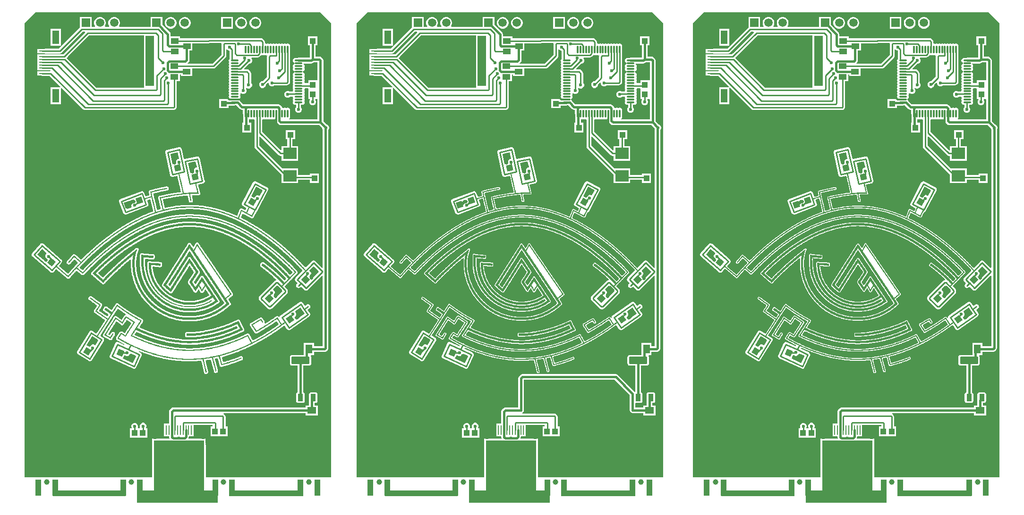
<source format=gtl>
G04*
G04 #@! TF.GenerationSoftware,Altium Limited,Altium Designer,23.6.0 (18)*
G04*
G04 Layer_Physical_Order=1*
G04 Layer_Color=255*
%FSLAX44Y44*%
%MOMM*%
G71*
G04*
G04 #@! TF.SameCoordinates,4061A6F7-F738-458C-8749-E02376798AA4*
G04*
G04*
G04 #@! TF.FilePolarity,Positive*
G04*
G01*
G75*
%ADD10R,2.4000X2.0000*%
%ADD11R,1.0000X0.2000*%
%ADD12R,1.2000X2.4000*%
%ADD13O,1.5000X0.3000*%
%ADD14O,0.3000X1.5000*%
G04:AMPARAMS|DCode=15|XSize=0.93mm|YSize=1.31mm|CornerRadius=0.0698mm|HoleSize=0mm|Usage=FLASHONLY|Rotation=360.000|XOffset=0mm|YOffset=0mm|HoleType=Round|Shape=RoundedRectangle|*
%AMROUNDEDRECTD15*
21,1,0.9300,1.1705,0,0,360.0*
21,1,0.7905,1.3100,0,0,360.0*
1,1,0.1395,0.3953,-0.5853*
1,1,0.1395,-0.3953,-0.5853*
1,1,0.1395,-0.3953,0.5853*
1,1,0.1395,0.3953,0.5853*
%
%ADD15ROUNDEDRECTD15*%
G04:AMPARAMS|DCode=16|XSize=3.24mm|YSize=1.31mm|CornerRadius=0.0983mm|HoleSize=0mm|Usage=FLASHONLY|Rotation=360.000|XOffset=0mm|YOffset=0mm|HoleType=Round|Shape=RoundedRectangle|*
%AMROUNDEDRECTD16*
21,1,3.2400,1.1135,0,0,360.0*
21,1,3.0435,1.3100,0,0,360.0*
1,1,0.1965,1.5218,-0.5568*
1,1,0.1965,-1.5218,-0.5568*
1,1,0.1965,-1.5218,0.5568*
1,1,0.1965,1.5218,0.5568*
%
%ADD16ROUNDEDRECTD16*%
%ADD17R,1.2000X1.6000*%
%ADD18R,1.6000X1.2000*%
%ADD19R,1.0000X1.1000*%
%ADD20R,1.1000X1.0000*%
%ADD21P,1.5556X4X107.0*%
%ADD22P,1.5556X4X327.0*%
%ADD23P,1.5556X4X65.0*%
%ADD24P,1.5556X4X364.0*%
%ADD25P,1.5556X4X283.0*%
%ADD26P,1.5556X4X200.0*%
%ADD27P,1.5556X4X260.0*%
%ADD28P,1.5556X4X270.0*%
%ADD29R,1.4000X1.0000*%
%ADD30R,0.2000X1.7000*%
%ADD31C,0.3000*%
%ADD32C,0.6000*%
%ADD33C,0.2540*%
%ADD34C,0.4000*%
%ADD35C,1.0000*%
%ADD36R,1.5000X9.0000*%
%ADD37R,9.0000X2.0000*%
%ADD38R,9.0000X1.0000*%
%ADD39R,1.0000X3.0000*%
%ADD40O,1.0000X9.0000*%
%ADD41C,1.5000*%
%ADD42R,1.5000X1.5000*%
%ADD43O,9.0000X1.0000*%
%ADD44R,0.5700X2.0000*%
%ADD45R,9.0000X9.0000*%
%ADD46C,0.6000*%
G36*
X952020Y2022185D02*
X951886Y2021512D01*
Y2002053D01*
X935937Y1986104D01*
X892016D01*
X891490Y1987374D01*
X893105Y1988988D01*
X894210Y1990642D01*
X894598Y1992593D01*
Y2009750D01*
X900000D01*
Y2022896D01*
X929248D01*
X930606Y2023166D01*
X951214D01*
X952020Y2022185D01*
D02*
G37*
G36*
X1124402Y1957750D02*
X1123750Y1956750D01*
X1123132Y1956750D01*
X1107750D01*
Y1951104D01*
X1101619D01*
X1101088Y1951750D01*
X1100739Y1953506D01*
X1100242Y1954250D01*
X1100739Y1954994D01*
X1101088Y1956750D01*
X1100739Y1958506D01*
X1100242Y1959250D01*
X1100739Y1959994D01*
X1101088Y1961750D01*
X1100739Y1963506D01*
X1100242Y1964250D01*
X1100739Y1964994D01*
X1101088Y1966750D01*
X1100739Y1968506D01*
X1099744Y1969994D01*
X1098256Y1970989D01*
X1097684Y1971102D01*
Y1972397D01*
X1098256Y1972511D01*
X1099744Y1973506D01*
X1100739Y1974994D01*
X1101088Y1976750D01*
X1100739Y1978506D01*
X1100242Y1979250D01*
X1100739Y1979994D01*
X1101088Y1981750D01*
X1100739Y1983506D01*
X1099744Y1984995D01*
X1099164Y1985382D01*
X1099549Y1986652D01*
X1112907D01*
X1114858Y1987040D01*
X1116512Y1988145D01*
X1117362Y1988995D01*
X1124402D01*
Y1957750D01*
D02*
G37*
G36*
X813250Y1943250D02*
X812041Y1943104D01*
X728053D01*
X674407Y1996750D01*
X676579Y1998922D01*
X676579Y1998922D01*
X714553Y2036896D01*
X813250D01*
Y1943250D01*
D02*
G37*
G36*
X875739Y1816100D02*
X874944Y1815110D01*
X874494D01*
X872289Y1814196D01*
X870601Y1812509D01*
X869688Y1810303D01*
Y1807916D01*
X869126Y1806849D01*
X864328Y1805829D01*
X860420Y1824066D01*
X873351Y1826837D01*
X875739Y1816100D01*
D02*
G37*
G36*
X907766Y1800606D02*
X906972Y1799615D01*
X906684D01*
X904478Y1798701D01*
X902791Y1797014D01*
X901877Y1794808D01*
Y1792421D01*
X902110Y1791859D01*
X901519Y1790736D01*
X896095Y1789583D01*
X892272Y1807427D01*
X905614Y1810286D01*
X907766Y1800606D01*
D02*
G37*
G36*
X1025628Y1758649D02*
X1021060Y1749874D01*
X1019805Y1749680D01*
X1019649Y1749837D01*
X1017443Y1750750D01*
X1015057D01*
X1012851Y1749837D01*
X1011163Y1748149D01*
X1010621Y1746840D01*
X1009077Y1746223D01*
X1005149Y1748311D01*
X1013749Y1764832D01*
X1025628Y1758649D01*
D02*
G37*
G36*
X876552Y1788582D02*
X877014D01*
Y1786731D01*
X877477D01*
Y1784880D01*
X877940D01*
Y1782567D01*
X878402D01*
Y1780716D01*
X878865D01*
Y1778403D01*
X879328D01*
Y1776552D01*
X879791D01*
Y1774701D01*
X880253D01*
Y1772850D01*
X880716D01*
Y1770537D01*
X881179D01*
Y1768686D01*
X881641D01*
Y1766372D01*
X882104D01*
Y1764522D01*
X882567D01*
Y1762671D01*
X883029D01*
Y1760357D01*
X883492D01*
Y1758506D01*
X883955D01*
Y1756656D01*
X884418D01*
Y1754342D01*
X884880D01*
Y1753880D01*
X887656D01*
Y1754342D01*
X892746D01*
Y1754805D01*
X900612D01*
Y1755268D01*
X908478D01*
Y1756656D01*
X908015D01*
Y1758969D01*
X907552D01*
Y1760357D01*
X907090D01*
Y1762671D01*
X906627D01*
Y1764522D01*
X906164D01*
Y1766372D01*
X905702D01*
Y1768223D01*
X905239D01*
Y1770074D01*
X904776D01*
Y1771925D01*
X906164D01*
Y1772387D01*
X906627D01*
Y1770999D01*
X907090D01*
Y1769149D01*
X907552D01*
Y1767298D01*
X908015D01*
Y1765447D01*
X908478D01*
Y1763596D01*
X908941D01*
Y1761745D01*
X909403D01*
Y1759895D01*
X909866D01*
Y1758044D01*
X910329D01*
Y1756193D01*
X910791D01*
Y1754342D01*
X911254D01*
Y1752954D01*
X895985D01*
Y1750178D01*
X896448D01*
Y1747865D01*
X896910D01*
Y1745551D01*
X897373D01*
Y1743238D01*
X897836D01*
Y1740924D01*
X898298D01*
Y1739536D01*
X895985D01*
Y1741850D01*
X895522D01*
Y1744163D01*
X895060D01*
Y1746476D01*
X894597D01*
Y1748790D01*
X894134D01*
Y1751566D01*
X893671D01*
Y1752491D01*
X889507D01*
Y1752029D01*
X885343D01*
Y1751566D01*
X881641D01*
Y1751103D01*
X877940D01*
Y1750641D01*
X874701D01*
Y1750178D01*
X871462D01*
Y1749715D01*
X868686D01*
Y1749253D01*
X865447D01*
Y1748790D01*
X863133D01*
Y1748327D01*
X860357D01*
Y1747865D01*
X858044D01*
Y1747402D01*
X855268D01*
Y1746939D01*
X852954D01*
Y1746476D01*
X850641D01*
Y1746014D01*
X848790D01*
Y1745551D01*
X846939D01*
Y1745088D01*
X845088D01*
Y1744626D01*
X843700D01*
Y1743238D01*
X844163D01*
Y1741387D01*
X844626D01*
Y1739536D01*
X845088D01*
Y1737685D01*
X845551D01*
Y1735834D01*
X846014D01*
Y1733521D01*
X846477D01*
Y1731670D01*
X846939D01*
Y1729357D01*
X847402D01*
Y1727506D01*
X847865D01*
Y1725655D01*
X848327D01*
Y1724267D01*
X850641D01*
Y1724730D01*
X852492D01*
Y1725192D01*
X854342D01*
Y1725655D01*
X856656D01*
Y1726118D01*
X858969D01*
Y1726581D01*
X861283D01*
Y1727043D01*
X863596D01*
Y1727506D01*
X866835D01*
Y1727969D01*
X869611D01*
Y1728431D01*
X873775D01*
Y1728894D01*
X878402D01*
Y1729357D01*
X883955D01*
Y1729819D01*
X905702D01*
Y1729357D01*
X911254D01*
Y1728894D01*
X915881D01*
Y1728431D01*
X919583D01*
Y1727969D01*
X922821D01*
Y1727506D01*
X925598D01*
Y1727043D01*
X928374D01*
Y1726581D01*
X930687D01*
Y1726118D01*
X933001D01*
Y1725655D01*
X934852D01*
Y1725192D01*
X936702D01*
Y1724730D01*
X939016D01*
Y1724267D01*
X940866D01*
Y1723804D01*
X942717D01*
Y1723342D01*
X944105D01*
Y1722879D01*
X945956D01*
Y1722416D01*
X947807D01*
Y1721954D01*
X949195D01*
Y1721491D01*
X950583D01*
Y1721028D01*
X951971D01*
Y1720565D01*
X953822D01*
Y1720103D01*
X955210D01*
Y1719640D01*
X956598D01*
Y1719177D01*
X957986D01*
Y1718715D01*
X958912D01*
Y1718252D01*
X960300D01*
Y1717789D01*
X961688D01*
Y1717327D01*
X963076D01*
Y1716864D01*
X964464D01*
Y1716401D01*
X965389D01*
Y1715939D01*
X966777D01*
Y1715476D01*
X967703D01*
Y1715013D01*
X969091D01*
Y1714550D01*
X970016D01*
Y1714088D01*
X971404D01*
Y1713625D01*
X972330D01*
Y1713162D01*
X973718D01*
Y1712700D01*
X974643D01*
Y1712237D01*
X975569D01*
Y1711774D01*
X976494D01*
Y1711311D01*
X977882D01*
Y1710849D01*
X978808D01*
Y1710386D01*
X979733D01*
Y1709923D01*
X980658D01*
Y1709461D01*
X981584D01*
Y1709923D01*
X982047D01*
Y1711311D01*
X982509D01*
Y1712700D01*
X982972D01*
Y1713625D01*
X983435D01*
Y1715013D01*
X983897D01*
Y1715939D01*
X984360D01*
Y1717327D01*
X984823D01*
Y1718252D01*
X985285D01*
Y1719640D01*
X985748D01*
Y1721028D01*
X986211D01*
Y1721954D01*
X986674D01*
Y1723342D01*
X987136D01*
Y1723804D01*
X988524D01*
Y1723342D01*
X989450D01*
Y1722879D01*
X989912D01*
Y1722416D01*
X991300D01*
Y1721954D01*
X991763D01*
Y1721491D01*
X992689D01*
Y1721028D01*
X993614D01*
Y1720565D01*
X994077D01*
Y1720103D01*
X995002D01*
Y1719640D01*
X996853D01*
Y1720565D01*
X997316D01*
Y1721954D01*
X997778D01*
Y1722879D01*
X998241D01*
Y1723804D01*
X998704D01*
Y1725192D01*
X999166D01*
Y1726118D01*
X999629D01*
Y1727043D01*
X1000092D01*
Y1727969D01*
X1000554D01*
Y1728894D01*
X1001017D01*
Y1729357D01*
X1001480D01*
Y1728894D01*
X1002405D01*
Y1727043D01*
X1001942D01*
Y1726118D01*
X1001480D01*
Y1725192D01*
X1001017D01*
Y1724267D01*
X1000554D01*
Y1722879D01*
X1000092D01*
Y1721954D01*
X999629D01*
Y1721028D01*
X999166D01*
Y1720103D01*
X998704D01*
Y1718715D01*
X998241D01*
Y1718252D01*
X998704D01*
Y1717789D01*
X999629D01*
Y1717327D01*
X1000092D01*
Y1716864D01*
X1001017D01*
Y1716401D01*
X1002405D01*
Y1715939D01*
X1002868D01*
Y1715476D01*
X1003793D01*
Y1715013D01*
X1004719D01*
Y1714550D01*
X1005644D01*
Y1714088D01*
X1006569D01*
Y1715013D01*
X1007032D01*
Y1715939D01*
X1007495D01*
Y1716864D01*
X1007958D01*
Y1717789D01*
X1008420D01*
Y1718715D01*
X1008883D01*
Y1719640D01*
X1009346D01*
Y1720565D01*
X1009808D01*
Y1721491D01*
X1010271D01*
Y1722416D01*
X1010734D01*
Y1723342D01*
X1011196D01*
Y1724267D01*
X1011659D01*
Y1725192D01*
X1012122D01*
Y1726118D01*
X1012585D01*
Y1726581D01*
X1013972D01*
Y1726118D01*
X1014435D01*
Y1725192D01*
X1013972D01*
Y1724267D01*
X1013510D01*
Y1723342D01*
X1013047D01*
Y1722416D01*
X1012585D01*
Y1721491D01*
X1012122D01*
Y1720565D01*
X1011659D01*
Y1719640D01*
X1011196D01*
Y1718715D01*
X1010734D01*
Y1717789D01*
X1010271D01*
Y1716864D01*
X1009808D01*
Y1715939D01*
X1009346D01*
Y1715013D01*
X1008883D01*
Y1714088D01*
X1008420D01*
Y1713162D01*
X1007958D01*
Y1712237D01*
X1007495D01*
Y1711311D01*
X1006107D01*
Y1711774D01*
X1005644D01*
Y1712237D01*
X1004719D01*
Y1712700D01*
X1003793D01*
Y1713162D01*
X1002868D01*
Y1713625D01*
X1001942D01*
Y1714088D01*
X1001017D01*
Y1714550D01*
X1000092D01*
Y1715013D01*
X999166D01*
Y1715476D01*
X998704D01*
Y1715939D01*
X997778D01*
Y1716401D01*
X996853D01*
Y1716864D01*
X995927D01*
Y1717327D01*
X995002D01*
Y1717789D01*
X994077D01*
Y1718252D01*
X993614D01*
Y1718715D01*
X992689D01*
Y1719177D01*
X991763D01*
Y1719640D01*
X990838D01*
Y1720103D01*
X989912D01*
Y1720565D01*
X988987D01*
Y1721028D01*
X988062D01*
Y1720103D01*
X987599D01*
Y1718715D01*
X987136D01*
Y1717327D01*
X986674D01*
Y1716401D01*
X986211D01*
Y1715013D01*
X985748D01*
Y1714088D01*
X985285D01*
Y1712700D01*
X984823D01*
Y1711774D01*
X984360D01*
Y1710386D01*
X983897D01*
Y1709461D01*
X983435D01*
Y1708535D01*
X983897D01*
Y1708073D01*
X984823D01*
Y1707610D01*
X985748D01*
Y1707147D01*
X986674D01*
Y1706685D01*
X987599D01*
Y1706222D01*
X988524D01*
Y1705759D01*
X989450D01*
Y1705296D01*
X990375D01*
Y1704834D01*
X991300D01*
Y1704371D01*
X992226D01*
Y1703908D01*
X993151D01*
Y1703446D01*
X994077D01*
Y1702983D01*
X995002D01*
Y1702520D01*
X995465D01*
Y1702058D01*
X996390D01*
Y1701595D01*
X997316D01*
Y1701132D01*
X998241D01*
Y1700670D01*
X999166D01*
Y1700207D01*
X1000092D01*
Y1699744D01*
X1000554D01*
Y1699281D01*
X1001480D01*
Y1698819D01*
X1002405D01*
Y1698356D01*
X1002868D01*
Y1697893D01*
X1003793D01*
Y1697431D01*
X1004719D01*
Y1696968D01*
X1005644D01*
Y1696505D01*
X1006107D01*
Y1696043D01*
X1007032D01*
Y1695580D01*
X1007958D01*
Y1695117D01*
X1008883D01*
Y1694654D01*
X1009346D01*
Y1694192D01*
X1010271D01*
Y1693729D01*
X1010734D01*
Y1693266D01*
X1011659D01*
Y1692804D01*
X1012122D01*
Y1692341D01*
X1013047D01*
Y1691878D01*
X1013972D01*
Y1691416D01*
X1014898D01*
Y1690953D01*
X1015361D01*
Y1690490D01*
X1016286D01*
Y1690027D01*
X1016749D01*
Y1689565D01*
X1017674D01*
Y1689102D01*
X1018137D01*
Y1688639D01*
X1019062D01*
Y1688177D01*
X1019525D01*
Y1687714D01*
X1020450D01*
Y1687251D01*
X1020913D01*
Y1686789D01*
X1021838D01*
Y1686326D01*
X1022764D01*
Y1685863D01*
X1023226D01*
Y1685401D01*
X1023689D01*
Y1684938D01*
X1024615D01*
Y1684475D01*
X1025077D01*
Y1684012D01*
X1026003D01*
Y1683550D01*
X1026465D01*
Y1683087D01*
X1027391D01*
Y1682624D01*
X1027853D01*
Y1682162D01*
X1028316D01*
Y1681699D01*
X1029241D01*
Y1681236D01*
X1029704D01*
Y1680774D01*
X1030630D01*
Y1680311D01*
X1031092D01*
Y1679848D01*
X1032018D01*
Y1679386D01*
X1032480D01*
Y1678923D01*
X1033406D01*
Y1678460D01*
X1033868D01*
Y1677997D01*
X1034331D01*
Y1677535D01*
X1035257D01*
Y1677072D01*
X1035719D01*
Y1676609D01*
X1036182D01*
Y1676147D01*
X1037107D01*
Y1675684D01*
X1037570D01*
Y1675221D01*
X1038033D01*
Y1674758D01*
X1038958D01*
Y1674296D01*
X1039421D01*
Y1673833D01*
X1039883D01*
Y1673370D01*
X1040809D01*
Y1672908D01*
X1041272D01*
Y1672445D01*
X1041734D01*
Y1671982D01*
X1042660D01*
Y1671520D01*
X1043122D01*
Y1671057D01*
X1043585D01*
Y1670594D01*
X1044510D01*
Y1670132D01*
X1044973D01*
Y1669669D01*
X1045436D01*
Y1669206D01*
X1045899D01*
Y1668743D01*
X1046824D01*
Y1668281D01*
X1047287D01*
Y1667818D01*
X1047749D01*
Y1667355D01*
X1048212D01*
Y1666893D01*
X1049137D01*
Y1666430D01*
X1049600D01*
Y1665967D01*
X1050063D01*
Y1665505D01*
X1050526D01*
Y1665042D01*
X1051451D01*
Y1664579D01*
X1051914D01*
Y1664117D01*
X1052376D01*
Y1663654D01*
X1052839D01*
Y1663191D01*
X1053764D01*
Y1662728D01*
X1054227D01*
Y1662266D01*
X1054690D01*
Y1661803D01*
X1055153D01*
Y1661340D01*
X1056078D01*
Y1660878D01*
X1056541D01*
Y1660415D01*
X1057003D01*
Y1659952D01*
X1057466D01*
Y1659489D01*
X1057929D01*
Y1659027D01*
X1058391D01*
Y1658564D01*
X1058854D01*
Y1658102D01*
X1059780D01*
Y1657639D01*
X1060242D01*
Y1657176D01*
X1060705D01*
Y1656713D01*
X1061168D01*
Y1656251D01*
X1061630D01*
Y1655788D01*
X1062093D01*
Y1655325D01*
X1063018D01*
Y1654863D01*
X1063481D01*
Y1654400D01*
X1063944D01*
Y1653937D01*
X1064407D01*
Y1653474D01*
X1064869D01*
Y1653012D01*
X1065332D01*
Y1652549D01*
X1066257D01*
Y1652086D01*
X1066720D01*
Y1651624D01*
X1067183D01*
Y1651161D01*
X1067645D01*
Y1650698D01*
X1068108D01*
Y1650236D01*
X1068571D01*
Y1649773D01*
X1069033D01*
Y1649310D01*
X1069496D01*
Y1648848D01*
X1069959D01*
Y1648385D01*
X1070422D01*
Y1647922D01*
X1071347D01*
Y1647459D01*
X1071810D01*
Y1646997D01*
X1072272D01*
Y1646534D01*
X1072735D01*
Y1646071D01*
X1073198D01*
Y1645609D01*
X1073660D01*
Y1645146D01*
X1074123D01*
Y1644683D01*
X1074586D01*
Y1644221D01*
X1075048D01*
Y1643758D01*
X1075974D01*
Y1642832D01*
X1076437D01*
Y1642370D01*
X1076899D01*
Y1641907D01*
X1077825D01*
Y1641444D01*
X1078287D01*
Y1640982D01*
X1078750D01*
Y1640519D01*
X1079213D01*
Y1640056D01*
X1079675D01*
Y1639594D01*
X1080138D01*
Y1639131D01*
X1080601D01*
Y1638668D01*
X1081064D01*
Y1638206D01*
X1081526D01*
Y1637743D01*
X1081989D01*
Y1637280D01*
X1082452D01*
Y1636817D01*
X1082914D01*
Y1636355D01*
X1083377D01*
Y1635892D01*
X1083840D01*
Y1635429D01*
X1084302D01*
Y1634967D01*
X1084765D01*
Y1634504D01*
X1085228D01*
Y1634041D01*
X1085691D01*
Y1633578D01*
X1086153D01*
Y1633116D01*
X1086616D01*
Y1632653D01*
X1087079D01*
Y1632191D01*
X1087541D01*
Y1631728D01*
X1088004D01*
Y1631265D01*
X1088467D01*
Y1630802D01*
X1088929D01*
Y1630340D01*
X1089392D01*
Y1629877D01*
X1089855D01*
Y1629414D01*
X1090317D01*
Y1628952D01*
X1090780D01*
Y1628489D01*
X1091243D01*
Y1628026D01*
X1091705D01*
Y1627563D01*
X1092168D01*
Y1627101D01*
X1092631D01*
Y1626638D01*
X1093094D01*
Y1626175D01*
X1093556D01*
Y1625713D01*
X1094019D01*
Y1625250D01*
X1094482D01*
Y1624787D01*
X1094944D01*
Y1624325D01*
X1095407D01*
Y1623862D01*
X1095870D01*
Y1622937D01*
X1096332D01*
Y1622474D01*
X1096795D01*
Y1622011D01*
X1097258D01*
Y1621548D01*
X1097721D01*
Y1621086D01*
X1098183D01*
Y1620623D01*
X1098646D01*
Y1620160D01*
X1099109D01*
Y1619698D01*
X1099571D01*
Y1619235D01*
X1100034D01*
Y1618772D01*
X1100497D01*
Y1617847D01*
X1100959D01*
Y1617384D01*
X1101422D01*
Y1616922D01*
X1101885D01*
Y1616459D01*
X1102348D01*
Y1615996D01*
X1102810D01*
Y1615533D01*
X1103273D01*
Y1614608D01*
X1102810D01*
Y1614145D01*
X1102348D01*
Y1613683D01*
X1101885D01*
Y1614145D01*
X1101422D01*
Y1614608D01*
X1100959D01*
Y1615071D01*
X1100497D01*
Y1615533D01*
X1100034D01*
Y1615996D01*
X1099571D01*
Y1616459D01*
X1099109D01*
Y1616922D01*
X1098646D01*
Y1617847D01*
X1098183D01*
Y1618310D01*
X1097721D01*
Y1618772D01*
X1097258D01*
Y1619235D01*
X1096795D01*
Y1619698D01*
X1096332D01*
Y1620160D01*
X1095870D01*
Y1620623D01*
X1095407D01*
Y1621086D01*
X1094944D01*
Y1621548D01*
X1094482D01*
Y1622011D01*
X1094019D01*
Y1622474D01*
X1093556D01*
Y1622937D01*
X1093094D01*
Y1623399D01*
X1092631D01*
Y1623862D01*
X1092168D01*
Y1624325D01*
X1091705D01*
Y1624787D01*
X1091243D01*
Y1625250D01*
X1090780D01*
Y1625713D01*
X1090317D01*
Y1626175D01*
X1089855D01*
Y1626638D01*
X1089392D01*
Y1627101D01*
X1088929D01*
Y1628026D01*
X1088467D01*
Y1628489D01*
X1088004D01*
Y1628952D01*
X1087541D01*
Y1629414D01*
X1087079D01*
Y1629877D01*
X1086616D01*
Y1630340D01*
X1086153D01*
Y1630802D01*
X1085691D01*
Y1631265D01*
X1085228D01*
Y1631728D01*
X1084765D01*
Y1632191D01*
X1084302D01*
Y1632653D01*
X1083840D01*
Y1633116D01*
X1083377D01*
Y1633578D01*
X1082914D01*
Y1634041D01*
X1082452D01*
Y1634504D01*
X1081989D01*
Y1634967D01*
X1081526D01*
Y1635429D01*
X1081064D01*
Y1635892D01*
X1080601D01*
Y1636355D01*
X1080138D01*
Y1636817D01*
X1079213D01*
Y1637280D01*
X1078750D01*
Y1637743D01*
X1078287D01*
Y1638206D01*
X1077825D01*
Y1638668D01*
X1077362D01*
Y1639131D01*
X1076899D01*
Y1639594D01*
X1076437D01*
Y1640056D01*
X1075974D01*
Y1640519D01*
X1075511D01*
Y1640982D01*
X1075048D01*
Y1641444D01*
X1074586D01*
Y1641907D01*
X1074123D01*
Y1642370D01*
X1073660D01*
Y1642832D01*
X1073198D01*
Y1643295D01*
X1072735D01*
Y1643758D01*
X1072272D01*
Y1644221D01*
X1071810D01*
Y1644683D01*
X1071347D01*
Y1645146D01*
X1070422D01*
Y1645609D01*
X1069959D01*
Y1646071D01*
X1069496D01*
Y1646534D01*
X1069033D01*
Y1646997D01*
X1068571D01*
Y1647459D01*
X1068108D01*
Y1647922D01*
X1067645D01*
Y1648385D01*
X1067183D01*
Y1648848D01*
X1066720D01*
Y1649310D01*
X1065795D01*
Y1649773D01*
X1065332D01*
Y1650236D01*
X1064869D01*
Y1650698D01*
X1064407D01*
Y1651161D01*
X1063944D01*
Y1651624D01*
X1063481D01*
Y1652086D01*
X1063018D01*
Y1652549D01*
X1062556D01*
Y1653012D01*
X1062093D01*
Y1653474D01*
X1061168D01*
Y1653937D01*
X1060705D01*
Y1654400D01*
X1060242D01*
Y1654863D01*
X1059780D01*
Y1655325D01*
X1059317D01*
Y1655788D01*
X1058391D01*
Y1656251D01*
X1057929D01*
Y1656713D01*
X1057466D01*
Y1657176D01*
X1057003D01*
Y1657639D01*
X1056541D01*
Y1658102D01*
X1056078D01*
Y1658564D01*
X1055615D01*
Y1659027D01*
X1054690D01*
Y1659489D01*
X1054227D01*
Y1659952D01*
X1053764D01*
Y1660415D01*
X1053302D01*
Y1660878D01*
X1052376D01*
Y1661340D01*
X1051914D01*
Y1661803D01*
X1051451D01*
Y1662266D01*
X1050988D01*
Y1662728D01*
X1050526D01*
Y1663191D01*
X1049600D01*
Y1663654D01*
X1049137D01*
Y1664117D01*
X1048675D01*
Y1664579D01*
X1048212D01*
Y1665042D01*
X1047287D01*
Y1665505D01*
X1046824D01*
Y1665967D01*
X1046361D01*
Y1666430D01*
X1045436D01*
Y1666893D01*
X1044973D01*
Y1667355D01*
X1044510D01*
Y1667818D01*
X1044048D01*
Y1668281D01*
X1043585D01*
Y1668743D01*
X1042660D01*
Y1669206D01*
X1042197D01*
Y1669669D01*
X1041734D01*
Y1670132D01*
X1040809D01*
Y1670594D01*
X1040346D01*
Y1671057D01*
X1039883D01*
Y1671520D01*
X1038958D01*
Y1671982D01*
X1038495D01*
Y1672445D01*
X1038033D01*
Y1672908D01*
X1037107D01*
Y1673370D01*
X1036645D01*
Y1673833D01*
X1035719D01*
Y1674296D01*
X1035257D01*
Y1674758D01*
X1034794D01*
Y1675221D01*
X1034331D01*
Y1675684D01*
X1033406D01*
Y1676147D01*
X1032943D01*
Y1676609D01*
X1032018D01*
Y1677072D01*
X1031555D01*
Y1677535D01*
X1031092D01*
Y1677997D01*
X1030167D01*
Y1678460D01*
X1029704D01*
Y1678923D01*
X1028779D01*
Y1679386D01*
X1028316D01*
Y1679848D01*
X1027391D01*
Y1680311D01*
X1026928D01*
Y1680774D01*
X1026003D01*
Y1681236D01*
X1025540D01*
Y1681699D01*
X1025077D01*
Y1682162D01*
X1024152D01*
Y1682624D01*
X1023689D01*
Y1683087D01*
X1022764D01*
Y1683550D01*
X1022301D01*
Y1684012D01*
X1021376D01*
Y1684475D01*
X1020913D01*
Y1684938D01*
X1019988D01*
Y1685401D01*
X1019525D01*
Y1685863D01*
X1018599D01*
Y1686326D01*
X1018137D01*
Y1686789D01*
X1017211D01*
Y1687251D01*
X1016749D01*
Y1687714D01*
X1015823D01*
Y1688177D01*
X1015361D01*
Y1688639D01*
X1014435D01*
Y1689102D01*
X1013510D01*
Y1689565D01*
X1013047D01*
Y1690027D01*
X1012122D01*
Y1690490D01*
X1011659D01*
Y1690953D01*
X1010734D01*
Y1691416D01*
X1009808D01*
Y1691878D01*
X1009346D01*
Y1692341D01*
X1008420D01*
Y1692804D01*
X1007495D01*
Y1693266D01*
X1007032D01*
Y1693729D01*
X1006107D01*
Y1694192D01*
X1005644D01*
Y1694654D01*
X1004719D01*
Y1695117D01*
X1003793D01*
Y1695580D01*
X1002868D01*
Y1696043D01*
X1002405D01*
Y1696505D01*
X1001480D01*
Y1696968D01*
X1000554D01*
Y1697431D01*
X999629D01*
Y1697893D01*
X998704D01*
Y1698356D01*
X998241D01*
Y1698819D01*
X997316D01*
Y1699281D01*
X996390D01*
Y1699744D01*
X995465D01*
Y1700207D01*
X994539D01*
Y1700670D01*
X993614D01*
Y1701132D01*
X993151D01*
Y1701595D01*
X992226D01*
Y1702058D01*
X991300D01*
Y1702520D01*
X990375D01*
Y1702983D01*
X989450D01*
Y1703446D01*
X988524D01*
Y1703908D01*
X987599D01*
Y1704371D01*
X986674D01*
Y1704834D01*
X985748D01*
Y1705296D01*
X984823D01*
Y1705759D01*
X983897D01*
Y1706222D01*
X982972D01*
Y1706685D01*
X982047D01*
Y1707147D01*
X980658D01*
Y1707610D01*
X979733D01*
Y1708073D01*
X978808D01*
Y1708535D01*
X977882D01*
Y1708998D01*
X976957D01*
Y1709461D01*
X975569D01*
Y1709923D01*
X974643D01*
Y1710386D01*
X973718D01*
Y1710849D01*
X972793D01*
Y1711311D01*
X971404D01*
Y1711774D01*
X970479D01*
Y1712237D01*
X969091D01*
Y1712700D01*
X968166D01*
Y1713162D01*
X966777D01*
Y1713625D01*
X965389D01*
Y1714088D01*
X964464D01*
Y1714550D01*
X963076D01*
Y1715013D01*
X962151D01*
Y1715476D01*
X960762D01*
Y1715939D01*
X959374D01*
Y1716401D01*
X957986D01*
Y1716864D01*
X956598D01*
Y1717327D01*
X955673D01*
Y1717789D01*
X954285D01*
Y1718252D01*
X952897D01*
Y1718715D01*
X951046D01*
Y1719177D01*
X949658D01*
Y1719640D01*
X948270D01*
Y1720103D01*
X946882D01*
Y1720565D01*
X945031D01*
Y1721028D01*
X943180D01*
Y1721491D01*
X941329D01*
Y1721954D01*
X939478D01*
Y1722416D01*
X937628D01*
Y1722879D01*
X935777D01*
Y1723342D01*
X933926D01*
Y1723804D01*
X931613D01*
Y1724267D01*
X929299D01*
Y1724730D01*
X926986D01*
Y1725192D01*
X924210D01*
Y1725655D01*
X921433D01*
Y1726118D01*
X918194D01*
Y1726581D01*
X914030D01*
Y1727043D01*
X909866D01*
Y1727506D01*
X902463D01*
Y1727969D01*
X887656D01*
Y1727506D01*
X880253D01*
Y1727043D01*
X875164D01*
Y1726581D01*
X871462D01*
Y1726118D01*
X868223D01*
Y1725655D01*
X865447D01*
Y1725192D01*
X862671D01*
Y1724730D01*
X860357D01*
Y1724267D01*
X858044D01*
Y1723804D01*
X855730D01*
Y1723342D01*
X853880D01*
Y1722879D01*
X851566D01*
Y1722416D01*
X849715D01*
Y1721954D01*
X847865D01*
Y1721491D01*
X846477D01*
Y1721028D01*
X844626D01*
Y1720565D01*
X843238D01*
Y1720103D01*
X841387D01*
Y1719640D01*
X839536D01*
Y1719177D01*
X838148D01*
Y1718715D01*
X836760D01*
Y1718252D01*
X835372D01*
Y1717789D01*
X833984D01*
Y1717327D01*
X832596D01*
Y1716864D01*
X831208D01*
Y1716401D01*
X829819D01*
Y1715939D01*
X828431D01*
Y1715476D01*
X827506D01*
Y1715013D01*
X826118D01*
Y1714550D01*
X825192D01*
Y1714088D01*
X823804D01*
Y1713625D01*
X822416D01*
Y1713162D01*
X821491D01*
Y1712700D01*
X820103D01*
Y1712237D01*
X819177D01*
Y1711774D01*
X818252D01*
Y1711311D01*
X816864D01*
Y1710849D01*
X815938D01*
Y1710386D01*
X814550D01*
Y1709923D01*
X813625D01*
Y1709461D01*
X812700D01*
Y1708998D01*
X811774D01*
Y1708535D01*
X810849D01*
Y1708073D01*
X809923D01*
Y1707610D01*
X808535D01*
Y1707147D01*
X807610D01*
Y1706685D01*
X806685D01*
Y1706222D01*
X805759D01*
Y1705759D01*
X804834D01*
Y1705296D01*
X803908D01*
Y1704834D01*
X802983D01*
Y1704371D01*
X802058D01*
Y1703908D01*
X801132D01*
Y1703446D01*
X800207D01*
Y1702983D01*
X799281D01*
Y1702520D01*
X798356D01*
Y1702058D01*
X797431D01*
Y1701595D01*
X796505D01*
Y1701132D01*
X795580D01*
Y1700670D01*
X794654D01*
Y1700207D01*
X793729D01*
Y1699744D01*
X793266D01*
Y1699281D01*
X792341D01*
Y1698819D01*
X791416D01*
Y1698356D01*
X790490D01*
Y1697893D01*
X789565D01*
Y1697431D01*
X789102D01*
Y1696968D01*
X788177D01*
Y1696505D01*
X787251D01*
Y1696043D01*
X786326D01*
Y1695580D01*
X785401D01*
Y1695117D01*
X784938D01*
Y1694654D01*
X784013D01*
Y1694192D01*
X783550D01*
Y1693729D01*
X782624D01*
Y1693266D01*
X781699D01*
Y1692804D01*
X781236D01*
Y1692341D01*
X780311D01*
Y1691878D01*
X779386D01*
Y1691416D01*
X778460D01*
Y1690953D01*
X777997D01*
Y1690490D01*
X777072D01*
Y1690027D01*
X776609D01*
Y1689565D01*
X775684D01*
Y1689102D01*
X774759D01*
Y1688639D01*
X774296D01*
Y1688177D01*
X773371D01*
Y1687714D01*
X772908D01*
Y1687251D01*
X771982D01*
Y1686789D01*
X771520D01*
Y1686326D01*
X770594D01*
Y1685863D01*
X770132D01*
Y1685401D01*
X769206D01*
Y1684938D01*
X768744D01*
Y1684475D01*
X767818D01*
Y1684012D01*
X767355D01*
Y1683550D01*
X766430D01*
Y1683087D01*
X765967D01*
Y1682624D01*
X765042D01*
Y1682162D01*
X764579D01*
Y1681699D01*
X763654D01*
Y1681236D01*
X763191D01*
Y1680774D01*
X762266D01*
Y1680311D01*
X761803D01*
Y1679848D01*
X761340D01*
Y1679386D01*
X760415D01*
Y1678923D01*
X759952D01*
Y1678460D01*
X759027D01*
Y1677997D01*
X758564D01*
Y1677535D01*
X758102D01*
Y1677072D01*
X757176D01*
Y1676609D01*
X756713D01*
Y1676147D01*
X755788D01*
Y1675684D01*
X755325D01*
Y1675221D01*
X754400D01*
Y1674758D01*
X753937D01*
Y1674296D01*
X753475D01*
Y1673833D01*
X753012D01*
Y1673370D01*
X752086D01*
Y1672908D01*
X751624D01*
Y1672445D01*
X751161D01*
Y1671982D01*
X750236D01*
Y1671520D01*
X749773D01*
Y1671057D01*
X749310D01*
Y1670594D01*
X748385D01*
Y1670132D01*
X747922D01*
Y1669669D01*
X747459D01*
Y1669206D01*
X746997D01*
Y1668743D01*
X746071D01*
Y1668281D01*
X745609D01*
Y1667818D01*
X744683D01*
Y1667355D01*
X744221D01*
Y1666893D01*
X743758D01*
Y1666430D01*
X743295D01*
Y1665967D01*
X742370D01*
Y1665505D01*
X741907D01*
Y1665042D01*
X741444D01*
Y1664579D01*
X740982D01*
Y1664117D01*
X740056D01*
Y1663654D01*
X739594D01*
Y1663191D01*
X739131D01*
Y1662728D01*
X738668D01*
Y1662266D01*
X738205D01*
Y1661803D01*
X737280D01*
Y1661340D01*
X736817D01*
Y1660878D01*
X736355D01*
Y1660415D01*
X735892D01*
Y1659952D01*
X735429D01*
Y1659489D01*
X734504D01*
Y1659027D01*
X734041D01*
Y1658564D01*
X733579D01*
Y1658102D01*
X733116D01*
Y1657639D01*
X732190D01*
Y1657176D01*
X731728D01*
Y1656713D01*
X731265D01*
Y1656251D01*
X730802D01*
Y1655788D01*
X730340D01*
Y1655325D01*
X729877D01*
Y1654863D01*
X729414D01*
Y1654400D01*
X728489D01*
Y1653937D01*
X728026D01*
Y1653474D01*
X727563D01*
Y1653012D01*
X727101D01*
Y1652549D01*
X726638D01*
Y1652086D01*
X726175D01*
Y1651624D01*
X725250D01*
Y1651161D01*
X724787D01*
Y1650698D01*
X724325D01*
Y1650236D01*
X723862D01*
Y1649773D01*
X723399D01*
Y1649310D01*
X722937D01*
Y1648848D01*
X722474D01*
Y1648385D01*
X722011D01*
Y1647922D01*
X721548D01*
Y1647459D01*
X720623D01*
Y1646997D01*
X720160D01*
Y1646534D01*
X719698D01*
Y1646071D01*
X719235D01*
Y1645609D01*
X718772D01*
Y1645146D01*
X718310D01*
Y1644683D01*
X717847D01*
Y1644221D01*
X717384D01*
Y1643758D01*
X716921D01*
Y1643295D01*
X716459D01*
Y1642832D01*
X715996D01*
Y1642370D01*
X715533D01*
Y1641907D01*
X714608D01*
Y1641444D01*
X714145D01*
Y1640982D01*
X713683D01*
Y1640519D01*
X713220D01*
Y1640056D01*
X712757D01*
Y1639594D01*
X712294D01*
Y1639131D01*
X711832D01*
Y1638668D01*
X711369D01*
Y1638206D01*
X710907D01*
Y1637743D01*
X710444D01*
Y1637280D01*
X709981D01*
Y1636817D01*
X709518D01*
Y1636355D01*
X709056D01*
Y1635892D01*
X708593D01*
Y1635429D01*
X708130D01*
Y1634967D01*
X707668D01*
Y1634504D01*
X707205D01*
Y1634041D01*
X706742D01*
Y1633578D01*
X706280D01*
Y1633116D01*
X705817D01*
Y1632653D01*
X705354D01*
Y1632191D01*
X704891D01*
Y1631728D01*
X704429D01*
Y1631265D01*
X703966D01*
Y1630802D01*
X703503D01*
Y1630340D01*
X703041D01*
Y1629877D01*
X702578D01*
Y1629414D01*
X702115D01*
Y1628952D01*
X701653D01*
Y1628489D01*
X701190D01*
Y1628026D01*
X700727D01*
Y1627563D01*
X700264D01*
Y1627101D01*
X699802D01*
Y1626638D01*
X699339D01*
Y1626175D01*
X698876D01*
Y1625713D01*
X698414D01*
Y1625250D01*
X697951D01*
Y1624787D01*
X697488D01*
Y1624325D01*
X697026D01*
Y1623862D01*
X696563D01*
Y1623399D01*
X696100D01*
Y1622937D01*
X695638D01*
Y1622474D01*
X695175D01*
Y1622011D01*
X694712D01*
Y1621548D01*
X694249D01*
Y1621086D01*
X693787D01*
Y1620623D01*
X693324D01*
Y1619698D01*
X694249D01*
Y1619235D01*
X694712D01*
Y1618772D01*
X695175D01*
Y1618310D01*
X695638D01*
Y1617847D01*
X696100D01*
Y1617384D01*
X696563D01*
Y1616922D01*
X697026D01*
Y1616459D01*
X697951D01*
Y1615996D01*
X698414D01*
Y1615533D01*
X698876D01*
Y1615071D01*
X699339D01*
Y1614608D01*
X700264D01*
Y1614145D01*
X700727D01*
Y1613683D01*
X701190D01*
Y1613220D01*
X701653D01*
Y1612757D01*
X702115D01*
Y1612294D01*
X702578D01*
Y1611832D01*
X703503D01*
Y1612294D01*
X703966D01*
Y1612757D01*
X704429D01*
Y1613220D01*
X704891D01*
Y1613683D01*
X705354D01*
Y1614145D01*
X705817D01*
Y1614608D01*
X706280D01*
Y1615071D01*
X706742D01*
Y1615533D01*
X707205D01*
Y1616459D01*
X708130D01*
Y1617384D01*
X708593D01*
Y1617847D01*
X709056D01*
Y1618310D01*
X709518D01*
Y1618772D01*
X709981D01*
Y1619235D01*
X710444D01*
Y1619698D01*
X710907D01*
Y1620160D01*
X711369D01*
Y1620623D01*
X711832D01*
Y1621086D01*
X712294D01*
Y1621548D01*
X712757D01*
Y1622011D01*
X713220D01*
Y1622474D01*
X713683D01*
Y1622937D01*
X714145D01*
Y1623399D01*
X714608D01*
Y1623862D01*
X715071D01*
Y1624325D01*
X715533D01*
Y1624787D01*
X715996D01*
Y1625250D01*
X716459D01*
Y1625713D01*
X716921D01*
Y1626175D01*
X717384D01*
Y1626638D01*
X717847D01*
Y1627101D01*
X718310D01*
Y1627563D01*
X719235D01*
Y1628489D01*
X720160D01*
Y1628952D01*
X720623D01*
Y1629414D01*
X721086D01*
Y1629877D01*
X721548D01*
Y1630340D01*
X722011D01*
Y1630802D01*
X722474D01*
Y1631265D01*
X722937D01*
Y1631728D01*
X723399D01*
Y1632191D01*
X723862D01*
Y1632653D01*
X724325D01*
Y1633116D01*
X724787D01*
Y1633578D01*
X725250D01*
Y1634041D01*
X725713D01*
Y1634504D01*
X726175D01*
Y1634967D01*
X726638D01*
Y1635429D01*
X727563D01*
Y1635892D01*
X728026D01*
Y1636355D01*
X728489D01*
Y1636817D01*
X728952D01*
Y1637280D01*
X729414D01*
Y1637743D01*
X729877D01*
Y1638206D01*
X730340D01*
Y1638668D01*
X730802D01*
Y1639131D01*
X731728D01*
Y1639594D01*
X732190D01*
Y1640056D01*
X732653D01*
Y1640519D01*
X733116D01*
Y1640982D01*
X733579D01*
Y1641444D01*
X734041D01*
Y1641907D01*
X734504D01*
Y1642370D01*
X734967D01*
Y1642832D01*
X735429D01*
Y1643295D01*
X736355D01*
Y1643758D01*
X736817D01*
Y1644221D01*
X737280D01*
Y1644683D01*
X737743D01*
Y1645146D01*
X738205D01*
Y1645609D01*
X738668D01*
Y1646071D01*
X739594D01*
Y1646534D01*
X740056D01*
Y1646997D01*
X740519D01*
Y1647459D01*
X740982D01*
Y1647922D01*
X741444D01*
Y1648385D01*
X742370D01*
Y1648848D01*
X742832D01*
Y1649310D01*
X743295D01*
Y1649773D01*
X743758D01*
Y1650236D01*
X744221D01*
Y1650698D01*
X745146D01*
Y1651161D01*
X745609D01*
Y1651624D01*
X746071D01*
Y1652086D01*
X746997D01*
Y1652549D01*
X747459D01*
Y1653012D01*
X747922D01*
Y1653474D01*
X748385D01*
Y1653937D01*
X748848D01*
Y1654400D01*
X749773D01*
Y1654863D01*
X750236D01*
Y1655325D01*
X750698D01*
Y1655788D01*
X751161D01*
Y1656251D01*
X752086D01*
Y1656713D01*
X752549D01*
Y1657176D01*
X753012D01*
Y1657639D01*
X753937D01*
Y1658102D01*
X754400D01*
Y1658564D01*
X754863D01*
Y1659027D01*
X755325D01*
Y1659489D01*
X756251D01*
Y1659952D01*
X756713D01*
Y1660415D01*
X757176D01*
Y1660878D01*
X758102D01*
Y1661340D01*
X758564D01*
Y1661803D01*
X759027D01*
Y1662266D01*
X759490D01*
Y1662728D01*
X760415D01*
Y1663191D01*
X760878D01*
Y1663654D01*
X761803D01*
Y1664117D01*
X762266D01*
Y1664579D01*
X763191D01*
Y1665042D01*
X763654D01*
Y1665505D01*
X764117D01*
Y1665967D01*
X764579D01*
Y1666430D01*
X765505D01*
Y1666893D01*
X765967D01*
Y1667355D01*
X766893D01*
Y1667818D01*
X767355D01*
Y1668281D01*
X768281D01*
Y1668743D01*
X768744D01*
Y1669206D01*
X769206D01*
Y1669669D01*
X770132D01*
Y1670132D01*
X770594D01*
Y1670594D01*
X771520D01*
Y1671057D01*
X771982D01*
Y1671520D01*
X772908D01*
Y1671982D01*
X773371D01*
Y1672445D01*
X774296D01*
Y1672908D01*
X774759D01*
Y1673370D01*
X775684D01*
Y1673833D01*
X776147D01*
Y1674296D01*
X777072D01*
Y1674758D01*
X777535D01*
Y1675221D01*
X778460D01*
Y1675684D01*
X779386D01*
Y1676147D01*
X779848D01*
Y1676609D01*
X780774D01*
Y1677072D01*
X781236D01*
Y1677535D01*
X782162D01*
Y1677997D01*
X783087D01*
Y1678460D01*
X783550D01*
Y1678923D01*
X784475D01*
Y1679386D01*
X785401D01*
Y1679848D01*
X785863D01*
Y1680311D01*
X786789D01*
Y1680774D01*
X787714D01*
Y1681236D01*
X788177D01*
Y1681699D01*
X789102D01*
Y1682162D01*
X790027D01*
Y1682624D01*
X790490D01*
Y1683087D01*
X791416D01*
Y1683550D01*
X792341D01*
Y1684012D01*
X793266D01*
Y1684475D01*
X793729D01*
Y1684938D01*
X794654D01*
Y1685401D01*
X795580D01*
Y1685863D01*
X796505D01*
Y1686326D01*
X797431D01*
Y1686789D01*
X798356D01*
Y1687251D01*
X798819D01*
Y1687714D01*
X799744D01*
Y1688177D01*
X800669D01*
Y1688639D01*
X801595D01*
Y1689102D01*
X802520D01*
Y1689565D01*
X803446D01*
Y1690027D01*
X804371D01*
Y1690490D01*
X805296D01*
Y1690953D01*
X806222D01*
Y1691416D01*
X807147D01*
Y1691878D01*
X808073D01*
Y1692341D01*
X808998D01*
Y1692804D01*
X809923D01*
Y1693266D01*
X810849D01*
Y1693729D01*
X811774D01*
Y1694192D01*
X812700D01*
Y1694654D01*
X814088D01*
Y1695117D01*
X815013D01*
Y1695580D01*
X815938D01*
Y1696043D01*
X817327D01*
Y1696505D01*
X818252D01*
Y1696968D01*
X819177D01*
Y1697431D01*
X820103D01*
Y1697893D01*
X821491D01*
Y1698356D01*
X822416D01*
Y1698819D01*
X823804D01*
Y1699281D01*
X824730D01*
Y1699744D01*
X826118D01*
Y1700207D01*
X827506D01*
Y1700670D01*
X828431D01*
Y1701132D01*
X829819D01*
Y1701595D01*
X831208D01*
Y1702058D01*
X832596D01*
Y1702520D01*
X833984D01*
Y1702983D01*
X834909D01*
Y1703446D01*
X836297D01*
Y1703908D01*
X837685D01*
Y1704371D01*
X839536D01*
Y1704834D01*
X840924D01*
Y1705296D01*
X842312D01*
Y1705759D01*
X843700D01*
Y1706222D01*
X845551D01*
Y1706685D01*
X846939D01*
Y1707147D01*
X848790D01*
Y1707610D01*
X850641D01*
Y1708073D01*
X852492D01*
Y1708535D01*
X854342D01*
Y1708998D01*
X856193D01*
Y1709461D01*
X858507D01*
Y1709923D01*
X860820D01*
Y1710386D01*
X863133D01*
Y1710849D01*
X865910D01*
Y1711311D01*
X869149D01*
Y1711774D01*
X871925D01*
Y1712237D01*
X876552D01*
Y1712700D01*
X880253D01*
Y1713162D01*
X887656D01*
Y1713625D01*
X901537D01*
Y1713162D01*
X908941D01*
Y1712700D01*
X913567D01*
Y1712237D01*
X917269D01*
Y1711774D01*
X920971D01*
Y1711311D01*
X923747D01*
Y1710849D01*
X926523D01*
Y1710386D01*
X928374D01*
Y1709923D01*
X930687D01*
Y1709461D01*
X933001D01*
Y1708998D01*
X935314D01*
Y1708535D01*
X937165D01*
Y1708073D01*
X939016D01*
Y1707610D01*
X940866D01*
Y1707147D01*
X942255D01*
Y1706685D01*
X944105D01*
Y1706222D01*
X945493D01*
Y1705759D01*
X946882D01*
Y1705296D01*
X948732D01*
Y1704834D01*
X950583D01*
Y1704371D01*
X951508D01*
Y1703908D01*
X952897D01*
Y1703446D01*
X954285D01*
Y1702983D01*
X955673D01*
Y1702520D01*
X957061D01*
Y1702058D01*
X958449D01*
Y1701595D01*
X959837D01*
Y1701132D01*
X960762D01*
Y1700670D01*
X962151D01*
Y1700207D01*
X963539D01*
Y1699744D01*
X964464D01*
Y1699281D01*
X965389D01*
Y1698819D01*
X966777D01*
Y1698356D01*
X968166D01*
Y1697893D01*
X969091D01*
Y1697431D01*
X970479D01*
Y1696968D01*
X971404D01*
Y1696505D01*
X972330D01*
Y1696043D01*
X973718D01*
Y1695580D01*
X974643D01*
Y1695117D01*
X975569D01*
Y1694654D01*
X976494D01*
Y1694192D01*
X977420D01*
Y1693729D01*
X978345D01*
Y1693266D01*
X979270D01*
Y1692804D01*
X980196D01*
Y1692341D01*
X981121D01*
Y1691878D01*
X982509D01*
Y1691416D01*
X983435D01*
Y1690953D01*
X984360D01*
Y1690490D01*
X985285D01*
Y1690027D01*
X986211D01*
Y1689565D01*
X987136D01*
Y1689102D01*
X988062D01*
Y1688639D01*
X988524D01*
Y1688177D01*
X989450D01*
Y1687714D01*
X990375D01*
Y1687251D01*
X991300D01*
Y1686789D01*
X992226D01*
Y1686326D01*
X993151D01*
Y1685863D01*
X994077D01*
Y1685401D01*
X995002D01*
Y1684938D01*
X995465D01*
Y1684475D01*
X996390D01*
Y1684012D01*
X997316D01*
Y1683550D01*
X998241D01*
Y1683087D01*
X998704D01*
Y1682624D01*
X999629D01*
Y1682162D01*
X1000554D01*
Y1681699D01*
X1001017D01*
Y1681236D01*
X1001942D01*
Y1680774D01*
X1002868D01*
Y1680311D01*
X1003331D01*
Y1679848D01*
X1004256D01*
Y1679386D01*
X1005181D01*
Y1678923D01*
X1005644D01*
Y1678460D01*
X1006569D01*
Y1677997D01*
X1007495D01*
Y1677535D01*
X1007958D01*
Y1677072D01*
X1008883D01*
Y1676609D01*
X1009808D01*
Y1676147D01*
X1010271D01*
Y1675684D01*
X1011196D01*
Y1675221D01*
X1011659D01*
Y1674758D01*
X1012585D01*
Y1674296D01*
X1013047D01*
Y1673833D01*
X1013972D01*
Y1673370D01*
X1014435D01*
Y1672908D01*
X1015361D01*
Y1672445D01*
X1015823D01*
Y1671982D01*
X1016749D01*
Y1671520D01*
X1017211D01*
Y1671057D01*
X1018137D01*
Y1670594D01*
X1018599D01*
Y1670132D01*
X1019525D01*
Y1669669D01*
X1019988D01*
Y1669206D01*
X1020913D01*
Y1668743D01*
X1021376D01*
Y1668281D01*
X1021838D01*
Y1667818D01*
X1022764D01*
Y1667355D01*
X1023226D01*
Y1666893D01*
X1024152D01*
Y1666430D01*
X1024615D01*
Y1665967D01*
X1025077D01*
Y1665505D01*
X1026003D01*
Y1665042D01*
X1026465D01*
Y1664579D01*
X1027391D01*
Y1664117D01*
X1027853D01*
Y1663654D01*
X1028316D01*
Y1663191D01*
X1029241D01*
Y1662728D01*
X1029704D01*
Y1662266D01*
X1030630D01*
Y1661803D01*
X1031092D01*
Y1661340D01*
X1031555D01*
Y1660878D01*
X1032480D01*
Y1660415D01*
X1032943D01*
Y1659952D01*
X1033406D01*
Y1659489D01*
X1033868D01*
Y1659027D01*
X1034794D01*
Y1658564D01*
X1035257D01*
Y1658102D01*
X1035719D01*
Y1657639D01*
X1036645D01*
Y1657176D01*
X1037107D01*
Y1656713D01*
X1037570D01*
Y1656251D01*
X1038033D01*
Y1655788D01*
X1038958D01*
Y1655325D01*
X1039421D01*
Y1654863D01*
X1039883D01*
Y1654400D01*
X1040346D01*
Y1653937D01*
X1041272D01*
Y1653474D01*
X1041734D01*
Y1653012D01*
X1042197D01*
Y1652549D01*
X1042660D01*
Y1652086D01*
X1043585D01*
Y1651624D01*
X1044048D01*
Y1651161D01*
X1044510D01*
Y1650698D01*
X1044973D01*
Y1650236D01*
X1045436D01*
Y1649773D01*
X1046361D01*
Y1649310D01*
X1046824D01*
Y1648848D01*
X1047287D01*
Y1648385D01*
X1047749D01*
Y1647922D01*
X1048675D01*
Y1647459D01*
X1049137D01*
Y1646997D01*
X1049600D01*
Y1646534D01*
X1050063D01*
Y1646071D01*
X1050526D01*
Y1645609D01*
X1051451D01*
Y1645146D01*
X1051914D01*
Y1644683D01*
X1052376D01*
Y1644221D01*
X1052839D01*
Y1643758D01*
X1053302D01*
Y1643295D01*
X1053764D01*
Y1642832D01*
X1054227D01*
Y1642370D01*
X1055153D01*
Y1641907D01*
X1055615D01*
Y1641444D01*
X1056078D01*
Y1640982D01*
X1056541D01*
Y1640519D01*
X1057003D01*
Y1640056D01*
X1057466D01*
Y1639594D01*
X1057929D01*
Y1639131D01*
X1058854D01*
Y1638668D01*
X1059317D01*
Y1638206D01*
X1059780D01*
Y1637743D01*
X1060242D01*
Y1637280D01*
X1060705D01*
Y1636817D01*
X1061168D01*
Y1636355D01*
X1061630D01*
Y1635892D01*
X1062093D01*
Y1635429D01*
X1063018D01*
Y1634967D01*
X1063481D01*
Y1634504D01*
X1063944D01*
Y1634041D01*
X1064407D01*
Y1633578D01*
X1064869D01*
Y1633116D01*
X1065332D01*
Y1632653D01*
X1065795D01*
Y1632191D01*
X1066257D01*
Y1631728D01*
X1066720D01*
Y1631265D01*
X1067183D01*
Y1630802D01*
X1067645D01*
Y1630340D01*
X1068108D01*
Y1629877D01*
X1068571D01*
Y1629414D01*
X1069033D01*
Y1628952D01*
X1069496D01*
Y1628489D01*
X1069959D01*
Y1628026D01*
X1070422D01*
Y1627563D01*
X1071347D01*
Y1627101D01*
X1071810D01*
Y1626638D01*
X1072272D01*
Y1626175D01*
X1072735D01*
Y1625713D01*
X1073198D01*
Y1625250D01*
X1073660D01*
Y1624787D01*
X1074123D01*
Y1624325D01*
X1074586D01*
Y1623862D01*
X1075048D01*
Y1623399D01*
X1075511D01*
Y1622937D01*
X1075974D01*
Y1622474D01*
X1076437D01*
Y1622011D01*
X1076899D01*
Y1621548D01*
X1077362D01*
Y1621086D01*
X1077825D01*
Y1620623D01*
X1078287D01*
Y1620160D01*
X1078750D01*
Y1619235D01*
X1079213D01*
Y1618772D01*
X1079675D01*
Y1618310D01*
X1080138D01*
Y1617847D01*
X1080601D01*
Y1617384D01*
X1081064D01*
Y1616922D01*
X1081526D01*
Y1616459D01*
X1081989D01*
Y1615996D01*
X1082452D01*
Y1615533D01*
X1082914D01*
Y1615071D01*
X1083377D01*
Y1614608D01*
X1083840D01*
Y1614145D01*
X1084302D01*
Y1613683D01*
X1084765D01*
Y1613220D01*
X1085228D01*
Y1612757D01*
X1085691D01*
Y1612294D01*
X1086153D01*
Y1611369D01*
X1085691D01*
Y1610906D01*
X1085228D01*
Y1610444D01*
X1084765D01*
Y1609981D01*
X1084302D01*
Y1609518D01*
X1083840D01*
Y1609056D01*
X1083377D01*
Y1608593D01*
X1082914D01*
Y1608130D01*
X1082452D01*
Y1607668D01*
X1081989D01*
Y1607205D01*
X1081526D01*
Y1606742D01*
X1081064D01*
Y1606279D01*
X1080601D01*
Y1605817D01*
X1080138D01*
Y1605354D01*
X1079675D01*
Y1604891D01*
X1079213D01*
Y1604429D01*
X1078750D01*
Y1603966D01*
X1078287D01*
Y1603503D01*
X1077825D01*
Y1603041D01*
X1077362D01*
Y1602578D01*
X1076899D01*
Y1602115D01*
X1076437D01*
Y1601190D01*
X1075511D01*
Y1600264D01*
X1075048D01*
Y1599802D01*
X1074586D01*
Y1599339D01*
X1074123D01*
Y1598876D01*
X1073660D01*
Y1598414D01*
X1073198D01*
Y1597951D01*
X1072735D01*
Y1597488D01*
X1072272D01*
Y1597025D01*
X1071810D01*
Y1596563D01*
X1071347D01*
Y1596100D01*
X1070884D01*
Y1595637D01*
X1070422D01*
Y1595175D01*
X1069959D01*
Y1594712D01*
X1069496D01*
Y1594249D01*
X1069033D01*
Y1593787D01*
X1068571D01*
Y1593324D01*
X1068108D01*
Y1592861D01*
X1067645D01*
Y1592399D01*
X1067183D01*
Y1591936D01*
X1066720D01*
Y1591473D01*
X1066257D01*
Y1591010D01*
X1065795D01*
Y1590548D01*
X1065332D01*
Y1590085D01*
X1064869D01*
Y1589622D01*
X1064407D01*
Y1589160D01*
X1063944D01*
Y1588697D01*
X1063481D01*
Y1588234D01*
X1063018D01*
Y1587772D01*
X1062556D01*
Y1587309D01*
X1062093D01*
Y1586846D01*
X1061630D01*
Y1586384D01*
X1061168D01*
Y1585921D01*
X1060242D01*
Y1586384D01*
X1059780D01*
Y1586846D01*
X1059317D01*
Y1587772D01*
X1059780D01*
Y1588234D01*
X1060242D01*
Y1588697D01*
X1061168D01*
Y1589160D01*
X1061630D01*
Y1590085D01*
X1062093D01*
Y1590548D01*
X1061630D01*
Y1591010D01*
X1061168D01*
Y1591473D01*
X1060705D01*
Y1591936D01*
X1060242D01*
Y1592399D01*
X1059780D01*
Y1592861D01*
X1059317D01*
Y1593324D01*
X1058854D01*
Y1593787D01*
X1058391D01*
Y1594249D01*
X1057929D01*
Y1594712D01*
X1057466D01*
Y1595637D01*
X1057003D01*
Y1596100D01*
X1056541D01*
Y1596563D01*
X1055615D01*
Y1597025D01*
X1055153D01*
Y1597488D01*
X1054690D01*
Y1597951D01*
X1054227D01*
Y1598414D01*
X1053764D01*
Y1598876D01*
X1053302D01*
Y1599339D01*
X1052839D01*
Y1599802D01*
X1052376D01*
Y1600264D01*
X1051914D01*
Y1600727D01*
X1051451D01*
Y1601190D01*
X1050988D01*
Y1601653D01*
X1050526D01*
Y1602115D01*
X1050063D01*
Y1602578D01*
X1049600D01*
Y1603041D01*
X1049137D01*
Y1603503D01*
X1048212D01*
Y1603966D01*
X1047749D01*
Y1604891D01*
X1046824D01*
Y1605354D01*
X1046361D01*
Y1605817D01*
X1045899D01*
Y1606279D01*
X1045436D01*
Y1606742D01*
X1044973D01*
Y1607205D01*
X1044510D01*
Y1607668D01*
X1044048D01*
Y1608130D01*
X1043585D01*
Y1608593D01*
X1043122D01*
Y1609056D01*
X1042197D01*
Y1609518D01*
X1041734D01*
Y1609981D01*
X1041272D01*
Y1610444D01*
X1040809D01*
Y1610906D01*
X1039883D01*
Y1611832D01*
X1038958D01*
Y1612294D01*
X1038495D01*
Y1612757D01*
X1038033D01*
Y1613220D01*
X1037570D01*
Y1613683D01*
X1037107D01*
Y1614145D01*
X1036182D01*
Y1614608D01*
X1035719D01*
Y1615071D01*
X1035257D01*
Y1615533D01*
X1034794D01*
Y1615996D01*
X1033868D01*
Y1616459D01*
X1033406D01*
Y1616922D01*
X1032943D01*
Y1617384D01*
X1032480D01*
Y1617847D01*
X1032018D01*
Y1618310D01*
X1031092D01*
Y1618772D01*
X1030630D01*
Y1619235D01*
X1030167D01*
Y1619698D01*
X1029241D01*
Y1620160D01*
X1028779D01*
Y1620623D01*
X1028316D01*
Y1621086D01*
X1027391D01*
Y1621548D01*
X1026928D01*
Y1622011D01*
X1026465D01*
Y1622474D01*
X1025540D01*
Y1622937D01*
X1025077D01*
Y1623399D01*
X1024152D01*
Y1623862D01*
X1023689D01*
Y1625250D01*
X1024152D01*
Y1625713D01*
X1024615D01*
Y1626638D01*
X1025077D01*
Y1627101D01*
X1025540D01*
Y1627563D01*
X1026465D01*
Y1627101D01*
X1026928D01*
Y1626638D01*
X1027391D01*
Y1626175D01*
X1028316D01*
Y1625713D01*
X1028779D01*
Y1625250D01*
X1029704D01*
Y1624787D01*
X1030167D01*
Y1624325D01*
X1030630D01*
Y1623862D01*
X1031555D01*
Y1623399D01*
X1032018D01*
Y1622937D01*
X1032480D01*
Y1622474D01*
X1033406D01*
Y1622011D01*
X1033868D01*
Y1621548D01*
X1034331D01*
Y1621086D01*
X1034794D01*
Y1620623D01*
X1035719D01*
Y1620160D01*
X1036182D01*
Y1619698D01*
X1036645D01*
Y1619235D01*
X1037107D01*
Y1618772D01*
X1037570D01*
Y1618310D01*
X1038495D01*
Y1617847D01*
X1038958D01*
Y1617384D01*
X1039421D01*
Y1616922D01*
X1039883D01*
Y1616459D01*
X1040809D01*
Y1615996D01*
X1041272D01*
Y1615533D01*
X1041734D01*
Y1615071D01*
X1042197D01*
Y1614608D01*
X1042660D01*
Y1614145D01*
X1043122D01*
Y1613683D01*
X1043585D01*
Y1613220D01*
X1044510D01*
Y1612757D01*
X1044973D01*
Y1612294D01*
X1045436D01*
Y1611832D01*
X1045899D01*
Y1611369D01*
X1046361D01*
Y1610906D01*
X1046824D01*
Y1610444D01*
X1047749D01*
Y1609981D01*
X1048212D01*
Y1609518D01*
X1048675D01*
Y1609056D01*
X1049137D01*
Y1608593D01*
X1049600D01*
Y1608130D01*
X1050063D01*
Y1607668D01*
X1050526D01*
Y1607205D01*
X1050988D01*
Y1606742D01*
X1051451D01*
Y1606279D01*
X1051914D01*
Y1605817D01*
X1052376D01*
Y1605354D01*
X1052839D01*
Y1604891D01*
X1053764D01*
Y1604429D01*
X1054227D01*
Y1603966D01*
X1054690D01*
Y1603503D01*
X1055153D01*
Y1603041D01*
X1055615D01*
Y1602578D01*
X1056078D01*
Y1602115D01*
X1056541D01*
Y1601653D01*
X1057003D01*
Y1601190D01*
X1057466D01*
Y1600727D01*
X1057929D01*
Y1600264D01*
X1058391D01*
Y1599802D01*
X1058854D01*
Y1599339D01*
X1059317D01*
Y1598876D01*
X1059780D01*
Y1598414D01*
X1060242D01*
Y1597951D01*
X1060705D01*
Y1597488D01*
X1061168D01*
Y1597025D01*
X1061630D01*
Y1596563D01*
X1062093D01*
Y1596100D01*
X1062556D01*
Y1595637D01*
X1063018D01*
Y1595175D01*
X1063481D01*
Y1594712D01*
X1063944D01*
Y1593787D01*
X1064407D01*
Y1593324D01*
X1065332D01*
Y1593787D01*
X1065795D01*
Y1594249D01*
X1066257D01*
Y1594712D01*
X1066720D01*
Y1595175D01*
X1067183D01*
Y1595637D01*
X1067645D01*
Y1596100D01*
X1068571D01*
Y1596563D01*
X1069033D01*
Y1597488D01*
X1069496D01*
Y1597951D01*
X1069959D01*
Y1598414D01*
X1070422D01*
Y1598876D01*
X1070884D01*
Y1599339D01*
X1071347D01*
Y1599802D01*
X1071810D01*
Y1600264D01*
X1071347D01*
Y1600727D01*
X1070884D01*
Y1601190D01*
X1070422D01*
Y1602115D01*
X1069959D01*
Y1602578D01*
X1069496D01*
Y1603041D01*
X1069033D01*
Y1603503D01*
X1068571D01*
Y1603966D01*
X1068108D01*
Y1604429D01*
X1067645D01*
Y1604891D01*
X1067183D01*
Y1605354D01*
X1066720D01*
Y1605817D01*
X1066257D01*
Y1606279D01*
X1065795D01*
Y1606742D01*
X1065332D01*
Y1607205D01*
X1064869D01*
Y1607668D01*
X1064407D01*
Y1608130D01*
X1063944D01*
Y1608593D01*
X1063481D01*
Y1609056D01*
X1063018D01*
Y1609518D01*
X1062556D01*
Y1609981D01*
X1062093D01*
Y1610444D01*
X1061630D01*
Y1610906D01*
X1061168D01*
Y1611369D01*
X1060705D01*
Y1611832D01*
X1060242D01*
Y1612294D01*
X1059780D01*
Y1612757D01*
X1059317D01*
Y1613220D01*
X1058854D01*
Y1613683D01*
X1058391D01*
Y1614145D01*
X1057929D01*
Y1614608D01*
X1057466D01*
Y1615071D01*
X1057003D01*
Y1615533D01*
X1056541D01*
Y1615996D01*
X1056078D01*
Y1616459D01*
X1055615D01*
Y1616922D01*
X1055153D01*
Y1617384D01*
X1054690D01*
Y1617847D01*
X1054227D01*
Y1618310D01*
X1053764D01*
Y1618772D01*
X1053302D01*
Y1619235D01*
X1052839D01*
Y1619698D01*
X1052376D01*
Y1620160D01*
X1051914D01*
Y1620623D01*
X1051451D01*
Y1621086D01*
X1050988D01*
Y1621548D01*
X1050526D01*
Y1622011D01*
X1050063D01*
Y1622474D01*
X1049600D01*
Y1622937D01*
X1048675D01*
Y1623399D01*
X1048212D01*
Y1623862D01*
X1047749D01*
Y1624325D01*
X1047287D01*
Y1624787D01*
X1046824D01*
Y1625250D01*
X1046361D01*
Y1625713D01*
X1045899D01*
Y1626175D01*
X1045436D01*
Y1626638D01*
X1044973D01*
Y1627101D01*
X1044510D01*
Y1627563D01*
X1044048D01*
Y1628026D01*
X1043122D01*
Y1628489D01*
X1042660D01*
Y1628952D01*
X1042197D01*
Y1629414D01*
X1041734D01*
Y1629877D01*
X1041272D01*
Y1630340D01*
X1040809D01*
Y1630802D01*
X1040346D01*
Y1631265D01*
X1039421D01*
Y1631728D01*
X1038958D01*
Y1632191D01*
X1038495D01*
Y1632653D01*
X1038033D01*
Y1633116D01*
X1037570D01*
Y1633578D01*
X1037107D01*
Y1634041D01*
X1036645D01*
Y1634504D01*
X1035719D01*
Y1634967D01*
X1035257D01*
Y1635429D01*
X1034794D01*
Y1635892D01*
X1034331D01*
Y1636355D01*
X1033868D01*
Y1636817D01*
X1032943D01*
Y1637280D01*
X1032480D01*
Y1637743D01*
X1032018D01*
Y1638206D01*
X1031555D01*
Y1638668D01*
X1031092D01*
Y1639131D01*
X1030167D01*
Y1639594D01*
X1029704D01*
Y1640056D01*
X1029241D01*
Y1640519D01*
X1028779D01*
Y1640982D01*
X1027853D01*
Y1641444D01*
X1027391D01*
Y1641907D01*
X1026928D01*
Y1642370D01*
X1026003D01*
Y1642832D01*
X1025540D01*
Y1643295D01*
X1025077D01*
Y1643758D01*
X1024615D01*
Y1644221D01*
X1023689D01*
Y1644683D01*
X1023226D01*
Y1645146D01*
X1022764D01*
Y1645609D01*
X1022301D01*
Y1646071D01*
X1021376D01*
Y1646534D01*
X1020913D01*
Y1646997D01*
X1020450D01*
Y1647459D01*
X1019525D01*
Y1647922D01*
X1019062D01*
Y1648385D01*
X1018599D01*
Y1648848D01*
X1017674D01*
Y1649310D01*
X1017211D01*
Y1649773D01*
X1016749D01*
Y1650236D01*
X1015823D01*
Y1650698D01*
X1015361D01*
Y1651161D01*
X1014898D01*
Y1651624D01*
X1013972D01*
Y1652086D01*
X1013510D01*
Y1652549D01*
X1012585D01*
Y1653012D01*
X1012122D01*
Y1653474D01*
X1011196D01*
Y1653937D01*
X1010734D01*
Y1654400D01*
X1010271D01*
Y1654863D01*
X1009346D01*
Y1655325D01*
X1008883D01*
Y1655788D01*
X1007958D01*
Y1656251D01*
X1007495D01*
Y1656713D01*
X1006569D01*
Y1657176D01*
X1006107D01*
Y1657639D01*
X1005181D01*
Y1658102D01*
X1004719D01*
Y1658564D01*
X1003793D01*
Y1659027D01*
X1003331D01*
Y1659489D01*
X1002405D01*
Y1659952D01*
X1001942D01*
Y1660415D01*
X1001017D01*
Y1660878D01*
X1000092D01*
Y1661340D01*
X999629D01*
Y1661803D01*
X998704D01*
Y1662266D01*
X998241D01*
Y1662728D01*
X997316D01*
Y1663191D01*
X996853D01*
Y1663654D01*
X995927D01*
Y1664117D01*
X995002D01*
Y1664579D01*
X994539D01*
Y1665042D01*
X993614D01*
Y1665505D01*
X993151D01*
Y1665967D01*
X992226D01*
Y1666430D01*
X991300D01*
Y1666893D01*
X990375D01*
Y1667355D01*
X989912D01*
Y1667818D01*
X988987D01*
Y1668281D01*
X988062D01*
Y1668743D01*
X987599D01*
Y1669206D01*
X986674D01*
Y1669669D01*
X985748D01*
Y1670132D01*
X984823D01*
Y1670594D01*
X983897D01*
Y1671057D01*
X982972D01*
Y1671520D01*
X982509D01*
Y1671982D01*
X981584D01*
Y1672445D01*
X980658D01*
Y1672908D01*
X979733D01*
Y1673370D01*
X978808D01*
Y1673833D01*
X977882D01*
Y1674296D01*
X976957D01*
Y1674758D01*
X976031D01*
Y1675221D01*
X975106D01*
Y1675684D01*
X974181D01*
Y1676147D01*
X973255D01*
Y1676609D01*
X972330D01*
Y1677072D01*
X971404D01*
Y1677535D01*
X970479D01*
Y1677997D01*
X969554D01*
Y1678460D01*
X968166D01*
Y1678923D01*
X967240D01*
Y1679386D01*
X966315D01*
Y1679848D01*
X965389D01*
Y1680311D01*
X964464D01*
Y1680774D01*
X963076D01*
Y1681236D01*
X962151D01*
Y1681699D01*
X960762D01*
Y1682162D01*
X959837D01*
Y1682624D01*
X958449D01*
Y1683087D01*
X957524D01*
Y1683550D01*
X956598D01*
Y1684012D01*
X955210D01*
Y1684475D01*
X953822D01*
Y1684938D01*
X952434D01*
Y1685401D01*
X951508D01*
Y1685863D01*
X950120D01*
Y1686326D01*
X948732D01*
Y1686789D01*
X947344D01*
Y1687251D01*
X945956D01*
Y1687714D01*
X944105D01*
Y1688177D01*
X943180D01*
Y1688639D01*
X941329D01*
Y1689102D01*
X939941D01*
Y1689565D01*
X938090D01*
Y1690027D01*
X936240D01*
Y1690490D01*
X934852D01*
Y1690953D01*
X933001D01*
Y1691416D01*
X930687D01*
Y1691878D01*
X928374D01*
Y1692341D01*
X926523D01*
Y1692804D01*
X924210D01*
Y1693266D01*
X921896D01*
Y1693729D01*
X919120D01*
Y1694192D01*
X915881D01*
Y1694654D01*
X912179D01*
Y1695117D01*
X907090D01*
Y1695580D01*
X897836D01*
Y1696043D01*
X891358D01*
Y1695580D01*
X882567D01*
Y1695117D01*
X877940D01*
Y1694654D01*
X874238D01*
Y1694192D01*
X870537D01*
Y1693729D01*
X867760D01*
Y1693266D01*
X865447D01*
Y1692804D01*
X863133D01*
Y1692341D01*
X860820D01*
Y1691878D01*
X858969D01*
Y1691416D01*
X856656D01*
Y1690953D01*
X854805D01*
Y1690490D01*
X853417D01*
Y1690027D01*
X851566D01*
Y1689565D01*
X849715D01*
Y1689102D01*
X848327D01*
Y1688639D01*
X846939D01*
Y1688177D01*
X845088D01*
Y1687714D01*
X843700D01*
Y1687251D01*
X842312D01*
Y1686789D01*
X840924D01*
Y1686326D01*
X839536D01*
Y1685863D01*
X838611D01*
Y1685401D01*
X837223D01*
Y1684938D01*
X835834D01*
Y1684475D01*
X834446D01*
Y1684012D01*
X833058D01*
Y1683550D01*
X832133D01*
Y1683087D01*
X830745D01*
Y1682624D01*
X829819D01*
Y1682162D01*
X828431D01*
Y1681699D01*
X827506D01*
Y1681236D01*
X826118D01*
Y1680774D01*
X825192D01*
Y1680311D01*
X824267D01*
Y1679848D01*
X823342D01*
Y1679386D01*
X821954D01*
Y1678923D01*
X821028D01*
Y1678460D01*
X820103D01*
Y1677997D01*
X819177D01*
Y1677535D01*
X818252D01*
Y1677072D01*
X817327D01*
Y1676609D01*
X815938D01*
Y1676147D01*
X815013D01*
Y1675684D01*
X814088D01*
Y1675221D01*
X813625D01*
Y1674758D01*
X812700D01*
Y1674296D01*
X811774D01*
Y1673833D01*
X810849D01*
Y1673370D01*
X809923D01*
Y1672908D01*
X808998D01*
Y1672445D01*
X808073D01*
Y1671982D01*
X807147D01*
Y1671520D01*
X806222D01*
Y1671057D01*
X805296D01*
Y1670594D01*
X804834D01*
Y1670132D01*
X803908D01*
Y1669669D01*
X802983D01*
Y1669206D01*
X802520D01*
Y1668743D01*
X801595D01*
Y1668281D01*
X800669D01*
Y1667818D01*
X799744D01*
Y1667355D01*
X798819D01*
Y1666893D01*
X798356D01*
Y1666430D01*
X797431D01*
Y1665967D01*
X796505D01*
Y1665505D01*
X795580D01*
Y1665042D01*
X795117D01*
Y1664579D01*
X794192D01*
Y1664117D01*
X793729D01*
Y1663654D01*
X792804D01*
Y1663191D01*
X792341D01*
Y1662728D01*
X791416D01*
Y1662266D01*
X790490D01*
Y1661803D01*
X790027D01*
Y1661340D01*
X789102D01*
Y1660878D01*
X788639D01*
Y1660415D01*
X787714D01*
Y1659952D01*
X786789D01*
Y1659489D01*
X786326D01*
Y1659027D01*
X785401D01*
Y1658564D01*
X784938D01*
Y1658102D01*
X784013D01*
Y1657639D01*
X783550D01*
Y1657176D01*
X782624D01*
Y1656713D01*
X782162D01*
Y1656251D01*
X781236D01*
Y1655788D01*
X780774D01*
Y1655325D01*
X780311D01*
Y1654863D01*
X779386D01*
Y1654400D01*
X778923D01*
Y1653937D01*
X777997D01*
Y1653474D01*
X777535D01*
Y1653012D01*
X776609D01*
Y1652549D01*
X776147D01*
Y1652086D01*
X775221D01*
Y1651624D01*
X774759D01*
Y1651161D01*
X774296D01*
Y1650698D01*
X773371D01*
Y1650236D01*
X772908D01*
Y1649773D01*
X772445D01*
Y1649310D01*
X771520D01*
Y1648848D01*
X771057D01*
Y1648385D01*
X770594D01*
Y1647922D01*
X769669D01*
Y1647459D01*
X769206D01*
Y1646997D01*
X768744D01*
Y1646534D01*
X767818D01*
Y1646071D01*
X767355D01*
Y1645609D01*
X766893D01*
Y1645146D01*
X765967D01*
Y1644683D01*
X765505D01*
Y1644221D01*
X765042D01*
Y1643758D01*
X764117D01*
Y1643295D01*
X763654D01*
Y1642832D01*
X763191D01*
Y1642370D01*
X762728D01*
Y1641907D01*
X761803D01*
Y1641444D01*
X761340D01*
Y1640982D01*
X760878D01*
Y1640519D01*
X760415D01*
Y1640056D01*
X759490D01*
Y1639594D01*
X759027D01*
Y1639131D01*
X758564D01*
Y1638668D01*
X758102D01*
Y1638206D01*
X757639D01*
Y1637743D01*
X756713D01*
Y1637280D01*
X756251D01*
Y1636817D01*
X755788D01*
Y1636355D01*
X755325D01*
Y1635892D01*
X754400D01*
Y1635429D01*
X753937D01*
Y1634967D01*
X753475D01*
Y1634504D01*
X753012D01*
Y1634041D01*
X752549D01*
Y1633578D01*
X752086D01*
Y1633116D01*
X751161D01*
Y1632653D01*
X750698D01*
Y1632191D01*
X750236D01*
Y1631728D01*
X749773D01*
Y1631265D01*
X749310D01*
Y1630802D01*
X748848D01*
Y1630340D01*
X748385D01*
Y1629877D01*
X747459D01*
Y1629414D01*
X746997D01*
Y1628952D01*
X746534D01*
Y1628489D01*
X746071D01*
Y1628026D01*
X745609D01*
Y1627563D01*
X745146D01*
Y1627101D01*
X744683D01*
Y1626638D01*
X743758D01*
Y1626175D01*
X743295D01*
Y1625713D01*
X742832D01*
Y1625250D01*
X742370D01*
Y1624787D01*
X741907D01*
Y1624325D01*
X741444D01*
Y1623862D01*
X740982D01*
Y1623399D01*
X740519D01*
Y1622937D01*
X740056D01*
Y1622474D01*
X739594D01*
Y1622011D01*
X739131D01*
Y1621548D01*
X738668D01*
Y1621086D01*
X738205D01*
Y1620623D01*
X737743D01*
Y1620160D01*
X737280D01*
Y1619698D01*
X736817D01*
Y1619235D01*
X736355D01*
Y1618772D01*
X735429D01*
Y1618310D01*
X734967D01*
Y1617847D01*
X734504D01*
Y1617384D01*
X734041D01*
Y1616922D01*
X733579D01*
Y1616459D01*
X733116D01*
Y1615996D01*
X732653D01*
Y1615533D01*
X732190D01*
Y1615071D01*
X731728D01*
Y1614608D01*
X731265D01*
Y1614145D01*
X730802D01*
Y1613683D01*
X730340D01*
Y1613220D01*
X729877D01*
Y1612757D01*
X729414D01*
Y1612294D01*
X728952D01*
Y1611832D01*
X728489D01*
Y1611369D01*
X728026D01*
Y1610906D01*
X727563D01*
Y1610444D01*
X727101D01*
Y1609518D01*
X727563D01*
Y1609056D01*
X728026D01*
Y1608593D01*
X728489D01*
Y1608130D01*
X728952D01*
Y1607668D01*
X729414D01*
Y1607205D01*
X730340D01*
Y1606742D01*
X730802D01*
Y1606279D01*
X731265D01*
Y1605817D01*
X731728D01*
Y1605354D01*
X732190D01*
Y1604891D01*
X732653D01*
Y1604429D01*
X733116D01*
Y1603966D01*
X733579D01*
Y1603503D01*
X734504D01*
Y1603041D01*
X734967D01*
Y1602578D01*
X735429D01*
Y1602115D01*
X735892D01*
Y1601653D01*
X736355D01*
Y1601190D01*
X736817D01*
Y1600727D01*
X737743D01*
Y1600264D01*
X738205D01*
Y1599802D01*
X738668D01*
Y1599339D01*
X739131D01*
Y1598876D01*
X739594D01*
Y1598414D01*
X740056D01*
Y1598876D01*
X740519D01*
Y1599339D01*
X740982D01*
Y1599802D01*
X741444D01*
Y1600264D01*
X741907D01*
Y1600727D01*
X742370D01*
Y1601190D01*
X742832D01*
Y1601653D01*
X743295D01*
Y1602578D01*
X743758D01*
Y1603041D01*
X744221D01*
Y1603503D01*
X744683D01*
Y1603966D01*
X745146D01*
Y1604429D01*
X745609D01*
Y1604891D01*
X746071D01*
Y1605354D01*
X746534D01*
Y1605817D01*
X746997D01*
Y1606279D01*
X747459D01*
Y1606742D01*
X747922D01*
Y1607205D01*
X748385D01*
Y1607668D01*
X748848D01*
Y1608130D01*
X749310D01*
Y1608593D01*
X749773D01*
Y1609056D01*
X750236D01*
Y1609518D01*
X750698D01*
Y1609981D01*
X751161D01*
Y1610444D01*
X751624D01*
Y1610906D01*
X752086D01*
Y1611369D01*
X752549D01*
Y1611832D01*
X753012D01*
Y1612294D01*
X753937D01*
Y1612757D01*
X754400D01*
Y1613220D01*
X754863D01*
Y1613683D01*
X755325D01*
Y1614145D01*
X755788D01*
Y1614608D01*
X756251D01*
Y1615071D01*
X756713D01*
Y1615533D01*
X757176D01*
Y1615996D01*
X757639D01*
Y1616459D01*
X758102D01*
Y1616922D01*
X758564D01*
Y1617384D01*
X759027D01*
Y1617847D01*
X759490D01*
Y1618310D01*
X759952D01*
Y1618772D01*
X760415D01*
Y1619235D01*
X760878D01*
Y1619698D01*
X761340D01*
Y1620160D01*
X761803D01*
Y1620623D01*
X762728D01*
Y1621548D01*
X763654D01*
Y1622011D01*
X764117D01*
Y1622474D01*
X764579D01*
Y1622937D01*
X765042D01*
Y1623399D01*
X765505D01*
Y1623862D01*
X765967D01*
Y1624325D01*
X766430D01*
Y1624787D01*
X766893D01*
Y1625250D01*
X767355D01*
Y1625713D01*
X767818D01*
Y1626175D01*
X768744D01*
Y1626638D01*
X769206D01*
Y1627101D01*
X769669D01*
Y1627563D01*
X770132D01*
Y1628026D01*
X770594D01*
Y1628489D01*
X771057D01*
Y1628952D01*
X771520D01*
Y1629414D01*
X772445D01*
Y1629877D01*
X772908D01*
Y1630340D01*
X773371D01*
Y1630802D01*
X773833D01*
Y1631265D01*
X774296D01*
Y1631728D01*
X774759D01*
Y1632191D01*
X775221D01*
Y1632653D01*
X775684D01*
Y1633116D01*
X776609D01*
Y1633578D01*
X777072D01*
Y1634041D01*
X777535D01*
Y1634504D01*
X777997D01*
Y1634967D01*
X778460D01*
Y1635429D01*
X778923D01*
Y1635892D01*
X779848D01*
Y1636355D01*
X780311D01*
Y1636817D01*
X780774D01*
Y1637280D01*
X781236D01*
Y1637743D01*
X781699D01*
Y1638206D01*
X782162D01*
Y1638668D01*
X783087D01*
Y1639131D01*
X783550D01*
Y1639594D01*
X784013D01*
Y1640056D01*
X784475D01*
Y1640519D01*
X784938D01*
Y1640982D01*
X785863D01*
Y1641444D01*
X786326D01*
Y1641907D01*
X786789D01*
Y1642370D01*
X787251D01*
Y1642832D01*
X787714D01*
Y1643295D01*
X788639D01*
Y1643758D01*
X789102D01*
Y1644221D01*
X789565D01*
Y1644683D01*
X790490D01*
Y1645146D01*
X790953D01*
Y1645609D01*
X791416D01*
Y1646071D01*
X791878D01*
Y1646534D01*
X792341D01*
Y1646997D01*
X793266D01*
Y1647459D01*
X793729D01*
Y1647922D01*
X794192D01*
Y1648385D01*
X795117D01*
Y1648848D01*
X795580D01*
Y1649310D01*
X796043D01*
Y1649773D01*
X796505D01*
Y1650236D01*
X796968D01*
Y1650698D01*
X797893D01*
Y1651161D01*
X798356D01*
Y1651624D01*
X798819D01*
Y1652086D01*
X799281D01*
Y1652549D01*
X800207D01*
Y1653012D01*
X801132D01*
Y1652549D01*
X800669D01*
Y1651161D01*
X800207D01*
Y1649773D01*
X799744D01*
Y1648385D01*
X799281D01*
Y1646534D01*
X798819D01*
Y1645146D01*
X798356D01*
Y1642832D01*
X797893D01*
Y1640519D01*
X797431D01*
Y1638206D01*
X796968D01*
Y1634967D01*
X796505D01*
Y1620160D01*
X796968D01*
Y1615533D01*
X797431D01*
Y1612294D01*
X797893D01*
Y1609981D01*
X798356D01*
Y1607668D01*
X798819D01*
Y1605817D01*
X799281D01*
Y1603503D01*
X799744D01*
Y1602115D01*
X800207D01*
Y1600264D01*
X800669D01*
Y1598876D01*
X801132D01*
Y1597488D01*
X801595D01*
Y1596100D01*
X802058D01*
Y1594712D01*
X802520D01*
Y1593787D01*
X802983D01*
Y1592399D01*
X803446D01*
Y1591473D01*
X803908D01*
Y1590085D01*
X804371D01*
Y1589160D01*
X804834D01*
Y1588234D01*
X805296D01*
Y1586846D01*
X805759D01*
Y1585921D01*
X806222D01*
Y1584995D01*
X806685D01*
Y1584070D01*
X807147D01*
Y1583145D01*
X807610D01*
Y1582219D01*
X808073D01*
Y1581294D01*
X808535D01*
Y1580831D01*
X808998D01*
Y1579906D01*
X809461D01*
Y1578980D01*
X809923D01*
Y1578055D01*
X810386D01*
Y1577592D01*
X810849D01*
Y1576667D01*
X811312D01*
Y1576204D01*
X811774D01*
Y1575279D01*
X812237D01*
Y1574816D01*
X812700D01*
Y1573891D01*
X813162D01*
Y1573428D01*
X813625D01*
Y1572503D01*
X814088D01*
Y1572040D01*
X814550D01*
Y1571115D01*
X815013D01*
Y1570652D01*
X815476D01*
Y1570189D01*
X815938D01*
Y1569264D01*
X816401D01*
Y1568801D01*
X816864D01*
Y1568338D01*
X817327D01*
Y1567413D01*
X817789D01*
Y1566950D01*
X818252D01*
Y1566488D01*
X818715D01*
Y1566025D01*
X819177D01*
Y1565099D01*
X819640D01*
Y1564637D01*
X820103D01*
Y1564174D01*
X820565D01*
Y1563711D01*
X821028D01*
Y1563249D01*
X821491D01*
Y1562786D01*
X821954D01*
Y1562323D01*
X822416D01*
Y1561861D01*
X822879D01*
Y1561398D01*
X823342D01*
Y1560935D01*
X823804D01*
Y1560010D01*
X824267D01*
Y1559547D01*
X824730D01*
Y1559084D01*
X825192D01*
Y1558622D01*
X825655D01*
Y1558159D01*
X826581D01*
Y1557696D01*
X827043D01*
Y1557234D01*
X827506D01*
Y1556771D01*
X827969D01*
Y1556308D01*
X828431D01*
Y1555846D01*
X828894D01*
Y1555383D01*
X829357D01*
Y1554920D01*
X829819D01*
Y1554458D01*
X830282D01*
Y1553995D01*
X830745D01*
Y1553532D01*
X831670D01*
Y1553069D01*
X832133D01*
Y1552607D01*
X832596D01*
Y1552144D01*
X833058D01*
Y1551681D01*
X833984D01*
Y1551219D01*
X834446D01*
Y1550756D01*
X834909D01*
Y1550293D01*
X835372D01*
Y1549830D01*
X836297D01*
Y1549368D01*
X836760D01*
Y1548905D01*
X837223D01*
Y1548442D01*
X838148D01*
Y1547980D01*
X838611D01*
Y1547517D01*
X839536D01*
Y1547054D01*
X839999D01*
Y1546592D01*
X840924D01*
Y1546129D01*
X841387D01*
Y1545666D01*
X842312D01*
Y1545204D01*
X843238D01*
Y1544741D01*
X843700D01*
Y1544278D01*
X844626D01*
Y1543815D01*
X845088D01*
Y1543353D01*
X846014D01*
Y1542890D01*
X846939D01*
Y1542427D01*
X847865D01*
Y1541965D01*
X848790D01*
Y1541502D01*
X849715D01*
Y1541039D01*
X850641D01*
Y1540577D01*
X851566D01*
Y1540114D01*
X852492D01*
Y1539651D01*
X853417D01*
Y1539189D01*
X854342D01*
Y1538726D01*
X855268D01*
Y1538263D01*
X856193D01*
Y1537800D01*
X857119D01*
Y1537338D01*
X858507D01*
Y1536875D01*
X859432D01*
Y1536412D01*
X860820D01*
Y1535950D01*
X862208D01*
Y1535487D01*
X863596D01*
Y1535024D01*
X864984D01*
Y1534561D01*
X866372D01*
Y1534099D01*
X868223D01*
Y1533636D01*
X869611D01*
Y1533173D01*
X871462D01*
Y1532711D01*
X873775D01*
Y1532248D01*
X875626D01*
Y1531785D01*
X878402D01*
Y1531323D01*
X881641D01*
Y1530860D01*
X884880D01*
Y1530397D01*
X903851D01*
Y1530860D01*
X907552D01*
Y1531323D01*
X911254D01*
Y1531785D01*
X913567D01*
Y1532248D01*
X915881D01*
Y1532711D01*
X918194D01*
Y1533173D01*
X919583D01*
Y1533636D01*
X921433D01*
Y1534099D01*
X923284D01*
Y1534561D01*
X924672D01*
Y1535024D01*
X926060D01*
Y1535487D01*
X927448D01*
Y1535950D01*
X928374D01*
Y1536412D01*
X929762D01*
Y1536875D01*
X931150D01*
Y1537338D01*
X932075D01*
Y1537800D01*
X933001D01*
Y1538263D01*
X934389D01*
Y1538726D01*
X935314D01*
Y1539189D01*
X936240D01*
Y1539651D01*
X937165D01*
Y1540114D01*
X938090D01*
Y1540577D01*
X939016D01*
Y1541039D01*
X939941D01*
Y1541502D01*
X940866D01*
Y1541965D01*
X941792D01*
Y1542427D01*
X942717D01*
Y1542890D01*
X943180D01*
Y1543353D01*
X944105D01*
Y1543815D01*
X945031D01*
Y1544278D01*
X945956D01*
Y1544741D01*
X946419D01*
Y1545204D01*
X947344D01*
Y1545666D01*
X947807D01*
Y1546129D01*
X948732D01*
Y1546592D01*
X949195D01*
Y1547054D01*
X950120D01*
Y1547517D01*
X950583D01*
Y1547980D01*
X951508D01*
Y1548442D01*
X951971D01*
Y1548905D01*
X952897D01*
Y1549368D01*
X953359D01*
Y1549830D01*
X953822D01*
Y1550293D01*
X954747D01*
Y1550756D01*
X955210D01*
Y1551219D01*
X955673D01*
Y1551681D01*
X956598D01*
Y1552144D01*
X957061D01*
Y1552607D01*
X957524D01*
Y1553069D01*
X957986D01*
Y1553532D01*
X958449D01*
Y1553995D01*
X958912D01*
Y1554458D01*
X959374D01*
Y1554920D01*
X960300D01*
Y1555383D01*
X960762D01*
Y1556308D01*
X960300D01*
Y1557234D01*
X959837D01*
Y1557696D01*
X959374D01*
Y1558622D01*
X958912D01*
Y1559084D01*
X958449D01*
Y1560010D01*
X957986D01*
Y1560473D01*
X957524D01*
Y1561398D01*
X957061D01*
Y1561861D01*
X956598D01*
Y1562786D01*
X956135D01*
Y1563249D01*
X955673D01*
Y1564174D01*
X955210D01*
Y1564637D01*
X954747D01*
Y1565562D01*
X954285D01*
Y1566025D01*
X953822D01*
Y1566950D01*
X953359D01*
Y1567413D01*
X952897D01*
Y1568338D01*
X952434D01*
Y1568801D01*
X951971D01*
Y1569727D01*
X951508D01*
Y1570189D01*
X951046D01*
Y1571115D01*
X950583D01*
Y1571577D01*
X950120D01*
Y1572503D01*
X949658D01*
Y1572965D01*
X949195D01*
Y1573891D01*
X948732D01*
Y1574353D01*
X948270D01*
Y1575279D01*
X947807D01*
Y1575741D01*
X947344D01*
Y1576667D01*
X946882D01*
Y1577592D01*
X946419D01*
Y1578055D01*
X945956D01*
Y1578980D01*
X945493D01*
Y1579443D01*
X945031D01*
Y1580368D01*
X944568D01*
Y1580831D01*
X944105D01*
Y1581294D01*
X943643D01*
Y1582219D01*
X943180D01*
Y1582682D01*
X942717D01*
Y1583607D01*
X942255D01*
Y1584533D01*
X941792D01*
Y1584995D01*
X941329D01*
Y1585458D01*
X940866D01*
Y1586384D01*
X940404D01*
Y1586846D01*
X939941D01*
Y1587772D01*
X939478D01*
Y1588697D01*
X939016D01*
Y1589160D01*
X938553D01*
Y1589622D01*
X938090D01*
Y1590548D01*
X937628D01*
Y1591010D01*
X937165D01*
Y1591936D01*
X936702D01*
Y1592399D01*
X936240D01*
Y1593324D01*
X935777D01*
Y1593787D01*
X935314D01*
Y1594712D01*
X934852D01*
Y1595637D01*
X934389D01*
Y1596100D01*
X933926D01*
Y1596563D01*
X933463D01*
Y1597488D01*
X933001D01*
Y1597951D01*
X932538D01*
Y1598876D01*
X932075D01*
Y1599339D01*
X931613D01*
Y1600264D01*
X931150D01*
Y1600727D01*
X930687D01*
Y1601653D01*
X930225D01*
Y1602578D01*
X929762D01*
Y1603041D01*
X929299D01*
Y1603503D01*
X928836D01*
Y1604429D01*
X928374D01*
Y1604891D01*
X927911D01*
Y1605817D01*
X927448D01*
Y1606279D01*
X926986D01*
Y1607205D01*
X926523D01*
Y1607668D01*
X926060D01*
Y1608593D01*
X925598D01*
Y1609056D01*
X925135D01*
Y1609981D01*
X924672D01*
Y1610444D01*
X924210D01*
Y1611369D01*
X923747D01*
Y1611832D01*
X923284D01*
Y1612757D01*
X922821D01*
Y1613220D01*
X922359D01*
Y1614145D01*
X921896D01*
Y1614608D01*
X921433D01*
Y1615533D01*
X920971D01*
Y1615996D01*
X920508D01*
Y1616922D01*
X920045D01*
Y1617384D01*
X919583D01*
Y1618310D01*
X919120D01*
Y1618772D01*
X918657D01*
Y1619698D01*
X918194D01*
Y1620160D01*
X917732D01*
Y1621086D01*
X917269D01*
Y1621548D01*
X916806D01*
Y1622474D01*
X916344D01*
Y1622937D01*
X915881D01*
Y1623862D01*
X915418D01*
Y1624325D01*
X914956D01*
Y1625250D01*
X914493D01*
Y1625713D01*
X914030D01*
Y1626638D01*
X913567D01*
Y1627101D01*
X913105D01*
Y1628026D01*
X912642D01*
Y1628489D01*
X912179D01*
Y1629414D01*
X911717D01*
Y1629877D01*
X911254D01*
Y1630802D01*
X910791D01*
Y1631265D01*
X910329D01*
Y1632191D01*
X909866D01*
Y1632653D01*
X909403D01*
Y1633578D01*
X908941D01*
Y1634041D01*
X908478D01*
Y1634967D01*
X908015D01*
Y1635429D01*
X907552D01*
Y1636355D01*
X907090D01*
Y1636817D01*
X906627D01*
Y1637743D01*
X906164D01*
Y1638206D01*
X905702D01*
Y1639131D01*
X905239D01*
Y1639594D01*
X904776D01*
Y1640519D01*
X904314D01*
Y1640982D01*
X903851D01*
Y1641907D01*
X903388D01*
Y1642370D01*
X902925D01*
Y1643295D01*
X902463D01*
Y1643758D01*
X902000D01*
Y1644683D01*
X901537D01*
Y1645146D01*
X901075D01*
Y1646071D01*
X900612D01*
Y1646534D01*
X900149D01*
Y1647459D01*
X899687D01*
Y1647922D01*
X899224D01*
Y1648848D01*
X898761D01*
Y1649310D01*
X898298D01*
Y1650236D01*
X897836D01*
Y1650698D01*
X897373D01*
Y1651624D01*
X896910D01*
Y1652086D01*
X896448D01*
Y1653012D01*
X895985D01*
Y1653474D01*
X895522D01*
Y1654400D01*
X895060D01*
Y1654863D01*
X894597D01*
Y1654400D01*
X894134D01*
Y1653474D01*
X893671D01*
Y1653012D01*
X893209D01*
Y1652086D01*
X892746D01*
Y1651624D01*
X892283D01*
Y1650698D01*
X891821D01*
Y1650236D01*
X891358D01*
Y1649310D01*
X890895D01*
Y1648848D01*
X890433D01*
Y1647922D01*
X889970D01*
Y1646997D01*
X889507D01*
Y1646534D01*
X889044D01*
Y1645609D01*
X888582D01*
Y1645146D01*
X888119D01*
Y1644221D01*
X887656D01*
Y1643295D01*
X887194D01*
Y1642832D01*
X886731D01*
Y1641907D01*
X886268D01*
Y1641444D01*
X885806D01*
Y1640519D01*
X885343D01*
Y1640056D01*
X884880D01*
Y1639131D01*
X884418D01*
Y1638206D01*
X883955D01*
Y1637743D01*
X883492D01*
Y1636817D01*
X883029D01*
Y1636355D01*
X882567D01*
Y1635429D01*
X882104D01*
Y1634504D01*
X881641D01*
Y1634041D01*
X881179D01*
Y1633116D01*
X880716D01*
Y1632653D01*
X880253D01*
Y1631728D01*
X879791D01*
Y1630802D01*
X879328D01*
Y1630340D01*
X878865D01*
Y1629414D01*
X878402D01*
Y1628952D01*
X877940D01*
Y1628026D01*
X877477D01*
Y1627563D01*
X877014D01*
Y1626638D01*
X876552D01*
Y1626175D01*
X876089D01*
Y1625250D01*
X875626D01*
Y1624325D01*
X875164D01*
Y1623862D01*
X874701D01*
Y1622937D01*
X874238D01*
Y1622474D01*
X873775D01*
Y1621548D01*
X873313D01*
Y1621086D01*
X872850D01*
Y1620160D01*
X872387D01*
Y1619235D01*
X871925D01*
Y1618772D01*
X871462D01*
Y1617847D01*
X870999D01*
Y1617384D01*
X870537D01*
Y1616459D01*
X870074D01*
Y1615996D01*
X869611D01*
Y1615071D01*
X869149D01*
Y1614145D01*
X868686D01*
Y1613683D01*
X868223D01*
Y1612757D01*
X867760D01*
Y1612294D01*
X867298D01*
Y1611369D01*
X866835D01*
Y1610906D01*
X866372D01*
Y1609981D01*
X865910D01*
Y1609056D01*
X865447D01*
Y1608593D01*
X864984D01*
Y1607668D01*
X864522D01*
Y1607205D01*
X864059D01*
Y1606279D01*
X863596D01*
Y1605354D01*
X863133D01*
Y1604891D01*
X862671D01*
Y1603966D01*
X862208D01*
Y1603503D01*
X861745D01*
Y1602578D01*
X861283D01*
Y1601653D01*
X860820D01*
Y1601190D01*
X860357D01*
Y1600264D01*
X859895D01*
Y1599802D01*
X859432D01*
Y1598876D01*
X858969D01*
Y1598414D01*
X858507D01*
Y1597488D01*
X858044D01*
Y1596563D01*
X857581D01*
Y1596100D01*
X857119D01*
Y1595175D01*
X856656D01*
Y1594712D01*
X856193D01*
Y1593787D01*
X855730D01*
Y1593324D01*
X855268D01*
Y1592399D01*
X854805D01*
Y1591936D01*
X854342D01*
Y1591010D01*
X853880D01*
Y1590085D01*
X853417D01*
Y1588697D01*
X853880D01*
Y1588234D01*
X854342D01*
Y1587772D01*
X854805D01*
Y1587309D01*
X855268D01*
Y1586846D01*
X855730D01*
Y1586384D01*
X856193D01*
Y1585921D01*
X856656D01*
Y1585458D01*
X857119D01*
Y1584995D01*
X857581D01*
Y1584533D01*
X858044D01*
Y1584070D01*
X858969D01*
Y1583607D01*
X859432D01*
Y1583145D01*
X859895D01*
Y1582682D01*
X860820D01*
Y1583145D01*
X861283D01*
Y1584070D01*
X861745D01*
Y1584533D01*
X862208D01*
Y1585458D01*
X862671D01*
Y1586384D01*
X863133D01*
Y1586846D01*
X863596D01*
Y1587772D01*
X864059D01*
Y1588234D01*
X864522D01*
Y1589160D01*
X864984D01*
Y1590085D01*
X865447D01*
Y1590548D01*
X865910D01*
Y1591473D01*
X866372D01*
Y1591936D01*
X866835D01*
Y1592861D01*
X867298D01*
Y1593787D01*
X867760D01*
Y1594249D01*
X868223D01*
Y1595175D01*
X868686D01*
Y1595637D01*
X869149D01*
Y1596563D01*
X869611D01*
Y1597488D01*
X870074D01*
Y1597951D01*
X870537D01*
Y1598876D01*
X870999D01*
Y1599339D01*
X871462D01*
Y1600264D01*
X871925D01*
Y1600727D01*
X872387D01*
Y1601653D01*
X872850D01*
Y1602578D01*
X873313D01*
Y1603041D01*
X873775D01*
Y1603966D01*
X874238D01*
Y1604429D01*
X874701D01*
Y1605354D01*
X875164D01*
Y1605817D01*
X875626D01*
Y1606742D01*
X876089D01*
Y1607668D01*
X876552D01*
Y1608130D01*
X877014D01*
Y1609056D01*
X877477D01*
Y1609518D01*
X877940D01*
Y1610444D01*
X878402D01*
Y1611369D01*
X878865D01*
Y1611832D01*
X879328D01*
Y1612757D01*
X879791D01*
Y1613220D01*
X880253D01*
Y1614145D01*
X880716D01*
Y1615071D01*
X881179D01*
Y1615533D01*
X881641D01*
Y1616459D01*
X882104D01*
Y1617384D01*
X882567D01*
Y1617847D01*
X883029D01*
Y1618772D01*
X883492D01*
Y1619235D01*
X883955D01*
Y1620160D01*
X884418D01*
Y1620623D01*
X884880D01*
Y1621548D01*
X885343D01*
Y1622474D01*
X885806D01*
Y1622937D01*
X886268D01*
Y1623862D01*
X886731D01*
Y1624325D01*
X887194D01*
Y1625250D01*
X887656D01*
Y1625713D01*
X888119D01*
Y1626638D01*
X888582D01*
Y1627563D01*
X889044D01*
Y1628026D01*
X889507D01*
Y1628952D01*
X889970D01*
Y1629414D01*
X890433D01*
Y1630340D01*
X890895D01*
Y1631265D01*
X891358D01*
Y1631728D01*
X891821D01*
Y1632653D01*
X892283D01*
Y1633116D01*
X892746D01*
Y1634041D01*
X893209D01*
Y1634967D01*
X893671D01*
Y1635429D01*
X894134D01*
Y1636355D01*
X895060D01*
Y1635892D01*
X895522D01*
Y1634967D01*
X895985D01*
Y1634504D01*
X896448D01*
Y1633578D01*
X896910D01*
Y1633116D01*
X897373D01*
Y1632191D01*
X897836D01*
Y1631728D01*
X898298D01*
Y1630802D01*
X898761D01*
Y1630340D01*
X899224D01*
Y1629414D01*
X899687D01*
Y1628952D01*
X900149D01*
Y1628026D01*
X900612D01*
Y1627563D01*
X901075D01*
Y1626638D01*
X901537D01*
Y1626175D01*
X902000D01*
Y1625250D01*
X902463D01*
Y1624787D01*
X902925D01*
Y1623862D01*
X903388D01*
Y1623399D01*
X903851D01*
Y1622474D01*
X904314D01*
Y1622011D01*
X904776D01*
Y1621086D01*
X905239D01*
Y1620623D01*
X905702D01*
Y1619698D01*
X906164D01*
Y1619235D01*
X906627D01*
Y1618310D01*
X907090D01*
Y1617847D01*
X907552D01*
Y1616922D01*
X908015D01*
Y1616459D01*
X908478D01*
Y1615533D01*
X908941D01*
Y1615071D01*
X909403D01*
Y1614145D01*
X909866D01*
Y1613683D01*
X910329D01*
Y1612757D01*
X910791D01*
Y1611369D01*
X910329D01*
Y1610906D01*
X909866D01*
Y1609981D01*
X909403D01*
Y1609518D01*
X908941D01*
Y1608593D01*
X908478D01*
Y1608130D01*
X908015D01*
Y1607205D01*
X907552D01*
Y1606742D01*
X907090D01*
Y1605817D01*
X906627D01*
Y1604891D01*
X906164D01*
Y1604429D01*
X905702D01*
Y1603503D01*
X905239D01*
Y1603041D01*
X904776D01*
Y1602115D01*
X904314D01*
Y1601653D01*
X903851D01*
Y1600727D01*
X903388D01*
Y1599802D01*
X902925D01*
Y1599339D01*
X902463D01*
Y1598876D01*
X902000D01*
Y1597951D01*
X901537D01*
Y1597488D01*
X901075D01*
Y1596563D01*
X900612D01*
Y1596100D01*
X900149D01*
Y1595175D01*
X899687D01*
Y1594712D01*
X899224D01*
Y1593787D01*
X899687D01*
Y1593324D01*
X900149D01*
Y1592399D01*
X900612D01*
Y1591936D01*
X901075D01*
Y1591010D01*
X901537D01*
Y1590548D01*
X902000D01*
Y1589622D01*
X902463D01*
Y1589160D01*
X902925D01*
Y1588234D01*
X903388D01*
Y1587772D01*
X903851D01*
Y1586846D01*
X904314D01*
Y1586384D01*
X904776D01*
Y1585458D01*
X905702D01*
Y1585921D01*
X906164D01*
Y1586846D01*
X906627D01*
Y1587309D01*
X907090D01*
Y1588234D01*
X907552D01*
Y1588697D01*
X908015D01*
Y1589622D01*
X908478D01*
Y1590085D01*
X908941D01*
Y1591010D01*
X909403D01*
Y1591473D01*
X909866D01*
Y1592399D01*
X910329D01*
Y1592861D01*
X910791D01*
Y1593787D01*
X911254D01*
Y1594249D01*
X911717D01*
Y1595175D01*
X912179D01*
Y1596100D01*
X912642D01*
Y1596563D01*
X913105D01*
Y1597488D01*
X913567D01*
Y1597951D01*
X914030D01*
Y1598876D01*
X914493D01*
Y1599339D01*
X914956D01*
Y1600264D01*
X915418D01*
Y1600727D01*
X915881D01*
Y1601653D01*
X916344D01*
Y1602115D01*
X916806D01*
Y1603041D01*
X917269D01*
Y1602578D01*
X917732D01*
Y1601653D01*
X918194D01*
Y1601190D01*
X918657D01*
Y1600264D01*
X919120D01*
Y1599802D01*
X919583D01*
Y1598876D01*
X920045D01*
Y1598414D01*
X920508D01*
Y1597488D01*
X920971D01*
Y1597025D01*
X921433D01*
Y1596100D01*
X921896D01*
Y1595637D01*
X922359D01*
Y1594712D01*
X922821D01*
Y1594249D01*
X923284D01*
Y1593324D01*
X923747D01*
Y1592861D01*
X924210D01*
Y1591936D01*
X924672D01*
Y1591473D01*
X925135D01*
Y1590548D01*
X925598D01*
Y1589622D01*
X926060D01*
Y1589160D01*
X926523D01*
Y1588697D01*
X926986D01*
Y1587772D01*
X927448D01*
Y1587309D01*
X927911D01*
Y1586384D01*
X928374D01*
Y1585458D01*
X928836D01*
Y1584995D01*
X929299D01*
Y1584533D01*
X929762D01*
Y1583607D01*
X930225D01*
Y1583145D01*
X930687D01*
Y1582219D01*
X931150D01*
Y1581757D01*
X931613D01*
Y1580831D01*
X932075D01*
Y1580368D01*
X932538D01*
Y1579443D01*
X933001D01*
Y1578980D01*
X933463D01*
Y1578055D01*
X933926D01*
Y1577592D01*
X934389D01*
Y1576667D01*
X934852D01*
Y1576204D01*
X935314D01*
Y1575279D01*
X935777D01*
Y1574353D01*
X936240D01*
Y1573891D01*
X936702D01*
Y1573428D01*
X937165D01*
Y1572503D01*
X937628D01*
Y1571577D01*
X938090D01*
Y1571115D01*
X938553D01*
Y1570189D01*
X939016D01*
Y1569727D01*
X939478D01*
Y1569264D01*
X939941D01*
Y1568338D01*
X940404D01*
Y1567876D01*
X940866D01*
Y1566950D01*
X941329D01*
Y1566488D01*
X941792D01*
Y1565562D01*
X942255D01*
Y1565099D01*
X942717D01*
Y1564174D01*
X943180D01*
Y1563711D01*
X943643D01*
Y1562786D01*
X944105D01*
Y1562323D01*
X944568D01*
Y1561398D01*
X945031D01*
Y1560935D01*
X945493D01*
Y1560010D01*
X945956D01*
Y1559084D01*
X945493D01*
Y1558622D01*
X944568D01*
Y1558159D01*
X944105D01*
Y1557696D01*
X943180D01*
Y1557234D01*
X942717D01*
Y1556771D01*
X941792D01*
Y1556308D01*
X941329D01*
Y1555846D01*
X940404D01*
Y1555383D01*
X939941D01*
Y1554920D01*
X939016D01*
Y1554458D01*
X938553D01*
Y1553995D01*
X937628D01*
Y1553532D01*
X936702D01*
Y1553069D01*
X935777D01*
Y1552607D01*
X934852D01*
Y1552144D01*
X933926D01*
Y1551681D01*
X933463D01*
Y1551219D01*
X932075D01*
Y1550756D01*
X931150D01*
Y1550293D01*
X930225D01*
Y1549830D01*
X929299D01*
Y1549368D01*
X928374D01*
Y1548905D01*
X927448D01*
Y1548442D01*
X926060D01*
Y1547980D01*
X924672D01*
Y1547517D01*
X923747D01*
Y1547054D01*
X922359D01*
Y1546592D01*
X920971D01*
Y1546129D01*
X919583D01*
Y1545666D01*
X917732D01*
Y1545204D01*
X915881D01*
Y1544741D01*
X913567D01*
Y1544278D01*
X911717D01*
Y1543815D01*
X908941D01*
Y1543353D01*
X906164D01*
Y1542890D01*
X901075D01*
Y1542427D01*
X887656D01*
Y1542890D01*
X883492D01*
Y1543353D01*
X880253D01*
Y1543815D01*
X877940D01*
Y1544278D01*
X875626D01*
Y1544741D01*
X873775D01*
Y1545204D01*
X871925D01*
Y1545666D01*
X870074D01*
Y1546129D01*
X868686D01*
Y1546592D01*
X867298D01*
Y1547054D01*
X865910D01*
Y1547517D01*
X864522D01*
Y1547980D01*
X863596D01*
Y1548442D01*
X862208D01*
Y1548905D01*
X861283D01*
Y1549368D01*
X859895D01*
Y1549830D01*
X858969D01*
Y1550293D01*
X858044D01*
Y1550756D01*
X857119D01*
Y1551219D01*
X856193D01*
Y1551681D01*
X855268D01*
Y1552144D01*
X854342D01*
Y1552607D01*
X853417D01*
Y1553069D01*
X852492D01*
Y1553532D01*
X852029D01*
Y1553995D01*
X851103D01*
Y1554458D01*
X850178D01*
Y1554920D01*
X849715D01*
Y1555383D01*
X848790D01*
Y1555846D01*
X847865D01*
Y1556308D01*
X846939D01*
Y1556771D01*
X846477D01*
Y1557234D01*
X846014D01*
Y1557696D01*
X845088D01*
Y1558159D01*
X844626D01*
Y1558622D01*
X844163D01*
Y1559084D01*
X843700D01*
Y1559547D01*
X842775D01*
Y1560010D01*
X842312D01*
Y1560473D01*
X841850D01*
Y1560935D01*
X840924D01*
Y1561398D01*
X840461D01*
Y1561861D01*
X839999D01*
Y1562323D01*
X839536D01*
Y1562786D01*
X838611D01*
Y1563249D01*
X838148D01*
Y1563711D01*
X837685D01*
Y1564174D01*
X837223D01*
Y1564637D01*
X836760D01*
Y1565099D01*
X836297D01*
Y1565562D01*
X835834D01*
Y1566025D01*
X835372D01*
Y1566488D01*
X834909D01*
Y1566950D01*
X833984D01*
Y1567413D01*
X833521D01*
Y1568338D01*
X833058D01*
Y1568801D01*
X832596D01*
Y1569264D01*
X832133D01*
Y1569727D01*
X831670D01*
Y1570189D01*
X831208D01*
Y1570652D01*
X830745D01*
Y1571115D01*
X830282D01*
Y1571577D01*
X829819D01*
Y1572040D01*
X829357D01*
Y1572503D01*
X828894D01*
Y1573428D01*
X828431D01*
Y1573891D01*
X827969D01*
Y1574353D01*
X827506D01*
Y1574816D01*
X827043D01*
Y1575279D01*
X826581D01*
Y1576204D01*
X826118D01*
Y1576667D01*
X825655D01*
Y1577592D01*
X825192D01*
Y1578055D01*
X824730D01*
Y1578518D01*
X824267D01*
Y1579443D01*
X823804D01*
Y1579906D01*
X823342D01*
Y1580368D01*
X822879D01*
Y1581294D01*
X822416D01*
Y1582219D01*
X821954D01*
Y1582682D01*
X821491D01*
Y1583607D01*
X821028D01*
Y1584533D01*
X820565D01*
Y1584995D01*
X820103D01*
Y1585921D01*
X819640D01*
Y1586846D01*
X819177D01*
Y1587309D01*
X818715D01*
Y1588234D01*
X818252D01*
Y1589160D01*
X817789D01*
Y1590085D01*
X817327D01*
Y1591010D01*
X816864D01*
Y1592399D01*
X816401D01*
Y1593324D01*
X815938D01*
Y1594249D01*
X815476D01*
Y1595175D01*
X815013D01*
Y1596100D01*
X814550D01*
Y1597488D01*
X814088D01*
Y1598414D01*
X813625D01*
Y1599802D01*
X813162D01*
Y1601190D01*
X812700D01*
Y1602578D01*
X812237D01*
Y1603966D01*
X811774D01*
Y1605817D01*
X811312D01*
Y1607205D01*
X810849D01*
Y1609518D01*
X810386D01*
Y1611369D01*
X809923D01*
Y1614145D01*
X809461D01*
Y1616922D01*
X808998D01*
Y1622011D01*
X808535D01*
Y1643295D01*
X811312D01*
Y1642832D01*
X815938D01*
Y1642370D01*
X821028D01*
Y1641907D01*
X826118D01*
Y1641444D01*
X829819D01*
Y1638668D01*
X829357D01*
Y1637280D01*
X826581D01*
Y1637743D01*
X821954D01*
Y1638206D01*
X816864D01*
Y1638668D01*
X812700D01*
Y1635892D01*
X812237D01*
Y1633116D01*
X812700D01*
Y1621548D01*
X813162D01*
Y1617384D01*
X813625D01*
Y1614608D01*
X814088D01*
Y1611832D01*
X814550D01*
Y1609981D01*
X815013D01*
Y1608130D01*
X815476D01*
Y1606279D01*
X815938D01*
Y1604429D01*
X816401D01*
Y1603503D01*
X816864D01*
Y1602115D01*
X817327D01*
Y1600727D01*
X817789D01*
Y1599339D01*
X818252D01*
Y1597951D01*
X818715D01*
Y1597025D01*
X819177D01*
Y1595637D01*
X819640D01*
Y1594712D01*
X820103D01*
Y1593787D01*
X820565D01*
Y1592861D01*
X821028D01*
Y1591936D01*
X821491D01*
Y1591010D01*
X821954D01*
Y1590085D01*
X822416D01*
Y1589160D01*
X822879D01*
Y1588234D01*
X823342D01*
Y1587772D01*
X823804D01*
Y1586846D01*
X824267D01*
Y1585921D01*
X824730D01*
Y1585458D01*
X825192D01*
Y1584533D01*
X825655D01*
Y1583607D01*
X826118D01*
Y1583145D01*
X826581D01*
Y1582219D01*
X827043D01*
Y1581757D01*
X827506D01*
Y1581294D01*
X827969D01*
Y1580368D01*
X828431D01*
Y1579906D01*
X828894D01*
Y1579443D01*
X829357D01*
Y1578518D01*
X829819D01*
Y1578055D01*
X830282D01*
Y1577592D01*
X830745D01*
Y1576667D01*
X831208D01*
Y1576204D01*
X831670D01*
Y1575741D01*
X832133D01*
Y1575279D01*
X832596D01*
Y1574816D01*
X833058D01*
Y1573891D01*
X833984D01*
Y1572965D01*
X834446D01*
Y1572503D01*
X834909D01*
Y1572040D01*
X835372D01*
Y1571577D01*
X835834D01*
Y1571115D01*
X836297D01*
Y1570652D01*
X836760D01*
Y1570189D01*
X837223D01*
Y1569727D01*
X837685D01*
Y1569264D01*
X838148D01*
Y1568801D01*
X838611D01*
Y1568338D01*
X839536D01*
Y1567876D01*
X839999D01*
Y1567413D01*
X840461D01*
Y1566950D01*
X840924D01*
Y1566488D01*
X841387D01*
Y1566025D01*
X841850D01*
Y1565562D01*
X842312D01*
Y1565099D01*
X842775D01*
Y1564637D01*
X843700D01*
Y1564174D01*
X844163D01*
Y1563711D01*
X844626D01*
Y1563249D01*
X845551D01*
Y1562786D01*
X846014D01*
Y1562323D01*
X846477D01*
Y1561861D01*
X847402D01*
Y1561398D01*
X847865D01*
Y1560935D01*
X848327D01*
Y1560473D01*
X849253D01*
Y1560010D01*
X850178D01*
Y1559547D01*
X850641D01*
Y1559084D01*
X851566D01*
Y1558622D01*
X852029D01*
Y1558159D01*
X852954D01*
Y1557696D01*
X853880D01*
Y1557234D01*
X854342D01*
Y1556771D01*
X855268D01*
Y1556308D01*
X856193D01*
Y1555846D01*
X857119D01*
Y1555383D01*
X858044D01*
Y1554920D01*
X858969D01*
Y1554458D01*
X859895D01*
Y1553995D01*
X860820D01*
Y1553532D01*
X861745D01*
Y1553069D01*
X863133D01*
Y1552607D01*
X864059D01*
Y1552144D01*
X865447D01*
Y1551681D01*
X866835D01*
Y1551219D01*
X868223D01*
Y1550756D01*
X869149D01*
Y1550293D01*
X870999D01*
Y1549830D01*
X872850D01*
Y1549368D01*
X874238D01*
Y1548905D01*
X876552D01*
Y1548442D01*
X877940D01*
Y1547980D01*
X880253D01*
Y1547517D01*
X883955D01*
Y1547054D01*
X889044D01*
Y1546592D01*
X901537D01*
Y1547054D01*
X906164D01*
Y1547517D01*
X908941D01*
Y1547980D01*
X911717D01*
Y1548442D01*
X913567D01*
Y1548905D01*
X915418D01*
Y1549368D01*
X917269D01*
Y1549830D01*
X919120D01*
Y1550293D01*
X920508D01*
Y1550756D01*
X921896D01*
Y1551219D01*
X923284D01*
Y1551681D01*
X924210D01*
Y1552144D01*
X925598D01*
Y1552607D01*
X926523D01*
Y1553069D01*
X927448D01*
Y1553532D01*
X928836D01*
Y1553995D01*
X929762D01*
Y1554458D01*
X930687D01*
Y1554920D01*
X931613D01*
Y1555383D01*
X932538D01*
Y1555846D01*
X933463D01*
Y1556308D01*
X933926D01*
Y1556771D01*
X934852D01*
Y1557234D01*
X935777D01*
Y1557696D01*
X936240D01*
Y1558159D01*
X937165D01*
Y1558622D01*
X938090D01*
Y1559084D01*
X938553D01*
Y1559547D01*
X939478D01*
Y1560010D01*
X939941D01*
Y1560473D01*
X940404D01*
Y1560935D01*
X939941D01*
Y1561861D01*
X939478D01*
Y1562323D01*
X939016D01*
Y1562786D01*
X938553D01*
Y1563711D01*
X938090D01*
Y1564174D01*
X937628D01*
Y1565099D01*
X937165D01*
Y1566025D01*
X936702D01*
Y1566488D01*
X935777D01*
Y1566025D01*
X935314D01*
Y1565562D01*
X934852D01*
Y1565099D01*
X933926D01*
Y1564637D01*
X933463D01*
Y1564174D01*
X932538D01*
Y1563711D01*
X931613D01*
Y1563249D01*
X930687D01*
Y1562786D01*
X930225D01*
Y1562323D01*
X929299D01*
Y1561861D01*
X928374D01*
Y1561398D01*
X927448D01*
Y1560935D01*
X926523D01*
Y1560473D01*
X925598D01*
Y1560010D01*
X924672D01*
Y1559547D01*
X923747D01*
Y1559084D01*
X922359D01*
Y1558622D01*
X921433D01*
Y1558159D01*
X920045D01*
Y1557696D01*
X919120D01*
Y1557234D01*
X917732D01*
Y1556771D01*
X915881D01*
Y1556308D01*
X914493D01*
Y1555846D01*
X912642D01*
Y1555383D01*
X910791D01*
Y1554920D01*
X908478D01*
Y1554458D01*
X905702D01*
Y1553995D01*
X901537D01*
Y1553532D01*
X887656D01*
Y1553995D01*
X883955D01*
Y1554458D01*
X881179D01*
Y1554920D01*
X878865D01*
Y1555383D01*
X876552D01*
Y1555846D01*
X875164D01*
Y1556308D01*
X873313D01*
Y1556771D01*
X871925D01*
Y1557234D01*
X870537D01*
Y1557696D01*
X869149D01*
Y1558159D01*
X868223D01*
Y1558622D01*
X866835D01*
Y1559084D01*
X865910D01*
Y1559547D01*
X864984D01*
Y1560010D01*
X864059D01*
Y1560473D01*
X863133D01*
Y1560935D01*
X861745D01*
Y1561398D01*
X861283D01*
Y1561861D01*
X860357D01*
Y1562323D01*
X859432D01*
Y1562786D01*
X858507D01*
Y1563249D01*
X857581D01*
Y1563711D01*
X857119D01*
Y1564174D01*
X856193D01*
Y1564637D01*
X855730D01*
Y1565099D01*
X854805D01*
Y1565562D01*
X854342D01*
Y1566025D01*
X853417D01*
Y1566488D01*
X852954D01*
Y1566950D01*
X852029D01*
Y1567413D01*
X851566D01*
Y1567876D01*
X850641D01*
Y1568338D01*
X850178D01*
Y1568801D01*
X849715D01*
Y1569264D01*
X849253D01*
Y1569727D01*
X848790D01*
Y1570189D01*
X847865D01*
Y1570652D01*
X847402D01*
Y1571115D01*
X846939D01*
Y1571577D01*
X846477D01*
Y1572040D01*
X846014D01*
Y1572503D01*
X845551D01*
Y1572965D01*
X844626D01*
Y1573428D01*
X844163D01*
Y1573891D01*
X843700D01*
Y1574353D01*
X843238D01*
Y1574816D01*
X842775D01*
Y1575279D01*
X842312D01*
Y1575741D01*
X841850D01*
Y1576204D01*
X841387D01*
Y1576667D01*
X840924D01*
Y1577130D01*
X840461D01*
Y1578055D01*
X839536D01*
Y1578980D01*
X839073D01*
Y1579443D01*
X838611D01*
Y1579906D01*
X838148D01*
Y1580831D01*
X837685D01*
Y1581294D01*
X837223D01*
Y1581757D01*
X836760D01*
Y1582219D01*
X836297D01*
Y1583145D01*
X835834D01*
Y1583607D01*
X835372D01*
Y1584533D01*
X834909D01*
Y1584995D01*
X834446D01*
Y1585458D01*
X833984D01*
Y1586384D01*
X833521D01*
Y1586846D01*
X833058D01*
Y1587772D01*
X832596D01*
Y1588234D01*
X832133D01*
Y1589160D01*
X831670D01*
Y1590085D01*
X831208D01*
Y1591010D01*
X830745D01*
Y1591473D01*
X830282D01*
Y1592399D01*
X829819D01*
Y1593324D01*
X829357D01*
Y1594249D01*
X828894D01*
Y1595175D01*
X828431D01*
Y1596100D01*
X827969D01*
Y1597488D01*
X827506D01*
Y1598414D01*
X827043D01*
Y1599339D01*
X826581D01*
Y1600727D01*
X826118D01*
Y1601653D01*
X825655D01*
Y1603041D01*
X825192D01*
Y1604429D01*
X824730D01*
Y1605817D01*
X824267D01*
Y1607668D01*
X823804D01*
Y1609518D01*
X823342D01*
Y1611369D01*
X822879D01*
Y1613683D01*
X822416D01*
Y1616922D01*
X821954D01*
Y1621086D01*
X821491D01*
Y1628952D01*
X825192D01*
Y1628489D01*
X832596D01*
Y1628026D01*
X839536D01*
Y1627563D01*
X842775D01*
Y1623862D01*
X842312D01*
Y1623399D01*
X840461D01*
Y1623862D01*
X833521D01*
Y1624325D01*
X825655D01*
Y1620623D01*
X826118D01*
Y1616922D01*
X826581D01*
Y1613683D01*
X827043D01*
Y1611832D01*
X827506D01*
Y1609981D01*
X827969D01*
Y1608130D01*
X828431D01*
Y1606279D01*
X828894D01*
Y1604891D01*
X829357D01*
Y1603503D01*
X829819D01*
Y1602115D01*
X830282D01*
Y1601190D01*
X830745D01*
Y1599802D01*
X831208D01*
Y1598876D01*
X831670D01*
Y1597951D01*
X832133D01*
Y1597025D01*
X832596D01*
Y1596100D01*
X833058D01*
Y1594712D01*
X833521D01*
Y1594249D01*
X833984D01*
Y1593324D01*
X834446D01*
Y1592399D01*
X834909D01*
Y1591936D01*
X835372D01*
Y1591010D01*
X835834D01*
Y1590085D01*
X836297D01*
Y1589160D01*
X836760D01*
Y1588697D01*
X837223D01*
Y1588234D01*
X837685D01*
Y1587772D01*
X838148D01*
Y1586846D01*
X838611D01*
Y1586384D01*
X839073D01*
Y1585458D01*
X839536D01*
Y1584995D01*
X839999D01*
Y1584070D01*
X840461D01*
Y1583607D01*
X840924D01*
Y1583145D01*
X841387D01*
Y1582682D01*
X841850D01*
Y1581757D01*
X842312D01*
Y1581294D01*
X842775D01*
Y1580831D01*
X843238D01*
Y1580368D01*
X843700D01*
Y1579906D01*
X844163D01*
Y1579443D01*
X844626D01*
Y1578980D01*
X845088D01*
Y1578518D01*
X845551D01*
Y1578055D01*
X846014D01*
Y1577592D01*
X846477D01*
Y1577130D01*
X846939D01*
Y1576667D01*
X847402D01*
Y1576204D01*
X847865D01*
Y1575741D01*
X848327D01*
Y1575279D01*
X848790D01*
Y1574816D01*
X849253D01*
Y1574353D01*
X850178D01*
Y1573891D01*
X850641D01*
Y1573428D01*
X851103D01*
Y1572965D01*
X851566D01*
Y1572503D01*
X852492D01*
Y1572040D01*
X852954D01*
Y1571577D01*
X853417D01*
Y1571115D01*
X853880D01*
Y1570652D01*
X854805D01*
Y1570189D01*
X855268D01*
Y1569727D01*
X856193D01*
Y1569264D01*
X856656D01*
Y1568801D01*
X857581D01*
Y1568338D01*
X858044D01*
Y1567876D01*
X858969D01*
Y1567413D01*
X859432D01*
Y1566950D01*
X860357D01*
Y1566488D01*
X861283D01*
Y1566025D01*
X862208D01*
Y1565562D01*
X863133D01*
Y1565099D01*
X863596D01*
Y1564637D01*
X864984D01*
Y1564174D01*
X865910D01*
Y1563711D01*
X866835D01*
Y1563249D01*
X867760D01*
Y1562786D01*
X868686D01*
Y1562323D01*
X870074D01*
Y1561861D01*
X871462D01*
Y1561398D01*
X872850D01*
Y1560935D01*
X873775D01*
Y1560473D01*
X875626D01*
Y1560010D01*
X877477D01*
Y1559547D01*
X879328D01*
Y1559084D01*
X881179D01*
Y1558622D01*
X883955D01*
Y1558159D01*
X887656D01*
Y1557696D01*
X901537D01*
Y1558159D01*
X905702D01*
Y1558622D01*
X908015D01*
Y1559084D01*
X910329D01*
Y1559547D01*
X912179D01*
Y1560010D01*
X914030D01*
Y1560473D01*
X915418D01*
Y1560935D01*
X916806D01*
Y1561398D01*
X918194D01*
Y1561861D01*
X919583D01*
Y1562323D01*
X920508D01*
Y1562786D01*
X921896D01*
Y1563249D01*
X922821D01*
Y1563711D01*
X923747D01*
Y1564174D01*
X924672D01*
Y1564637D01*
X925598D01*
Y1565099D01*
X926523D01*
Y1565562D01*
X927448D01*
Y1566025D01*
X928374D01*
Y1566488D01*
X929299D01*
Y1566950D01*
X929762D01*
Y1567413D01*
X930687D01*
Y1567876D01*
X931613D01*
Y1568338D01*
X932075D01*
Y1568801D01*
X932538D01*
Y1569264D01*
X933463D01*
Y1569727D01*
X933926D01*
Y1570652D01*
X933463D01*
Y1571577D01*
X933001D01*
Y1572040D01*
X932538D01*
Y1572965D01*
X932075D01*
Y1573428D01*
X931613D01*
Y1574353D01*
X931150D01*
Y1574816D01*
X930687D01*
Y1575741D01*
X930225D01*
Y1576204D01*
X929762D01*
Y1577130D01*
X929299D01*
Y1577592D01*
X928836D01*
Y1578518D01*
X928374D01*
Y1578980D01*
X927911D01*
Y1579906D01*
X927448D01*
Y1580368D01*
X926986D01*
Y1581294D01*
X926523D01*
Y1581757D01*
X926060D01*
Y1582682D01*
X925598D01*
Y1583145D01*
X925135D01*
Y1584070D01*
X924672D01*
Y1584533D01*
X924210D01*
Y1585458D01*
X923747D01*
Y1585921D01*
X923284D01*
Y1586384D01*
X922821D01*
Y1585921D01*
X922359D01*
Y1584995D01*
X921896D01*
Y1584533D01*
X921433D01*
Y1583607D01*
X920971D01*
Y1582682D01*
X920508D01*
Y1582219D01*
X920045D01*
Y1581294D01*
X919583D01*
Y1580368D01*
X919120D01*
Y1579443D01*
X918657D01*
Y1578980D01*
X918194D01*
Y1578055D01*
X917732D01*
Y1577592D01*
X917269D01*
Y1577130D01*
X916806D01*
Y1577592D01*
X916344D01*
Y1578518D01*
X915881D01*
Y1579443D01*
X915418D01*
Y1579906D01*
X914956D01*
Y1580831D01*
X914493D01*
Y1581757D01*
X914030D01*
Y1582682D01*
X913567D01*
Y1583607D01*
X913105D01*
Y1584070D01*
X912642D01*
Y1584995D01*
X912179D01*
Y1585921D01*
X911717D01*
Y1586384D01*
X910791D01*
Y1585458D01*
X910329D01*
Y1584995D01*
X909866D01*
Y1584070D01*
X909403D01*
Y1583607D01*
X908941D01*
Y1582682D01*
X908478D01*
Y1582219D01*
X908015D01*
Y1581294D01*
X907552D01*
Y1580831D01*
X907090D01*
Y1579906D01*
X906627D01*
Y1578980D01*
X906164D01*
Y1578518D01*
X905702D01*
Y1577592D01*
X905239D01*
Y1578055D01*
X904776D01*
Y1578980D01*
X904314D01*
Y1579443D01*
X903851D01*
Y1580368D01*
X903388D01*
Y1580831D01*
X902925D01*
Y1581757D01*
X902463D01*
Y1582219D01*
X902000D01*
Y1583145D01*
X901537D01*
Y1583607D01*
X901075D01*
Y1584533D01*
X900612D01*
Y1584995D01*
X900149D01*
Y1585458D01*
X899687D01*
Y1586384D01*
X899224D01*
Y1587309D01*
X898761D01*
Y1587772D01*
X898298D01*
Y1588697D01*
X897836D01*
Y1589160D01*
X897373D01*
Y1590085D01*
X896910D01*
Y1590548D01*
X896448D01*
Y1591473D01*
X895985D01*
Y1591936D01*
X895522D01*
Y1592861D01*
X895060D01*
Y1593324D01*
X894597D01*
Y1594712D01*
X895060D01*
Y1595637D01*
X895522D01*
Y1596563D01*
X895985D01*
Y1597025D01*
X896448D01*
Y1597951D01*
X896910D01*
Y1598414D01*
X897373D01*
Y1599339D01*
X897836D01*
Y1599802D01*
X898298D01*
Y1600727D01*
X898761D01*
Y1601190D01*
X899224D01*
Y1602115D01*
X899687D01*
Y1602578D01*
X900149D01*
Y1603503D01*
X900612D01*
Y1603966D01*
X901075D01*
Y1604891D01*
X901537D01*
Y1605354D01*
X902000D01*
Y1606279D01*
X902463D01*
Y1607205D01*
X902925D01*
Y1607668D01*
X903388D01*
Y1608593D01*
X903851D01*
Y1609056D01*
X904314D01*
Y1609981D01*
X904776D01*
Y1610444D01*
X905239D01*
Y1611369D01*
X905702D01*
Y1613220D01*
X905239D01*
Y1613683D01*
X904776D01*
Y1614608D01*
X904314D01*
Y1615071D01*
X903851D01*
Y1615996D01*
X903388D01*
Y1616459D01*
X902925D01*
Y1617384D01*
X902463D01*
Y1617847D01*
X902000D01*
Y1618310D01*
X901537D01*
Y1619235D01*
X901075D01*
Y1620160D01*
X900612D01*
Y1620623D01*
X900149D01*
Y1621086D01*
X899687D01*
Y1622011D01*
X899224D01*
Y1622474D01*
X898761D01*
Y1623399D01*
X898298D01*
Y1624325D01*
X897836D01*
Y1624787D01*
X897373D01*
Y1625713D01*
X896910D01*
Y1626175D01*
X896448D01*
Y1627101D01*
X895985D01*
Y1627563D01*
X895522D01*
Y1628026D01*
X895060D01*
Y1628952D01*
X894597D01*
Y1628489D01*
X894134D01*
Y1627563D01*
X893671D01*
Y1627101D01*
X893209D01*
Y1626175D01*
X892746D01*
Y1625713D01*
X892283D01*
Y1624787D01*
X891821D01*
Y1624325D01*
X891358D01*
Y1623399D01*
X890895D01*
Y1622474D01*
X890433D01*
Y1622011D01*
X889970D01*
Y1621086D01*
X889507D01*
Y1620160D01*
X889044D01*
Y1619698D01*
X888582D01*
Y1618772D01*
X888119D01*
Y1618310D01*
X887656D01*
Y1617384D01*
X887194D01*
Y1616922D01*
X886731D01*
Y1615996D01*
X886268D01*
Y1615071D01*
X885806D01*
Y1614608D01*
X885343D01*
Y1613683D01*
X884880D01*
Y1613220D01*
X884418D01*
Y1612294D01*
X883955D01*
Y1611369D01*
X883492D01*
Y1610906D01*
X883029D01*
Y1609981D01*
X882567D01*
Y1609518D01*
X882104D01*
Y1608593D01*
X881641D01*
Y1608130D01*
X881179D01*
Y1607205D01*
X880716D01*
Y1606279D01*
X880253D01*
Y1605817D01*
X879791D01*
Y1604891D01*
X879328D01*
Y1604429D01*
X878865D01*
Y1603503D01*
X878402D01*
Y1602578D01*
X877940D01*
Y1602115D01*
X877477D01*
Y1601190D01*
X877014D01*
Y1600727D01*
X876552D01*
Y1599802D01*
X876089D01*
Y1598876D01*
X875626D01*
Y1598414D01*
X875164D01*
Y1597488D01*
X874701D01*
Y1597025D01*
X874238D01*
Y1596100D01*
X873775D01*
Y1595637D01*
X873313D01*
Y1594712D01*
X872850D01*
Y1593787D01*
X872387D01*
Y1593324D01*
X871925D01*
Y1592399D01*
X871462D01*
Y1591936D01*
X870999D01*
Y1591010D01*
X870537D01*
Y1590085D01*
X870074D01*
Y1589622D01*
X869611D01*
Y1588697D01*
X869149D01*
Y1588234D01*
X868686D01*
Y1587309D01*
X868223D01*
Y1586384D01*
X867760D01*
Y1585921D01*
X867298D01*
Y1584995D01*
X866835D01*
Y1584533D01*
X866372D01*
Y1583607D01*
X865910D01*
Y1582682D01*
X865447D01*
Y1582219D01*
X864984D01*
Y1581294D01*
X864522D01*
Y1580831D01*
X864059D01*
Y1579906D01*
X863596D01*
Y1578980D01*
X863133D01*
Y1578518D01*
X862671D01*
Y1577592D01*
X862208D01*
Y1577130D01*
X861745D01*
Y1576667D01*
X860820D01*
Y1577130D01*
X860357D01*
Y1577592D01*
X859895D01*
Y1578055D01*
X858969D01*
Y1578518D01*
X858507D01*
Y1578980D01*
X858044D01*
Y1579443D01*
X857581D01*
Y1579906D01*
X856656D01*
Y1580368D01*
X856193D01*
Y1580831D01*
X855730D01*
Y1581294D01*
X855268D01*
Y1581757D01*
X854342D01*
Y1582219D01*
X853880D01*
Y1582682D01*
X853417D01*
Y1583145D01*
X852954D01*
Y1583607D01*
X852492D01*
Y1584070D01*
X852029D01*
Y1584533D01*
X851566D01*
Y1584995D01*
X851103D01*
Y1585458D01*
X850641D01*
Y1585921D01*
X850178D01*
Y1586384D01*
X849715D01*
Y1586846D01*
X849253D01*
Y1587309D01*
X848790D01*
Y1587772D01*
X848327D01*
Y1588234D01*
X847865D01*
Y1589160D01*
X848327D01*
Y1590085D01*
X848790D01*
Y1590548D01*
X849253D01*
Y1591473D01*
X849715D01*
Y1592399D01*
X850178D01*
Y1592861D01*
X850641D01*
Y1593787D01*
X851103D01*
Y1594249D01*
X851566D01*
Y1595175D01*
X852029D01*
Y1595637D01*
X852492D01*
Y1596563D01*
X852954D01*
Y1597025D01*
X853417D01*
Y1597951D01*
X853880D01*
Y1598876D01*
X854342D01*
Y1599339D01*
X854805D01*
Y1600264D01*
X855268D01*
Y1600727D01*
X855730D01*
Y1601653D01*
X856193D01*
Y1602578D01*
X856656D01*
Y1603041D01*
X857119D01*
Y1603966D01*
X857581D01*
Y1604429D01*
X858044D01*
Y1605354D01*
X858507D01*
Y1605817D01*
X858969D01*
Y1606742D01*
X859432D01*
Y1607205D01*
X859895D01*
Y1608130D01*
X860357D01*
Y1609056D01*
X860820D01*
Y1609518D01*
X861283D01*
Y1610444D01*
X861745D01*
Y1610906D01*
X862208D01*
Y1611832D01*
X862671D01*
Y1612757D01*
X863133D01*
Y1613220D01*
X863596D01*
Y1614145D01*
X864059D01*
Y1614608D01*
X864522D01*
Y1615533D01*
X864984D01*
Y1615996D01*
X865447D01*
Y1616922D01*
X865910D01*
Y1617847D01*
X866372D01*
Y1618310D01*
X866835D01*
Y1619235D01*
X867298D01*
Y1619698D01*
X867760D01*
Y1620623D01*
X868223D01*
Y1621086D01*
X868686D01*
Y1622011D01*
X869149D01*
Y1622937D01*
X869611D01*
Y1623399D01*
X870074D01*
Y1624325D01*
X870537D01*
Y1624787D01*
X870999D01*
Y1625713D01*
X871462D01*
Y1626175D01*
X871925D01*
Y1627101D01*
X872387D01*
Y1628026D01*
X872850D01*
Y1628489D01*
X873313D01*
Y1629414D01*
X873775D01*
Y1629877D01*
X874238D01*
Y1630802D01*
X874701D01*
Y1631728D01*
X875164D01*
Y1632191D01*
X875626D01*
Y1633116D01*
X876089D01*
Y1633578D01*
X876552D01*
Y1634504D01*
X877014D01*
Y1635429D01*
X877477D01*
Y1635892D01*
X877940D01*
Y1636817D01*
X878402D01*
Y1637280D01*
X878865D01*
Y1638206D01*
X879328D01*
Y1638668D01*
X879791D01*
Y1639594D01*
X880253D01*
Y1640056D01*
X880716D01*
Y1640982D01*
X881179D01*
Y1641907D01*
X881641D01*
Y1642370D01*
X882104D01*
Y1643295D01*
X882567D01*
Y1643758D01*
X883029D01*
Y1644683D01*
X883492D01*
Y1645146D01*
X883955D01*
Y1646071D01*
X884418D01*
Y1646997D01*
X884880D01*
Y1647459D01*
X885343D01*
Y1648385D01*
X885806D01*
Y1648848D01*
X886268D01*
Y1649773D01*
X886731D01*
Y1650236D01*
X887194D01*
Y1651161D01*
X887656D01*
Y1652086D01*
X888119D01*
Y1652549D01*
X888582D01*
Y1653474D01*
X889044D01*
Y1653937D01*
X889507D01*
Y1654863D01*
X889970D01*
Y1655325D01*
X890433D01*
Y1656251D01*
X890895D01*
Y1657176D01*
X891358D01*
Y1657639D01*
X891821D01*
Y1658564D01*
X892283D01*
Y1659027D01*
X892746D01*
Y1659952D01*
X893209D01*
Y1660878D01*
X893671D01*
Y1661340D01*
X894134D01*
Y1662266D01*
X895060D01*
Y1661803D01*
X895522D01*
Y1660878D01*
X895985D01*
Y1660415D01*
X896448D01*
Y1659489D01*
X896910D01*
Y1659027D01*
X897373D01*
Y1658102D01*
X897836D01*
Y1657639D01*
X898298D01*
Y1656713D01*
X898761D01*
Y1656251D01*
X899224D01*
Y1655325D01*
X899687D01*
Y1654863D01*
X900149D01*
Y1653937D01*
X900612D01*
Y1653474D01*
X901075D01*
Y1652549D01*
X901537D01*
Y1652086D01*
X902000D01*
Y1651624D01*
X902463D01*
Y1652549D01*
X902925D01*
Y1653012D01*
X903388D01*
Y1654400D01*
X903851D01*
Y1654863D01*
X904314D01*
Y1655788D01*
X904776D01*
Y1656713D01*
X905239D01*
Y1657639D01*
X905702D01*
Y1658564D01*
X906164D01*
Y1659489D01*
X906627D01*
Y1660415D01*
X907090D01*
Y1660878D01*
X907552D01*
Y1661803D01*
X908015D01*
Y1662728D01*
X908478D01*
Y1662266D01*
X908941D01*
Y1661803D01*
X909403D01*
Y1660878D01*
X909866D01*
Y1660415D01*
X910329D01*
Y1659489D01*
X910791D01*
Y1659027D01*
X911254D01*
Y1658102D01*
X911717D01*
Y1657639D01*
X912179D01*
Y1657176D01*
X912642D01*
Y1656251D01*
X913105D01*
Y1655325D01*
X913567D01*
Y1654863D01*
X914030D01*
Y1653937D01*
X914493D01*
Y1653474D01*
X914956D01*
Y1653012D01*
X915418D01*
Y1652086D01*
X915881D01*
Y1651624D01*
X916344D01*
Y1650698D01*
X916806D01*
Y1650236D01*
X917269D01*
Y1649310D01*
X917732D01*
Y1648848D01*
X918194D01*
Y1647922D01*
X918657D01*
Y1647459D01*
X919120D01*
Y1646534D01*
X919583D01*
Y1646071D01*
X920045D01*
Y1645146D01*
X920508D01*
Y1644683D01*
X920971D01*
Y1644221D01*
X921433D01*
Y1643295D01*
X921896D01*
Y1642832D01*
X922359D01*
Y1641907D01*
X922821D01*
Y1641444D01*
X923284D01*
Y1640519D01*
X923747D01*
Y1640056D01*
X924210D01*
Y1639131D01*
X924672D01*
Y1638668D01*
X925135D01*
Y1637743D01*
X925598D01*
Y1637280D01*
X926060D01*
Y1636817D01*
X926523D01*
Y1635892D01*
X926986D01*
Y1635429D01*
X927448D01*
Y1634504D01*
X927911D01*
Y1634041D01*
X928374D01*
Y1633116D01*
X928836D01*
Y1632653D01*
X929299D01*
Y1631728D01*
X929762D01*
Y1631265D01*
X930225D01*
Y1630340D01*
X930687D01*
Y1629877D01*
X931150D01*
Y1629414D01*
X931613D01*
Y1628489D01*
X932075D01*
Y1628026D01*
X932538D01*
Y1627101D01*
X933001D01*
Y1626638D01*
X933463D01*
Y1625713D01*
X933926D01*
Y1625250D01*
X934389D01*
Y1624325D01*
X934852D01*
Y1623862D01*
X935314D01*
Y1622937D01*
X935777D01*
Y1622474D01*
X936240D01*
Y1622011D01*
X936702D01*
Y1621086D01*
X937165D01*
Y1620160D01*
X937628D01*
Y1619698D01*
X938090D01*
Y1618772D01*
X938553D01*
Y1618310D01*
X939016D01*
Y1617847D01*
X939478D01*
Y1616922D01*
X939941D01*
Y1616459D01*
X940404D01*
Y1615533D01*
X940866D01*
Y1615071D01*
X941329D01*
Y1614145D01*
X941792D01*
Y1613683D01*
X942255D01*
Y1612757D01*
X942717D01*
Y1612294D01*
X943180D01*
Y1611369D01*
X943643D01*
Y1610906D01*
X944105D01*
Y1609981D01*
X944568D01*
Y1609518D01*
X945031D01*
Y1609056D01*
X945493D01*
Y1608130D01*
X945956D01*
Y1607668D01*
X946419D01*
Y1606742D01*
X946882D01*
Y1606279D01*
X947344D01*
Y1605354D01*
X947807D01*
Y1604891D01*
X948270D01*
Y1603966D01*
X948732D01*
Y1603503D01*
X949195D01*
Y1602578D01*
X949658D01*
Y1602115D01*
X950120D01*
Y1601653D01*
X950583D01*
Y1600727D01*
X951046D01*
Y1600264D01*
X951508D01*
Y1599339D01*
X951971D01*
Y1598876D01*
X952434D01*
Y1597951D01*
X952897D01*
Y1597488D01*
X953359D01*
Y1596563D01*
X953822D01*
Y1596100D01*
X954285D01*
Y1595175D01*
X954747D01*
Y1594712D01*
X955210D01*
Y1594249D01*
X955673D01*
Y1593324D01*
X956135D01*
Y1592861D01*
X956598D01*
Y1591936D01*
X957061D01*
Y1591473D01*
X957524D01*
Y1590548D01*
X957986D01*
Y1590085D01*
X958449D01*
Y1589160D01*
X958912D01*
Y1588697D01*
X959374D01*
Y1587772D01*
X959837D01*
Y1587309D01*
X960300D01*
Y1586384D01*
X960762D01*
Y1585921D01*
X961225D01*
Y1584995D01*
X961688D01*
Y1584533D01*
X962151D01*
Y1583607D01*
X962613D01*
Y1583145D01*
X963076D01*
Y1582682D01*
X963539D01*
Y1581757D01*
X964001D01*
Y1581294D01*
X964464D01*
Y1580831D01*
X964927D01*
Y1579906D01*
X965389D01*
Y1578980D01*
X965852D01*
Y1578518D01*
X966315D01*
Y1577592D01*
X966777D01*
Y1577130D01*
X967240D01*
Y1576204D01*
X967703D01*
Y1575741D01*
X968166D01*
Y1574816D01*
X968628D01*
Y1574353D01*
X969091D01*
Y1573891D01*
X969554D01*
Y1572965D01*
X970016D01*
Y1571577D01*
X969091D01*
Y1571115D01*
X968628D01*
Y1570652D01*
X968166D01*
Y1570189D01*
X967703D01*
Y1569727D01*
X966777D01*
Y1569264D01*
X966315D01*
Y1568801D01*
X965852D01*
Y1568338D01*
X965389D01*
Y1567876D01*
X964927D01*
Y1567413D01*
X964464D01*
Y1566950D01*
X963539D01*
Y1566488D01*
X963076D01*
Y1566025D01*
X962613D01*
Y1565562D01*
X962151D01*
Y1565099D01*
X961688D01*
Y1564637D01*
X960762D01*
Y1563249D01*
X961225D01*
Y1562323D01*
X961688D01*
Y1561861D01*
X962151D01*
Y1560935D01*
X962613D01*
Y1560473D01*
X963076D01*
Y1559547D01*
X963539D01*
Y1559084D01*
X964001D01*
Y1558159D01*
X964464D01*
Y1557696D01*
X964927D01*
Y1556771D01*
X965389D01*
Y1556308D01*
X965852D01*
Y1555383D01*
X966315D01*
Y1554920D01*
X965852D01*
Y1554458D01*
X965389D01*
Y1553995D01*
X964927D01*
Y1553532D01*
X964464D01*
Y1553069D01*
X963539D01*
Y1552607D01*
X963076D01*
Y1552144D01*
X962613D01*
Y1551681D01*
X962151D01*
Y1551219D01*
X961688D01*
Y1550756D01*
X961225D01*
Y1550293D01*
X960762D01*
Y1549830D01*
X959837D01*
Y1549368D01*
X959374D01*
Y1548905D01*
X958912D01*
Y1548442D01*
X958449D01*
Y1547980D01*
X957524D01*
Y1547517D01*
X957061D01*
Y1547054D01*
X956598D01*
Y1546592D01*
X955673D01*
Y1546129D01*
X955210D01*
Y1545666D01*
X954747D01*
Y1545204D01*
X953822D01*
Y1544741D01*
X953359D01*
Y1544278D01*
X952434D01*
Y1543815D01*
X951971D01*
Y1543353D01*
X951046D01*
Y1542890D01*
X950583D01*
Y1542427D01*
X949658D01*
Y1541965D01*
X949195D01*
Y1541502D01*
X948270D01*
Y1541039D01*
X947807D01*
Y1540577D01*
X946882D01*
Y1540114D01*
X945956D01*
Y1539651D01*
X945031D01*
Y1539189D01*
X944105D01*
Y1538726D01*
X943643D01*
Y1538263D01*
X942717D01*
Y1537800D01*
X941792D01*
Y1537338D01*
X940866D01*
Y1536875D01*
X939941D01*
Y1536412D01*
X939016D01*
Y1535950D01*
X938090D01*
Y1535487D01*
X937165D01*
Y1535024D01*
X936240D01*
Y1534561D01*
X934852D01*
Y1534099D01*
X933926D01*
Y1533636D01*
X933001D01*
Y1533173D01*
X931613D01*
Y1532711D01*
X930687D01*
Y1532248D01*
X929299D01*
Y1531785D01*
X927911D01*
Y1531323D01*
X926523D01*
Y1530860D01*
X925135D01*
Y1530397D01*
X923284D01*
Y1529935D01*
X921896D01*
Y1529472D01*
X920045D01*
Y1529009D01*
X918194D01*
Y1528546D01*
X915881D01*
Y1528084D01*
X913567D01*
Y1527621D01*
X911254D01*
Y1527158D01*
X907552D01*
Y1526696D01*
X902463D01*
Y1526233D01*
X885806D01*
Y1526696D01*
X881641D01*
Y1527158D01*
X878402D01*
Y1527621D01*
X875626D01*
Y1528084D01*
X872850D01*
Y1528546D01*
X870999D01*
Y1529009D01*
X869149D01*
Y1529472D01*
X867298D01*
Y1529935D01*
X865910D01*
Y1530397D01*
X864522D01*
Y1530860D01*
X863133D01*
Y1531323D01*
X861745D01*
Y1531785D01*
X859895D01*
Y1532248D01*
X858969D01*
Y1532711D01*
X857581D01*
Y1533173D01*
X856656D01*
Y1533636D01*
X855268D01*
Y1534099D01*
X854342D01*
Y1534561D01*
X853417D01*
Y1535024D01*
X852029D01*
Y1535487D01*
X851103D01*
Y1535950D01*
X850178D01*
Y1536412D01*
X849253D01*
Y1536875D01*
X848327D01*
Y1537338D01*
X847402D01*
Y1537800D01*
X846477D01*
Y1538263D01*
X846014D01*
Y1538726D01*
X845088D01*
Y1539189D01*
X844163D01*
Y1539651D01*
X843238D01*
Y1540114D01*
X842312D01*
Y1540577D01*
X841850D01*
Y1541039D01*
X840924D01*
Y1541502D01*
X840461D01*
Y1541965D01*
X839536D01*
Y1542427D01*
X838611D01*
Y1542890D01*
X838148D01*
Y1543353D01*
X837223D01*
Y1543815D01*
X836760D01*
Y1544278D01*
X835834D01*
Y1544741D01*
X835372D01*
Y1545204D01*
X834909D01*
Y1545666D01*
X833984D01*
Y1546129D01*
X833521D01*
Y1546592D01*
X833058D01*
Y1547054D01*
X832133D01*
Y1547517D01*
X831670D01*
Y1547980D01*
X831208D01*
Y1548442D01*
X830282D01*
Y1548905D01*
X829819D01*
Y1549368D01*
X829357D01*
Y1549830D01*
X828894D01*
Y1550293D01*
X828431D01*
Y1550756D01*
X827969D01*
Y1551219D01*
X827043D01*
Y1551681D01*
X826581D01*
Y1552144D01*
X826118D01*
Y1552607D01*
X825655D01*
Y1553069D01*
X825192D01*
Y1553532D01*
X824730D01*
Y1553995D01*
X824267D01*
Y1554458D01*
X823804D01*
Y1554920D01*
X823342D01*
Y1555383D01*
X822879D01*
Y1555846D01*
X822416D01*
Y1556308D01*
X821954D01*
Y1556771D01*
X821491D01*
Y1557234D01*
X821028D01*
Y1557696D01*
X820565D01*
Y1558159D01*
X820103D01*
Y1558622D01*
X819640D01*
Y1559084D01*
X819177D01*
Y1559547D01*
X818715D01*
Y1560010D01*
X818252D01*
Y1560473D01*
X817789D01*
Y1560935D01*
X817327D01*
Y1561861D01*
X816864D01*
Y1562323D01*
X816401D01*
Y1562786D01*
X815938D01*
Y1563249D01*
X815476D01*
Y1563711D01*
X815013D01*
Y1564637D01*
X814550D01*
Y1565099D01*
X814088D01*
Y1565562D01*
X813625D01*
Y1566025D01*
X813162D01*
Y1566950D01*
X812700D01*
Y1567413D01*
X812237D01*
Y1567876D01*
X811774D01*
Y1568801D01*
X811312D01*
Y1569264D01*
X810849D01*
Y1570189D01*
X810386D01*
Y1570652D01*
X809923D01*
Y1571115D01*
X809461D01*
Y1572040D01*
X808998D01*
Y1572503D01*
X808535D01*
Y1573428D01*
X808073D01*
Y1574353D01*
X807610D01*
Y1574816D01*
X807147D01*
Y1575741D01*
X806685D01*
Y1576667D01*
X806222D01*
Y1577130D01*
X805759D01*
Y1578055D01*
X805296D01*
Y1578980D01*
X804834D01*
Y1579906D01*
X804371D01*
Y1580831D01*
X803908D01*
Y1581294D01*
X803446D01*
Y1582219D01*
X802983D01*
Y1583145D01*
X802520D01*
Y1584070D01*
X802058D01*
Y1584995D01*
X801595D01*
Y1586384D01*
X801132D01*
Y1587309D01*
X800669D01*
Y1588234D01*
X800207D01*
Y1589622D01*
X799744D01*
Y1590548D01*
X799281D01*
Y1591936D01*
X798819D01*
Y1592861D01*
X798356D01*
Y1594249D01*
X797893D01*
Y1595637D01*
X797431D01*
Y1597025D01*
X796968D01*
Y1598414D01*
X796505D01*
Y1599802D01*
X796043D01*
Y1601653D01*
X795580D01*
Y1603503D01*
X795117D01*
Y1605354D01*
X794654D01*
Y1607205D01*
X794192D01*
Y1609518D01*
X793729D01*
Y1612294D01*
X793266D01*
Y1615996D01*
X792804D01*
Y1620160D01*
X792341D01*
Y1634967D01*
X792804D01*
Y1638206D01*
X793266D01*
Y1640982D01*
X793729D01*
Y1642370D01*
X793266D01*
Y1641907D01*
X792804D01*
Y1641444D01*
X792341D01*
Y1640982D01*
X791416D01*
Y1640519D01*
X790953D01*
Y1640056D01*
X790490D01*
Y1639594D01*
X790027D01*
Y1639131D01*
X789565D01*
Y1638668D01*
X788639D01*
Y1638206D01*
X788177D01*
Y1637743D01*
X787714D01*
Y1637280D01*
X787251D01*
Y1636817D01*
X786326D01*
Y1636355D01*
X785863D01*
Y1635892D01*
X785401D01*
Y1635429D01*
X784938D01*
Y1634967D01*
X784475D01*
Y1634504D01*
X784013D01*
Y1634041D01*
X783087D01*
Y1633578D01*
X782624D01*
Y1633116D01*
X782162D01*
Y1632653D01*
X781699D01*
Y1632191D01*
X781236D01*
Y1631728D01*
X780311D01*
Y1631265D01*
X779848D01*
Y1630802D01*
X779386D01*
Y1630340D01*
X778923D01*
Y1629877D01*
X778460D01*
Y1629414D01*
X777997D01*
Y1628952D01*
X777072D01*
Y1628489D01*
X776609D01*
Y1628026D01*
X776147D01*
Y1627563D01*
X775684D01*
Y1627101D01*
X775221D01*
Y1626638D01*
X774759D01*
Y1626175D01*
X774296D01*
Y1625713D01*
X773833D01*
Y1625250D01*
X772908D01*
Y1624787D01*
X772445D01*
Y1624325D01*
X771982D01*
Y1623862D01*
X771520D01*
Y1623399D01*
X771057D01*
Y1622937D01*
X770594D01*
Y1622474D01*
X770132D01*
Y1622011D01*
X769669D01*
Y1621548D01*
X769206D01*
Y1621086D01*
X768744D01*
Y1620623D01*
X767818D01*
Y1620160D01*
X767355D01*
Y1619698D01*
X766893D01*
Y1619235D01*
X766430D01*
Y1618772D01*
X765967D01*
Y1618310D01*
X765505D01*
Y1617847D01*
X765042D01*
Y1617384D01*
X764579D01*
Y1616922D01*
X764117D01*
Y1616459D01*
X763654D01*
Y1615996D01*
X763191D01*
Y1615533D01*
X762728D01*
Y1615071D01*
X762266D01*
Y1614608D01*
X761803D01*
Y1614145D01*
X760878D01*
Y1613683D01*
X760415D01*
Y1613220D01*
X759952D01*
Y1612757D01*
X759490D01*
Y1612294D01*
X759027D01*
Y1611832D01*
X758564D01*
Y1611369D01*
X758102D01*
Y1610906D01*
X757639D01*
Y1610444D01*
X757176D01*
Y1609981D01*
X756713D01*
Y1609518D01*
X756251D01*
Y1609056D01*
X755788D01*
Y1608593D01*
X755325D01*
Y1608130D01*
X754863D01*
Y1607668D01*
X754400D01*
Y1607205D01*
X753937D01*
Y1606742D01*
X753475D01*
Y1606279D01*
X753012D01*
Y1605817D01*
X752549D01*
Y1605354D01*
X752086D01*
Y1604891D01*
X751624D01*
Y1604429D01*
X751161D01*
Y1603966D01*
X750698D01*
Y1603503D01*
X750236D01*
Y1603041D01*
X749773D01*
Y1602578D01*
X749310D01*
Y1602115D01*
X748848D01*
Y1601653D01*
X748385D01*
Y1601190D01*
X747922D01*
Y1600727D01*
X747459D01*
Y1600264D01*
X746997D01*
Y1599802D01*
X746534D01*
Y1599339D01*
X746071D01*
Y1598876D01*
X745609D01*
Y1598414D01*
X745146D01*
Y1597951D01*
X744683D01*
Y1597488D01*
X744221D01*
Y1597025D01*
X743758D01*
Y1596563D01*
X743295D01*
Y1596100D01*
X742832D01*
Y1595637D01*
X742370D01*
Y1595175D01*
X741907D01*
Y1594249D01*
X741444D01*
Y1593787D01*
X740982D01*
Y1593324D01*
X740519D01*
Y1592861D01*
X739594D01*
Y1593324D01*
X739131D01*
Y1593787D01*
X738668D01*
Y1594249D01*
X738205D01*
Y1594712D01*
X737743D01*
Y1595175D01*
X737280D01*
Y1595637D01*
X736355D01*
Y1596100D01*
X735892D01*
Y1596563D01*
X735429D01*
Y1597025D01*
X734967D01*
Y1597488D01*
X734504D01*
Y1597951D01*
X734041D01*
Y1598414D01*
X733579D01*
Y1598876D01*
X732653D01*
Y1599339D01*
X732190D01*
Y1599802D01*
X731728D01*
Y1600264D01*
X731265D01*
Y1600727D01*
X730802D01*
Y1601190D01*
X730340D01*
Y1601653D01*
X729877D01*
Y1602115D01*
X729414D01*
Y1602578D01*
X728489D01*
Y1603041D01*
X728026D01*
Y1603503D01*
X727563D01*
Y1603966D01*
X727101D01*
Y1604429D01*
X726638D01*
Y1604891D01*
X726175D01*
Y1605354D01*
X725250D01*
Y1606279D01*
X724325D01*
Y1606742D01*
X723862D01*
Y1607205D01*
X723399D01*
Y1607668D01*
X722937D01*
Y1608130D01*
X722474D01*
Y1608593D01*
X722011D01*
Y1609056D01*
X721086D01*
Y1609981D01*
X721548D01*
Y1610444D01*
X722011D01*
Y1610906D01*
X722474D01*
Y1611369D01*
X722937D01*
Y1611832D01*
X723399D01*
Y1612294D01*
X723862D01*
Y1612757D01*
X724325D01*
Y1613220D01*
X724787D01*
Y1613683D01*
X725250D01*
Y1614145D01*
X725713D01*
Y1614608D01*
X726175D01*
Y1615071D01*
X726638D01*
Y1615533D01*
X727101D01*
Y1615996D01*
X727563D01*
Y1616459D01*
X728026D01*
Y1616922D01*
X728489D01*
Y1617384D01*
X728952D01*
Y1617847D01*
X729414D01*
Y1618310D01*
X729877D01*
Y1618772D01*
X730340D01*
Y1619235D01*
X730802D01*
Y1619698D01*
X731265D01*
Y1620160D01*
X731728D01*
Y1620623D01*
X732190D01*
Y1621086D01*
X732653D01*
Y1621548D01*
X733116D01*
Y1622011D01*
X733579D01*
Y1622474D01*
X734041D01*
Y1622937D01*
X734504D01*
Y1623399D01*
X734967D01*
Y1623862D01*
X735429D01*
Y1624325D01*
X735892D01*
Y1624787D01*
X736355D01*
Y1625250D01*
X736817D01*
Y1625713D01*
X737743D01*
Y1626175D01*
X738205D01*
Y1626638D01*
X738668D01*
Y1627101D01*
X739131D01*
Y1627563D01*
X739594D01*
Y1628026D01*
X740056D01*
Y1628489D01*
X740519D01*
Y1628952D01*
X740982D01*
Y1629414D01*
X741444D01*
Y1629877D01*
X741907D01*
Y1630340D01*
X742370D01*
Y1630802D01*
X743295D01*
Y1631265D01*
X743758D01*
Y1631728D01*
X744221D01*
Y1632191D01*
X744683D01*
Y1632653D01*
X745146D01*
Y1633116D01*
X745609D01*
Y1633578D01*
X746071D01*
Y1634041D01*
X746997D01*
Y1634504D01*
X747459D01*
Y1634967D01*
X747922D01*
Y1635429D01*
X748385D01*
Y1635892D01*
X748848D01*
Y1636355D01*
X749310D01*
Y1636817D01*
X750236D01*
Y1637280D01*
X750698D01*
Y1637743D01*
X751161D01*
Y1638206D01*
X751624D01*
Y1638668D01*
X752086D01*
Y1639131D01*
X752549D01*
Y1639594D01*
X753012D01*
Y1640056D01*
X753937D01*
Y1640519D01*
X754400D01*
Y1640982D01*
X754863D01*
Y1641444D01*
X755325D01*
Y1641907D01*
X756251D01*
Y1642370D01*
X756713D01*
Y1642832D01*
X757176D01*
Y1643295D01*
X757639D01*
Y1643758D01*
X758102D01*
Y1644221D01*
X759027D01*
Y1644683D01*
X759490D01*
Y1645146D01*
X759952D01*
Y1645609D01*
X760415D01*
Y1646071D01*
X761340D01*
Y1646534D01*
X761803D01*
Y1646997D01*
X762266D01*
Y1647459D01*
X762728D01*
Y1647922D01*
X763654D01*
Y1648385D01*
X764117D01*
Y1648848D01*
X765042D01*
Y1649310D01*
X765505D01*
Y1649773D01*
X765967D01*
Y1650236D01*
X766893D01*
Y1650698D01*
X767355D01*
Y1651161D01*
X767818D01*
Y1651624D01*
X768744D01*
Y1652086D01*
X769206D01*
Y1652549D01*
X769669D01*
Y1653012D01*
X770594D01*
Y1653474D01*
X771057D01*
Y1653937D01*
X771520D01*
Y1654400D01*
X771982D01*
Y1654863D01*
X772908D01*
Y1655325D01*
X773371D01*
Y1655788D01*
X774296D01*
Y1656251D01*
X774759D01*
Y1656713D01*
X775684D01*
Y1657176D01*
X776147D01*
Y1657639D01*
X777072D01*
Y1658102D01*
X777535D01*
Y1658564D01*
X777997D01*
Y1659027D01*
X778923D01*
Y1659489D01*
X779386D01*
Y1659952D01*
X780311D01*
Y1660415D01*
X780774D01*
Y1660878D01*
X781699D01*
Y1661340D01*
X782162D01*
Y1661803D01*
X783087D01*
Y1662266D01*
X783550D01*
Y1662728D01*
X784475D01*
Y1663191D01*
X784938D01*
Y1663654D01*
X785863D01*
Y1664117D01*
X786789D01*
Y1664579D01*
X787251D01*
Y1665042D01*
X788177D01*
Y1665505D01*
X788639D01*
Y1665967D01*
X789565D01*
Y1666430D01*
X790027D01*
Y1666893D01*
X790953D01*
Y1667355D01*
X791878D01*
Y1667818D01*
X792341D01*
Y1668281D01*
X793266D01*
Y1668743D01*
X794192D01*
Y1669206D01*
X794654D01*
Y1669669D01*
X795580D01*
Y1670132D01*
X796505D01*
Y1670594D01*
X797431D01*
Y1671057D01*
X797893D01*
Y1671520D01*
X798819D01*
Y1671982D01*
X799744D01*
Y1672445D01*
X800669D01*
Y1672908D01*
X801132D01*
Y1673370D01*
X802058D01*
Y1673833D01*
X802983D01*
Y1674296D01*
X803908D01*
Y1674758D01*
X804371D01*
Y1675221D01*
X805296D01*
Y1675684D01*
X806222D01*
Y1676147D01*
X807147D01*
Y1676609D01*
X808073D01*
Y1677072D01*
X808998D01*
Y1677535D01*
X809923D01*
Y1677997D01*
X810849D01*
Y1678460D01*
X811774D01*
Y1678923D01*
X812700D01*
Y1679386D01*
X813625D01*
Y1679848D01*
X814550D01*
Y1680311D01*
X815476D01*
Y1680774D01*
X816401D01*
Y1681236D01*
X817327D01*
Y1681699D01*
X818252D01*
Y1682162D01*
X819177D01*
Y1682624D01*
X820565D01*
Y1683087D01*
X821491D01*
Y1683550D01*
X822416D01*
Y1684012D01*
X823342D01*
Y1684475D01*
X824730D01*
Y1684938D01*
X825655D01*
Y1685401D01*
X826581D01*
Y1685863D01*
X827969D01*
Y1686326D01*
X829357D01*
Y1686789D01*
X830282D01*
Y1687251D01*
X831208D01*
Y1687714D01*
X832596D01*
Y1688177D01*
X833984D01*
Y1688639D01*
X834909D01*
Y1689102D01*
X836297D01*
Y1689565D01*
X837685D01*
Y1690027D01*
X838611D01*
Y1690490D01*
X840461D01*
Y1690953D01*
X841850D01*
Y1691416D01*
X843238D01*
Y1691878D01*
X844626D01*
Y1692341D01*
X846014D01*
Y1692804D01*
X847865D01*
Y1693266D01*
X849253D01*
Y1693729D01*
X850641D01*
Y1694192D01*
X852492D01*
Y1694654D01*
X854342D01*
Y1695117D01*
X856193D01*
Y1695580D01*
X858044D01*
Y1696043D01*
X860357D01*
Y1696505D01*
X862671D01*
Y1696968D01*
X864984D01*
Y1697431D01*
X867760D01*
Y1697893D01*
X870999D01*
Y1698356D01*
X874238D01*
Y1698819D01*
X877940D01*
Y1699281D01*
X882104D01*
Y1699744D01*
X906164D01*
Y1699281D01*
X911717D01*
Y1698819D01*
X915418D01*
Y1698356D01*
X918657D01*
Y1697893D01*
X921433D01*
Y1697431D01*
X924210D01*
Y1696968D01*
X926523D01*
Y1696505D01*
X928836D01*
Y1696043D01*
X930687D01*
Y1695580D01*
X933001D01*
Y1695117D01*
X934852D01*
Y1694654D01*
X936702D01*
Y1694192D01*
X938553D01*
Y1693729D01*
X939941D01*
Y1693266D01*
X941792D01*
Y1692804D01*
X943180D01*
Y1692341D01*
X944568D01*
Y1691878D01*
X945956D01*
Y1691416D01*
X947807D01*
Y1690953D01*
X949195D01*
Y1690490D01*
X950583D01*
Y1690027D01*
X951971D01*
Y1689565D01*
X952897D01*
Y1689102D01*
X954285D01*
Y1688639D01*
X955673D01*
Y1688177D01*
X957061D01*
Y1687714D01*
X957986D01*
Y1687251D01*
X959374D01*
Y1686789D01*
X960300D01*
Y1686326D01*
X961688D01*
Y1685863D01*
X962613D01*
Y1685401D01*
X964001D01*
Y1684938D01*
X964927D01*
Y1684475D01*
X965852D01*
Y1684012D01*
X967240D01*
Y1683550D01*
X968166D01*
Y1683087D01*
X969091D01*
Y1682624D01*
X970479D01*
Y1682162D01*
X971404D01*
Y1681699D01*
X972330D01*
Y1681236D01*
X973255D01*
Y1680774D01*
X974181D01*
Y1680311D01*
X975106D01*
Y1679848D01*
X976031D01*
Y1679386D01*
X976957D01*
Y1678923D01*
X977882D01*
Y1678460D01*
X978808D01*
Y1677997D01*
X979733D01*
Y1677535D01*
X980658D01*
Y1677072D01*
X981584D01*
Y1676609D01*
X982509D01*
Y1676147D01*
X983435D01*
Y1675684D01*
X983897D01*
Y1675221D01*
X984823D01*
Y1674758D01*
X985748D01*
Y1674296D01*
X986674D01*
Y1673833D01*
X987599D01*
Y1673370D01*
X988062D01*
Y1672908D01*
X988987D01*
Y1672445D01*
X989912D01*
Y1671982D01*
X990838D01*
Y1671520D01*
X991300D01*
Y1671057D01*
X992226D01*
Y1670594D01*
X993151D01*
Y1670132D01*
X994077D01*
Y1669669D01*
X995002D01*
Y1669206D01*
X995465D01*
Y1668743D01*
X996390D01*
Y1668281D01*
X996853D01*
Y1667818D01*
X997778D01*
Y1667355D01*
X998704D01*
Y1666893D01*
X999166D01*
Y1666430D01*
X1000092D01*
Y1665967D01*
X1001017D01*
Y1665505D01*
X1001480D01*
Y1665042D01*
X1001942D01*
Y1664579D01*
X1002868D01*
Y1664117D01*
X1003793D01*
Y1663654D01*
X1004256D01*
Y1663191D01*
X1005181D01*
Y1662728D01*
X1005644D01*
Y1662266D01*
X1006569D01*
Y1661803D01*
X1007032D01*
Y1661340D01*
X1007958D01*
Y1660878D01*
X1008420D01*
Y1660415D01*
X1009346D01*
Y1659952D01*
X1009808D01*
Y1659489D01*
X1010271D01*
Y1659027D01*
X1011196D01*
Y1658564D01*
X1012122D01*
Y1658102D01*
X1012585D01*
Y1657639D01*
X1013510D01*
Y1657176D01*
X1013972D01*
Y1656713D01*
X1014435D01*
Y1656251D01*
X1015361D01*
Y1655788D01*
X1015823D01*
Y1655325D01*
X1016749D01*
Y1654863D01*
X1017211D01*
Y1654400D01*
X1017674D01*
Y1653937D01*
X1018599D01*
Y1653474D01*
X1019062D01*
Y1653012D01*
X1019525D01*
Y1652549D01*
X1020450D01*
Y1652086D01*
X1020913D01*
Y1651624D01*
X1021376D01*
Y1651161D01*
X1022301D01*
Y1650698D01*
X1022764D01*
Y1650236D01*
X1023226D01*
Y1649773D01*
X1024152D01*
Y1649310D01*
X1024615D01*
Y1648848D01*
X1025077D01*
Y1648385D01*
X1026003D01*
Y1647922D01*
X1026465D01*
Y1647459D01*
X1026928D01*
Y1646997D01*
X1027391D01*
Y1646534D01*
X1028316D01*
Y1646071D01*
X1028779D01*
Y1645609D01*
X1029241D01*
Y1645146D01*
X1029704D01*
Y1644683D01*
X1030630D01*
Y1644221D01*
X1031092D01*
Y1643758D01*
X1031555D01*
Y1643295D01*
X1032018D01*
Y1642832D01*
X1032943D01*
Y1642370D01*
X1033406D01*
Y1641907D01*
X1033868D01*
Y1641444D01*
X1034331D01*
Y1640982D01*
X1035257D01*
Y1640519D01*
X1035719D01*
Y1640056D01*
X1036182D01*
Y1639594D01*
X1036645D01*
Y1639131D01*
X1037107D01*
Y1638668D01*
X1038033D01*
Y1638206D01*
X1038495D01*
Y1637743D01*
X1038958D01*
Y1637280D01*
X1039421D01*
Y1636817D01*
X1039883D01*
Y1636355D01*
X1040809D01*
Y1635892D01*
X1041272D01*
Y1635429D01*
X1041734D01*
Y1634967D01*
X1042197D01*
Y1634504D01*
X1042660D01*
Y1634041D01*
X1043122D01*
Y1633578D01*
X1043585D01*
Y1633116D01*
X1044510D01*
Y1632653D01*
X1044973D01*
Y1632191D01*
X1045436D01*
Y1631728D01*
X1045899D01*
Y1631265D01*
X1046361D01*
Y1630802D01*
X1046824D01*
Y1630340D01*
X1047287D01*
Y1629877D01*
X1047749D01*
Y1629414D01*
X1048675D01*
Y1628952D01*
X1049137D01*
Y1628489D01*
X1049600D01*
Y1628026D01*
X1050063D01*
Y1627563D01*
X1050526D01*
Y1627101D01*
X1050988D01*
Y1626638D01*
X1051451D01*
Y1626175D01*
X1051914D01*
Y1625713D01*
X1052376D01*
Y1625250D01*
X1052839D01*
Y1624787D01*
X1053302D01*
Y1624325D01*
X1053764D01*
Y1623862D01*
X1054227D01*
Y1623399D01*
X1054690D01*
Y1622937D01*
X1055153D01*
Y1622474D01*
X1056078D01*
Y1622011D01*
X1056541D01*
Y1621548D01*
X1057003D01*
Y1621086D01*
X1057466D01*
Y1620623D01*
X1057929D01*
Y1620160D01*
X1058391D01*
Y1619698D01*
X1058854D01*
Y1619235D01*
X1059317D01*
Y1618772D01*
X1059780D01*
Y1618310D01*
X1060242D01*
Y1617847D01*
X1060705D01*
Y1617384D01*
X1061168D01*
Y1616922D01*
X1061630D01*
Y1616459D01*
X1062093D01*
Y1615996D01*
X1062556D01*
Y1615533D01*
X1063018D01*
Y1615071D01*
X1063481D01*
Y1614608D01*
X1063944D01*
Y1614145D01*
X1064407D01*
Y1613683D01*
X1064869D01*
Y1613220D01*
X1065332D01*
Y1612757D01*
X1065795D01*
Y1612294D01*
X1066257D01*
Y1611832D01*
X1066720D01*
Y1611369D01*
X1067183D01*
Y1610906D01*
X1067645D01*
Y1610444D01*
X1068108D01*
Y1609981D01*
X1068571D01*
Y1609518D01*
X1069033D01*
Y1609056D01*
X1069496D01*
Y1608130D01*
X1069959D01*
Y1607668D01*
X1070422D01*
Y1607205D01*
X1070884D01*
Y1606742D01*
X1071347D01*
Y1606279D01*
X1071810D01*
Y1605817D01*
X1072272D01*
Y1605354D01*
X1072735D01*
Y1604891D01*
X1073198D01*
Y1604429D01*
X1073660D01*
Y1603966D01*
X1074123D01*
Y1603503D01*
X1074586D01*
Y1603041D01*
X1075048D01*
Y1603503D01*
X1075511D01*
Y1603966D01*
X1075974D01*
Y1604429D01*
X1076437D01*
Y1604891D01*
X1076899D01*
Y1605354D01*
X1077362D01*
Y1605817D01*
X1077825D01*
Y1606279D01*
X1078287D01*
Y1606742D01*
X1078750D01*
Y1607205D01*
X1079213D01*
Y1607668D01*
X1079675D01*
Y1608130D01*
X1080138D01*
Y1608593D01*
X1080601D01*
Y1609056D01*
X1081064D01*
Y1609518D01*
X1081526D01*
Y1609981D01*
X1081989D01*
Y1610444D01*
X1082452D01*
Y1610906D01*
X1082914D01*
Y1611369D01*
X1083377D01*
Y1612294D01*
X1082914D01*
Y1612757D01*
X1082452D01*
Y1613220D01*
X1081989D01*
Y1613683D01*
X1081526D01*
Y1614145D01*
X1081064D01*
Y1614608D01*
X1080601D01*
Y1615071D01*
X1080138D01*
Y1615533D01*
X1079675D01*
Y1615996D01*
X1079213D01*
Y1616459D01*
X1078750D01*
Y1616922D01*
X1078287D01*
Y1617384D01*
X1077825D01*
Y1617847D01*
X1077362D01*
Y1618310D01*
X1076899D01*
Y1618772D01*
X1076437D01*
Y1619235D01*
X1075974D01*
Y1619698D01*
X1075511D01*
Y1620160D01*
X1075048D01*
Y1620623D01*
X1074586D01*
Y1621086D01*
X1074123D01*
Y1621548D01*
X1073660D01*
Y1622011D01*
X1073198D01*
Y1622474D01*
X1072735D01*
Y1622937D01*
X1072272D01*
Y1623399D01*
X1071810D01*
Y1623862D01*
X1071347D01*
Y1624325D01*
X1070884D01*
Y1624787D01*
X1070422D01*
Y1625250D01*
X1069959D01*
Y1625713D01*
X1069496D01*
Y1626175D01*
X1069033D01*
Y1626638D01*
X1068571D01*
Y1627101D01*
X1068108D01*
Y1627563D01*
X1067645D01*
Y1628026D01*
X1067183D01*
Y1628489D01*
X1066720D01*
Y1628952D01*
X1065795D01*
Y1629414D01*
X1065332D01*
Y1629877D01*
X1064869D01*
Y1630340D01*
X1064407D01*
Y1630802D01*
X1063944D01*
Y1631265D01*
X1063481D01*
Y1631728D01*
X1063018D01*
Y1632191D01*
X1062556D01*
Y1632653D01*
X1062093D01*
Y1633116D01*
X1061630D01*
Y1633578D01*
X1061168D01*
Y1634041D01*
X1060705D01*
Y1634504D01*
X1060242D01*
Y1634967D01*
X1059780D01*
Y1635429D01*
X1059317D01*
Y1635892D01*
X1058391D01*
Y1636355D01*
X1057929D01*
Y1636817D01*
X1057466D01*
Y1637280D01*
X1057003D01*
Y1637743D01*
X1056541D01*
Y1638206D01*
X1056078D01*
Y1638668D01*
X1055615D01*
Y1639131D01*
X1054690D01*
Y1639594D01*
X1054227D01*
Y1640056D01*
X1053764D01*
Y1640519D01*
X1053302D01*
Y1640982D01*
X1052839D01*
Y1641444D01*
X1052376D01*
Y1641907D01*
X1051914D01*
Y1642370D01*
X1050988D01*
Y1642832D01*
X1050526D01*
Y1643295D01*
X1050063D01*
Y1643758D01*
X1049600D01*
Y1644221D01*
X1049137D01*
Y1644683D01*
X1048675D01*
Y1645146D01*
X1048212D01*
Y1645609D01*
X1047287D01*
Y1646071D01*
X1046824D01*
Y1646534D01*
X1046361D01*
Y1646997D01*
X1045899D01*
Y1647459D01*
X1044973D01*
Y1647922D01*
X1044510D01*
Y1648385D01*
X1044048D01*
Y1648848D01*
X1043585D01*
Y1649310D01*
X1043122D01*
Y1649773D01*
X1042197D01*
Y1650236D01*
X1041734D01*
Y1650698D01*
X1041272D01*
Y1651161D01*
X1040809D01*
Y1651624D01*
X1039883D01*
Y1652086D01*
X1039421D01*
Y1652549D01*
X1038958D01*
Y1653012D01*
X1038495D01*
Y1653474D01*
X1037570D01*
Y1653937D01*
X1037107D01*
Y1654400D01*
X1036645D01*
Y1654863D01*
X1036182D01*
Y1655325D01*
X1035257D01*
Y1655788D01*
X1034794D01*
Y1656251D01*
X1034331D01*
Y1656713D01*
X1033406D01*
Y1657176D01*
X1032943D01*
Y1657639D01*
X1032480D01*
Y1658102D01*
X1032018D01*
Y1658564D01*
X1031092D01*
Y1659027D01*
X1030630D01*
Y1659489D01*
X1029704D01*
Y1659952D01*
X1029241D01*
Y1660415D01*
X1028779D01*
Y1660878D01*
X1028316D01*
Y1661340D01*
X1027391D01*
Y1661803D01*
X1026928D01*
Y1662266D01*
X1026465D01*
Y1662728D01*
X1025540D01*
Y1663191D01*
X1025077D01*
Y1663654D01*
X1024152D01*
Y1664117D01*
X1023689D01*
Y1664579D01*
X1022764D01*
Y1665042D01*
X1022301D01*
Y1665505D01*
X1021838D01*
Y1665967D01*
X1020913D01*
Y1666430D01*
X1020450D01*
Y1666893D01*
X1019525D01*
Y1667355D01*
X1019062D01*
Y1667818D01*
X1018137D01*
Y1668281D01*
X1017674D01*
Y1668743D01*
X1017211D01*
Y1669206D01*
X1016286D01*
Y1669669D01*
X1015823D01*
Y1670132D01*
X1014898D01*
Y1670594D01*
X1013972D01*
Y1671057D01*
X1013510D01*
Y1671520D01*
X1013047D01*
Y1671982D01*
X1012122D01*
Y1672445D01*
X1011196D01*
Y1672908D01*
X1010734D01*
Y1673370D01*
X1009808D01*
Y1673833D01*
X1009346D01*
Y1674296D01*
X1008420D01*
Y1674758D01*
X1007958D01*
Y1675221D01*
X1007032D01*
Y1675684D01*
X1006107D01*
Y1676147D01*
X1005644D01*
Y1676609D01*
X1004719D01*
Y1677072D01*
X1003793D01*
Y1677535D01*
X1003331D01*
Y1677997D01*
X1002405D01*
Y1678460D01*
X1001942D01*
Y1678923D01*
X1001017D01*
Y1679386D01*
X1000092D01*
Y1679848D01*
X999629D01*
Y1680311D01*
X998704D01*
Y1680774D01*
X997778D01*
Y1681236D01*
X996853D01*
Y1681699D01*
X995927D01*
Y1682162D01*
X995465D01*
Y1682624D01*
X994539D01*
Y1683087D01*
X993614D01*
Y1683550D01*
X992689D01*
Y1684012D01*
X992226D01*
Y1684475D01*
X991300D01*
Y1684938D01*
X990375D01*
Y1685401D01*
X989450D01*
Y1685863D01*
X988524D01*
Y1686326D01*
X987599D01*
Y1686789D01*
X986674D01*
Y1687251D01*
X985748D01*
Y1687714D01*
X985285D01*
Y1688177D01*
X983897D01*
Y1688639D01*
X983435D01*
Y1689102D01*
X982047D01*
Y1689565D01*
X981121D01*
Y1690027D01*
X980196D01*
Y1690490D01*
X979270D01*
Y1690953D01*
X978345D01*
Y1691416D01*
X977420D01*
Y1691878D01*
X976494D01*
Y1692341D01*
X975569D01*
Y1692804D01*
X974643D01*
Y1693266D01*
X973718D01*
Y1693729D01*
X972330D01*
Y1694192D01*
X971404D01*
Y1694654D01*
X970479D01*
Y1695117D01*
X969091D01*
Y1695580D01*
X968166D01*
Y1696043D01*
X967240D01*
Y1696505D01*
X965852D01*
Y1696968D01*
X964927D01*
Y1697431D01*
X963539D01*
Y1697893D01*
X962613D01*
Y1698356D01*
X961688D01*
Y1698819D01*
X960300D01*
Y1699281D01*
X958912D01*
Y1699744D01*
X957986D01*
Y1700207D01*
X956598D01*
Y1700670D01*
X955210D01*
Y1701132D01*
X953822D01*
Y1701595D01*
X952434D01*
Y1702058D01*
X951046D01*
Y1702520D01*
X949658D01*
Y1702983D01*
X947807D01*
Y1703446D01*
X946419D01*
Y1703908D01*
X945031D01*
Y1704371D01*
X943180D01*
Y1704834D01*
X941792D01*
Y1705296D01*
X939478D01*
Y1705759D01*
X938090D01*
Y1706222D01*
X936240D01*
Y1706685D01*
X934389D01*
Y1707147D01*
X932538D01*
Y1707610D01*
X929762D01*
Y1708073D01*
X927911D01*
Y1708535D01*
X925598D01*
Y1708998D01*
X922821D01*
Y1709461D01*
X919583D01*
Y1709923D01*
X916344D01*
Y1710386D01*
X912179D01*
Y1710849D01*
X908015D01*
Y1711311D01*
X899687D01*
Y1711774D01*
X890433D01*
Y1711311D01*
X881641D01*
Y1710849D01*
X877477D01*
Y1710386D01*
X872850D01*
Y1709923D01*
X870074D01*
Y1709461D01*
X866835D01*
Y1708998D01*
X864059D01*
Y1708535D01*
X861745D01*
Y1708073D01*
X859432D01*
Y1707610D01*
X857119D01*
Y1707147D01*
X855268D01*
Y1706685D01*
X852954D01*
Y1706222D01*
X851566D01*
Y1705759D01*
X849715D01*
Y1705296D01*
X847865D01*
Y1704834D01*
X846014D01*
Y1704371D01*
X844626D01*
Y1703908D01*
X843238D01*
Y1703446D01*
X841387D01*
Y1702983D01*
X839999D01*
Y1702520D01*
X838611D01*
Y1702058D01*
X837223D01*
Y1701595D01*
X835834D01*
Y1701132D01*
X834446D01*
Y1700670D01*
X833058D01*
Y1700207D01*
X831670D01*
Y1699744D01*
X830282D01*
Y1699281D01*
X829357D01*
Y1698819D01*
X828431D01*
Y1698356D01*
X827043D01*
Y1697893D01*
X825655D01*
Y1697431D01*
X824730D01*
Y1696968D01*
X823804D01*
Y1696505D01*
X822416D01*
Y1696043D01*
X821491D01*
Y1695580D01*
X820103D01*
Y1695117D01*
X819177D01*
Y1694654D01*
X818252D01*
Y1694192D01*
X816864D01*
Y1693729D01*
X815938D01*
Y1693266D01*
X815013D01*
Y1692804D01*
X814088D01*
Y1692341D01*
X813162D01*
Y1691878D01*
X811774D01*
Y1691416D01*
X811312D01*
Y1690953D01*
X809923D01*
Y1690490D01*
X808998D01*
Y1690027D01*
X808073D01*
Y1689565D01*
X807147D01*
Y1689102D01*
X806222D01*
Y1688639D01*
X805296D01*
Y1688177D01*
X804371D01*
Y1687714D01*
X803446D01*
Y1687251D01*
X802520D01*
Y1686789D01*
X802058D01*
Y1686326D01*
X801132D01*
Y1685863D01*
X800207D01*
Y1685401D01*
X799281D01*
Y1684938D01*
X798356D01*
Y1684475D01*
X797431D01*
Y1684012D01*
X796505D01*
Y1683550D01*
X795580D01*
Y1683087D01*
X795117D01*
Y1682624D01*
X794192D01*
Y1682162D01*
X793266D01*
Y1681699D01*
X792341D01*
Y1681236D01*
X791878D01*
Y1680774D01*
X790953D01*
Y1680311D01*
X790027D01*
Y1679848D01*
X789565D01*
Y1679386D01*
X788639D01*
Y1678923D01*
X787714D01*
Y1678460D01*
X786789D01*
Y1677997D01*
X786326D01*
Y1677535D01*
X785401D01*
Y1677072D01*
X784475D01*
Y1676609D01*
X784013D01*
Y1676147D01*
X783087D01*
Y1675684D01*
X782624D01*
Y1675221D01*
X781699D01*
Y1674758D01*
X780774D01*
Y1674296D01*
X780311D01*
Y1673833D01*
X779386D01*
Y1673370D01*
X778923D01*
Y1672908D01*
X777997D01*
Y1672445D01*
X777535D01*
Y1671982D01*
X776609D01*
Y1671520D01*
X776147D01*
Y1671057D01*
X775221D01*
Y1670594D01*
X774759D01*
Y1670132D01*
X773833D01*
Y1669669D01*
X773371D01*
Y1669206D01*
X772445D01*
Y1668743D01*
X771982D01*
Y1668281D01*
X771057D01*
Y1667818D01*
X770594D01*
Y1667355D01*
X769669D01*
Y1666893D01*
X769206D01*
Y1666430D01*
X768744D01*
Y1665967D01*
X767818D01*
Y1665505D01*
X767355D01*
Y1665042D01*
X766430D01*
Y1664579D01*
X765967D01*
Y1664117D01*
X765042D01*
Y1663654D01*
X764579D01*
Y1663191D01*
X764117D01*
Y1662728D01*
X763191D01*
Y1662266D01*
X762728D01*
Y1661803D01*
X761803D01*
Y1661340D01*
X761340D01*
Y1660878D01*
X760878D01*
Y1660415D01*
X760415D01*
Y1659952D01*
X759490D01*
Y1659489D01*
X759027D01*
Y1659027D01*
X758102D01*
Y1658564D01*
X757639D01*
Y1658102D01*
X757176D01*
Y1657639D01*
X756713D01*
Y1657176D01*
X755788D01*
Y1656713D01*
X755325D01*
Y1656251D01*
X754863D01*
Y1655788D01*
X753937D01*
Y1655325D01*
X753475D01*
Y1654863D01*
X753012D01*
Y1654400D01*
X752086D01*
Y1653937D01*
X751624D01*
Y1653474D01*
X751161D01*
Y1653012D01*
X750698D01*
Y1652549D01*
X750236D01*
Y1652086D01*
X749310D01*
Y1651624D01*
X748848D01*
Y1651161D01*
X748385D01*
Y1650698D01*
X747922D01*
Y1650236D01*
X746997D01*
Y1649773D01*
X746534D01*
Y1649310D01*
X746071D01*
Y1648848D01*
X745609D01*
Y1648385D01*
X744683D01*
Y1647922D01*
X744221D01*
Y1647459D01*
X743758D01*
Y1646997D01*
X743295D01*
Y1646534D01*
X742832D01*
Y1646071D01*
X741907D01*
Y1645609D01*
X741444D01*
Y1645146D01*
X740982D01*
Y1644683D01*
X740519D01*
Y1644221D01*
X739594D01*
Y1643758D01*
X739131D01*
Y1643295D01*
X738668D01*
Y1642832D01*
X738205D01*
Y1642370D01*
X737743D01*
Y1641907D01*
X737280D01*
Y1641444D01*
X736817D01*
Y1640982D01*
X736355D01*
Y1640519D01*
X735429D01*
Y1640056D01*
X734967D01*
Y1639594D01*
X734504D01*
Y1639131D01*
X734041D01*
Y1638668D01*
X733579D01*
Y1638206D01*
X733116D01*
Y1637743D01*
X732653D01*
Y1637280D01*
X732190D01*
Y1636817D01*
X731265D01*
Y1636355D01*
X730802D01*
Y1635892D01*
X730340D01*
Y1635429D01*
X729877D01*
Y1634967D01*
X729414D01*
Y1634504D01*
X728952D01*
Y1634041D01*
X728489D01*
Y1633578D01*
X728026D01*
Y1633116D01*
X727101D01*
Y1632653D01*
X726638D01*
Y1632191D01*
X726175D01*
Y1631728D01*
X725713D01*
Y1631265D01*
X725250D01*
Y1630802D01*
X724787D01*
Y1630340D01*
X724325D01*
Y1629877D01*
X723862D01*
Y1629414D01*
X723399D01*
Y1628952D01*
X722937D01*
Y1628489D01*
X722474D01*
Y1628026D01*
X722011D01*
Y1627563D01*
X721548D01*
Y1627101D01*
X721086D01*
Y1626638D01*
X720623D01*
Y1626175D01*
X720160D01*
Y1625713D01*
X719698D01*
Y1625250D01*
X719235D01*
Y1624787D01*
X718772D01*
Y1624325D01*
X718310D01*
Y1623862D01*
X717847D01*
Y1623399D01*
X716921D01*
Y1622937D01*
X716459D01*
Y1622474D01*
X715996D01*
Y1622011D01*
X715533D01*
Y1621548D01*
X715071D01*
Y1621086D01*
X714608D01*
Y1620623D01*
X714145D01*
Y1619698D01*
X713683D01*
Y1619235D01*
X712757D01*
Y1618310D01*
X712294D01*
Y1617847D01*
X711832D01*
Y1617384D01*
X711369D01*
Y1616922D01*
X710907D01*
Y1616459D01*
X710444D01*
Y1615996D01*
X709981D01*
Y1615533D01*
X709518D01*
Y1615071D01*
X709056D01*
Y1614608D01*
X708593D01*
Y1614145D01*
X708130D01*
Y1613683D01*
X707668D01*
Y1613220D01*
X707205D01*
Y1612757D01*
X706742D01*
Y1612294D01*
X706280D01*
Y1611832D01*
X705817D01*
Y1611369D01*
X705354D01*
Y1610906D01*
X704891D01*
Y1610444D01*
X704429D01*
Y1609981D01*
X703966D01*
Y1609518D01*
X703503D01*
Y1609056D01*
X703041D01*
Y1609518D01*
X702115D01*
Y1609981D01*
X701653D01*
Y1610444D01*
X701190D01*
Y1610906D01*
X700727D01*
Y1611369D01*
X700264D01*
Y1611832D01*
X699802D01*
Y1612294D01*
X698876D01*
Y1612757D01*
X698414D01*
Y1613220D01*
X697951D01*
Y1613683D01*
X697488D01*
Y1614145D01*
X697026D01*
Y1614608D01*
X696563D01*
Y1615071D01*
X695638D01*
Y1615533D01*
X695175D01*
Y1615996D01*
X694712D01*
Y1616459D01*
X694249D01*
Y1616922D01*
X693787D01*
Y1617384D01*
X693324D01*
Y1617847D01*
X692399D01*
Y1618310D01*
X691473D01*
Y1617847D01*
X691011D01*
Y1617384D01*
X690548D01*
Y1616922D01*
X690085D01*
Y1616459D01*
X689622D01*
Y1615996D01*
X689160D01*
Y1615533D01*
X688697D01*
Y1615071D01*
X688234D01*
Y1614608D01*
X687772D01*
Y1613683D01*
X687309D01*
Y1613220D01*
X686846D01*
Y1612757D01*
X686384D01*
Y1612294D01*
X685921D01*
Y1611832D01*
X685458D01*
Y1611369D01*
X684995D01*
Y1610906D01*
X684533D01*
Y1610444D01*
X684070D01*
Y1609981D01*
X683607D01*
Y1609518D01*
X683145D01*
Y1608593D01*
X682682D01*
Y1608130D01*
X682219D01*
Y1607668D01*
X681757D01*
Y1607205D01*
X681294D01*
Y1606742D01*
X680831D01*
Y1606279D01*
X680368D01*
Y1605817D01*
X679906D01*
Y1604891D01*
X679443D01*
Y1604429D01*
X678980D01*
Y1603966D01*
X678518D01*
Y1603503D01*
X678055D01*
Y1603041D01*
X677592D01*
Y1602578D01*
X677130D01*
Y1603041D01*
X676667D01*
Y1603503D01*
X676204D01*
Y1603966D01*
X675279D01*
Y1604429D01*
X674816D01*
Y1604891D01*
X674353D01*
Y1605354D01*
X673891D01*
Y1605817D01*
X673428D01*
Y1606279D01*
X672965D01*
Y1606742D01*
X672040D01*
Y1607205D01*
X671577D01*
Y1607668D01*
X671115D01*
Y1608130D01*
X670652D01*
Y1608593D01*
X670189D01*
Y1609056D01*
X669264D01*
Y1609518D01*
X668801D01*
Y1609981D01*
X668338D01*
Y1610444D01*
X667876D01*
Y1610906D01*
X667413D01*
Y1611369D01*
X666950D01*
Y1611832D01*
X666488D01*
Y1612294D01*
X665562D01*
Y1612757D01*
X665099D01*
Y1613220D01*
X664637D01*
Y1613683D01*
X664174D01*
Y1614145D01*
X663711D01*
Y1614608D01*
X663249D01*
Y1615071D01*
X662323D01*
Y1615533D01*
X661861D01*
Y1615996D01*
X661398D01*
Y1616459D01*
X660935D01*
Y1616922D01*
X660472D01*
Y1617384D01*
X660010D01*
Y1617847D01*
X659084D01*
Y1618310D01*
X658622D01*
Y1618772D01*
X658159D01*
Y1619235D01*
X657696D01*
Y1619698D01*
X657234D01*
Y1620160D01*
X656771D01*
Y1620623D01*
X655846D01*
Y1621086D01*
X655383D01*
Y1621548D01*
X654920D01*
Y1622474D01*
X655383D01*
Y1622937D01*
X655846D01*
Y1623399D01*
X656308D01*
Y1622937D01*
X656771D01*
Y1622474D01*
X657696D01*
Y1622011D01*
X658159D01*
Y1621548D01*
X658622D01*
Y1621086D01*
X659084D01*
Y1620623D01*
X659547D01*
Y1620160D01*
X660010D01*
Y1619698D01*
X660935D01*
Y1619235D01*
X661398D01*
Y1618772D01*
X661861D01*
Y1618310D01*
X662323D01*
Y1617847D01*
X662786D01*
Y1617384D01*
X663249D01*
Y1616922D01*
X664174D01*
Y1616459D01*
X664637D01*
Y1615996D01*
X665099D01*
Y1615533D01*
X665562D01*
Y1615071D01*
X666025D01*
Y1614608D01*
X666488D01*
Y1614145D01*
X667413D01*
Y1613683D01*
X667876D01*
Y1613220D01*
X668338D01*
Y1612757D01*
X668801D01*
Y1612294D01*
X669264D01*
Y1611832D01*
X669726D01*
Y1611369D01*
X670652D01*
Y1610906D01*
X671115D01*
Y1610444D01*
X671577D01*
Y1609981D01*
X672040D01*
Y1609518D01*
X672503D01*
Y1609056D01*
X672965D01*
Y1608593D01*
X673891D01*
Y1608130D01*
X674353D01*
Y1607668D01*
X674816D01*
Y1607205D01*
X675279D01*
Y1606742D01*
X675742D01*
Y1606279D01*
X676204D01*
Y1605817D01*
X676667D01*
Y1605354D01*
X677130D01*
Y1605817D01*
X678055D01*
Y1606742D01*
X678518D01*
Y1607205D01*
X678980D01*
Y1607668D01*
X679443D01*
Y1608130D01*
X679906D01*
Y1608593D01*
X680368D01*
Y1609056D01*
X680831D01*
Y1609518D01*
X681294D01*
Y1610444D01*
X681757D01*
Y1610906D01*
X682219D01*
Y1611369D01*
X682682D01*
Y1611832D01*
X683145D01*
Y1612294D01*
X683607D01*
Y1612757D01*
X684070D01*
Y1613220D01*
X684533D01*
Y1614145D01*
X684995D01*
Y1614608D01*
X685458D01*
Y1615071D01*
X685921D01*
Y1615533D01*
X686384D01*
Y1615996D01*
X686846D01*
Y1616459D01*
X687309D01*
Y1616922D01*
X687772D01*
Y1617384D01*
X688234D01*
Y1617847D01*
X688697D01*
Y1618310D01*
X689160D01*
Y1618772D01*
X689622D01*
Y1619235D01*
X690085D01*
Y1619698D01*
X690548D01*
Y1620623D01*
X691011D01*
Y1621086D01*
X691473D01*
Y1621548D01*
X691936D01*
Y1622011D01*
X692399D01*
Y1622474D01*
X692861D01*
Y1622937D01*
X693324D01*
Y1623399D01*
X693787D01*
Y1623862D01*
X694249D01*
Y1624325D01*
X694712D01*
Y1624787D01*
X695175D01*
Y1625250D01*
X695638D01*
Y1625713D01*
X696100D01*
Y1626175D01*
X696563D01*
Y1626638D01*
X697026D01*
Y1627101D01*
X697488D01*
Y1627563D01*
X697951D01*
Y1628026D01*
X698414D01*
Y1628489D01*
X698876D01*
Y1629414D01*
X698414D01*
Y1629877D01*
X697951D01*
Y1630340D01*
X697488D01*
Y1630802D01*
X697026D01*
Y1631265D01*
X696563D01*
Y1631728D01*
X695638D01*
Y1632191D01*
X695175D01*
Y1633116D01*
X694249D01*
Y1633578D01*
X693787D01*
Y1634041D01*
X693324D01*
Y1634504D01*
X692861D01*
Y1634967D01*
X692399D01*
Y1635429D01*
X691936D01*
Y1635892D01*
X691473D01*
Y1636355D01*
X691011D01*
Y1636817D01*
X690085D01*
Y1637280D01*
X689622D01*
Y1637743D01*
X689160D01*
Y1638206D01*
X688697D01*
Y1638668D01*
X688234D01*
Y1639131D01*
X687772D01*
Y1638668D01*
X687309D01*
Y1638206D01*
X686846D01*
Y1637743D01*
X686384D01*
Y1636817D01*
X685921D01*
Y1636355D01*
X685458D01*
Y1635892D01*
X684995D01*
Y1635429D01*
X684533D01*
Y1634967D01*
X684070D01*
Y1634504D01*
X683607D01*
Y1633578D01*
X683145D01*
Y1633116D01*
X682682D01*
Y1632653D01*
X682219D01*
Y1632191D01*
X681757D01*
Y1631728D01*
X681294D01*
Y1631265D01*
X680831D01*
Y1630802D01*
X680368D01*
Y1629877D01*
X679906D01*
Y1629414D01*
X679443D01*
Y1628952D01*
X678980D01*
Y1628489D01*
X678055D01*
Y1629414D01*
X677130D01*
Y1629877D01*
X677592D01*
Y1630340D01*
X678055D01*
Y1631265D01*
X678518D01*
Y1631728D01*
X678980D01*
Y1632191D01*
X679443D01*
Y1632653D01*
X679906D01*
Y1633116D01*
X680368D01*
Y1633578D01*
X680831D01*
Y1634041D01*
X681294D01*
Y1634967D01*
X681757D01*
Y1635429D01*
X682219D01*
Y1635892D01*
X682682D01*
Y1636355D01*
X683145D01*
Y1636817D01*
X683607D01*
Y1637280D01*
X684070D01*
Y1638206D01*
X684533D01*
Y1638668D01*
X684995D01*
Y1639131D01*
X685458D01*
Y1639594D01*
X685921D01*
Y1640056D01*
X686384D01*
Y1640519D01*
X686846D01*
Y1640982D01*
X687309D01*
Y1641907D01*
X688234D01*
Y1641444D01*
X688697D01*
Y1640982D01*
X689160D01*
Y1640519D01*
X689622D01*
Y1640056D01*
X690085D01*
Y1639594D01*
X691011D01*
Y1639131D01*
X691473D01*
Y1638668D01*
X691936D01*
Y1638206D01*
X692399D01*
Y1637743D01*
X692861D01*
Y1637280D01*
X693324D01*
Y1636817D01*
X693787D01*
Y1636355D01*
X694249D01*
Y1635892D01*
X694712D01*
Y1635429D01*
X695175D01*
Y1634967D01*
X695638D01*
Y1634504D01*
X696100D01*
Y1634041D01*
X697026D01*
Y1633578D01*
X697488D01*
Y1633116D01*
X697951D01*
Y1632653D01*
X698414D01*
Y1632191D01*
X698876D01*
Y1631728D01*
X699339D01*
Y1631265D01*
X699802D01*
Y1630802D01*
X701190D01*
Y1631728D01*
X701653D01*
Y1632191D01*
X702578D01*
Y1633116D01*
X703503D01*
Y1633578D01*
X703966D01*
Y1634041D01*
X704429D01*
Y1634504D01*
X704891D01*
Y1634967D01*
X705354D01*
Y1635429D01*
X705817D01*
Y1635892D01*
X706280D01*
Y1636355D01*
X706742D01*
Y1636817D01*
X707205D01*
Y1637280D01*
X707668D01*
Y1637743D01*
X708130D01*
Y1638206D01*
X708593D01*
Y1638668D01*
X709056D01*
Y1639131D01*
X709518D01*
Y1639594D01*
X709981D01*
Y1640056D01*
X710444D01*
Y1640519D01*
X710907D01*
Y1640982D01*
X711369D01*
Y1641444D01*
X711832D01*
Y1641907D01*
X712294D01*
Y1642370D01*
X712757D01*
Y1642832D01*
X713220D01*
Y1643295D01*
X713683D01*
Y1643758D01*
X714145D01*
Y1644221D01*
X715071D01*
Y1644683D01*
X715533D01*
Y1645146D01*
X715996D01*
Y1645609D01*
X716459D01*
Y1646071D01*
X716921D01*
Y1646534D01*
X717384D01*
Y1646997D01*
X717847D01*
Y1647459D01*
X718310D01*
Y1647922D01*
X718772D01*
Y1648385D01*
X719235D01*
Y1648848D01*
X719698D01*
Y1649310D01*
X720160D01*
Y1649773D01*
X721086D01*
Y1650698D01*
X721548D01*
Y1651161D01*
X722474D01*
Y1651624D01*
X722937D01*
Y1652086D01*
X723399D01*
Y1652549D01*
X723862D01*
Y1653012D01*
X724325D01*
Y1653474D01*
X725250D01*
Y1653937D01*
X725713D01*
Y1654400D01*
X726175D01*
Y1654863D01*
X726638D01*
Y1655325D01*
X727101D01*
Y1655788D01*
X727563D01*
Y1656251D01*
X728026D01*
Y1656713D01*
X728952D01*
Y1657176D01*
X729414D01*
Y1657639D01*
X729877D01*
Y1658102D01*
X730340D01*
Y1658564D01*
X730802D01*
Y1659027D01*
X731265D01*
Y1659489D01*
X732190D01*
Y1659952D01*
X732653D01*
Y1660415D01*
X733116D01*
Y1660878D01*
X733579D01*
Y1661340D01*
X734041D01*
Y1661803D01*
X734967D01*
Y1662266D01*
X735429D01*
Y1662728D01*
X735892D01*
Y1663191D01*
X736355D01*
Y1663654D01*
X736817D01*
Y1664117D01*
X737743D01*
Y1664579D01*
X738205D01*
Y1665042D01*
X738668D01*
Y1665505D01*
X739131D01*
Y1665967D01*
X740056D01*
Y1666430D01*
X740519D01*
Y1666893D01*
X740982D01*
Y1667355D01*
X741444D01*
Y1667818D01*
X742370D01*
Y1668281D01*
X742832D01*
Y1668743D01*
X743295D01*
Y1669206D01*
X743758D01*
Y1669669D01*
X744683D01*
Y1670132D01*
X745146D01*
Y1670594D01*
X745609D01*
Y1671057D01*
X746534D01*
Y1671520D01*
X746997D01*
Y1671982D01*
X747459D01*
Y1672445D01*
X747922D01*
Y1672908D01*
X748848D01*
Y1673370D01*
X749310D01*
Y1673833D01*
X750236D01*
Y1674296D01*
X750698D01*
Y1674758D01*
X751161D01*
Y1675221D01*
X751624D01*
Y1675684D01*
X752549D01*
Y1676147D01*
X753012D01*
Y1676609D01*
X753937D01*
Y1677072D01*
X754400D01*
Y1677535D01*
X754863D01*
Y1677997D01*
X755788D01*
Y1678460D01*
X756251D01*
Y1678923D01*
X757176D01*
Y1679386D01*
X757639D01*
Y1679848D01*
X758102D01*
Y1680311D01*
X759027D01*
Y1680774D01*
X759490D01*
Y1681236D01*
X760415D01*
Y1681699D01*
X760878D01*
Y1682162D01*
X761803D01*
Y1682624D01*
X762266D01*
Y1683087D01*
X762728D01*
Y1683550D01*
X763654D01*
Y1684012D01*
X764117D01*
Y1684475D01*
X765042D01*
Y1684938D01*
X765505D01*
Y1685401D01*
X766430D01*
Y1685863D01*
X766893D01*
Y1686326D01*
X767818D01*
Y1686789D01*
X768281D01*
Y1687251D01*
X769206D01*
Y1687714D01*
X769669D01*
Y1688177D01*
X770594D01*
Y1688639D01*
X771057D01*
Y1689102D01*
X771982D01*
Y1689565D01*
X772908D01*
Y1690027D01*
X773371D01*
Y1690490D01*
X773833D01*
Y1690953D01*
X774759D01*
Y1691416D01*
X775684D01*
Y1691878D01*
X776147D01*
Y1692341D01*
X777072D01*
Y1692804D01*
X777997D01*
Y1693266D01*
X778460D01*
Y1693729D01*
X779386D01*
Y1694192D01*
X780311D01*
Y1694654D01*
X780774D01*
Y1695117D01*
X781699D01*
Y1695580D01*
X782162D01*
Y1696043D01*
X783087D01*
Y1696505D01*
X784013D01*
Y1696968D01*
X784938D01*
Y1697431D01*
X785401D01*
Y1697893D01*
X786326D01*
Y1698356D01*
X787251D01*
Y1698819D01*
X787714D01*
Y1699281D01*
X788639D01*
Y1699744D01*
X789565D01*
Y1700207D01*
X790490D01*
Y1700670D01*
X791416D01*
Y1701132D01*
X791878D01*
Y1701595D01*
X792804D01*
Y1702058D01*
X793729D01*
Y1702520D01*
X794654D01*
Y1702983D01*
X795580D01*
Y1703446D01*
X796505D01*
Y1703908D01*
X797431D01*
Y1704371D01*
X798356D01*
Y1704834D01*
X799281D01*
Y1705296D01*
X800207D01*
Y1705759D01*
X801132D01*
Y1706222D01*
X802058D01*
Y1706685D01*
X802983D01*
Y1707147D01*
X803908D01*
Y1707610D01*
X804834D01*
Y1708073D01*
X805759D01*
Y1708535D01*
X806685D01*
Y1708998D01*
X807610D01*
Y1709461D01*
X808535D01*
Y1709923D01*
X809923D01*
Y1710386D01*
X810849D01*
Y1710849D01*
X811774D01*
Y1711311D01*
X812700D01*
Y1711774D01*
X813625D01*
Y1712237D01*
X815013D01*
Y1712700D01*
X815938D01*
Y1713162D01*
X817327D01*
Y1713625D01*
X818252D01*
Y1714088D01*
X819177D01*
Y1714550D01*
X820565D01*
Y1715013D01*
X821954D01*
Y1715476D01*
X822879D01*
Y1715939D01*
X823804D01*
Y1716401D01*
X825192D01*
Y1716864D01*
X826581D01*
Y1717327D01*
X827506D01*
Y1717789D01*
X828894D01*
Y1718252D01*
X830282D01*
Y1718715D01*
X831670D01*
Y1719177D01*
X832596D01*
Y1721491D01*
X832133D01*
Y1723342D01*
X831670D01*
Y1725655D01*
X831208D01*
Y1727043D01*
X830745D01*
Y1729357D01*
X830282D01*
Y1731207D01*
X829819D01*
Y1733058D01*
X829357D01*
Y1735372D01*
X828894D01*
Y1736760D01*
X828431D01*
Y1739073D01*
X827969D01*
Y1741387D01*
X827506D01*
Y1743238D01*
X827043D01*
Y1744626D01*
X826581D01*
Y1746476D01*
X826118D01*
Y1746014D01*
X824730D01*
Y1745551D01*
X823342D01*
Y1745088D01*
X821491D01*
Y1744626D01*
X820103D01*
Y1744163D01*
X818715D01*
Y1743700D01*
X817327D01*
Y1743238D01*
X816401D01*
Y1742775D01*
X815013D01*
Y1742312D01*
X814550D01*
Y1742775D01*
X814088D01*
Y1743700D01*
X813625D01*
Y1744163D01*
X814088D01*
Y1744626D01*
X815476D01*
Y1745088D01*
X816864D01*
Y1745551D01*
X818252D01*
Y1746014D01*
X819640D01*
Y1746476D01*
X821028D01*
Y1746939D01*
X822416D01*
Y1747402D01*
X823342D01*
Y1747865D01*
X824730D01*
Y1748327D01*
X825655D01*
Y1750641D01*
X825192D01*
Y1752491D01*
X824730D01*
Y1754805D01*
X824267D01*
Y1756656D01*
X826118D01*
Y1757119D01*
X827506D01*
Y1757581D01*
X829357D01*
Y1758044D01*
X831208D01*
Y1758506D01*
X833058D01*
Y1758969D01*
X834909D01*
Y1759432D01*
X836760D01*
Y1759895D01*
X838611D01*
Y1760357D01*
X840924D01*
Y1760820D01*
X843238D01*
Y1761283D01*
X845088D01*
Y1761745D01*
X847402D01*
Y1762208D01*
X849715D01*
Y1762671D01*
X852029D01*
Y1763134D01*
X854805D01*
Y1761283D01*
X853880D01*
Y1760820D01*
X851103D01*
Y1760357D01*
X848327D01*
Y1759895D01*
X846477D01*
Y1759432D01*
X844163D01*
Y1758969D01*
X841850D01*
Y1758506D01*
X839536D01*
Y1758044D01*
X837685D01*
Y1757581D01*
X835834D01*
Y1757119D01*
X833984D01*
Y1756656D01*
X832133D01*
Y1756193D01*
X830282D01*
Y1755730D01*
X828431D01*
Y1755268D01*
X826581D01*
Y1753880D01*
X827043D01*
Y1752029D01*
X827506D01*
Y1750178D01*
X827969D01*
Y1747865D01*
X828431D01*
Y1746476D01*
X828894D01*
Y1744163D01*
X829357D01*
Y1741850D01*
X829819D01*
Y1740461D01*
X830282D01*
Y1738148D01*
X830745D01*
Y1736297D01*
X831208D01*
Y1734446D01*
X831670D01*
Y1732133D01*
X832133D01*
Y1730282D01*
X832596D01*
Y1728431D01*
X833058D01*
Y1726581D01*
X833521D01*
Y1724267D01*
X833984D01*
Y1722879D01*
X834446D01*
Y1720565D01*
X834909D01*
Y1720103D01*
X835834D01*
Y1720565D01*
X837223D01*
Y1721028D01*
X838611D01*
Y1721491D01*
X840461D01*
Y1721954D01*
X841850D01*
Y1722416D01*
X843238D01*
Y1722879D01*
X845088D01*
Y1723342D01*
X846477D01*
Y1724267D01*
X846014D01*
Y1726118D01*
X845551D01*
Y1728431D01*
X845088D01*
Y1730282D01*
X844626D01*
Y1732596D01*
X844163D01*
Y1733984D01*
X843700D01*
Y1736760D01*
X843238D01*
Y1738148D01*
X842775D01*
Y1740461D01*
X842312D01*
Y1742775D01*
X841850D01*
Y1744163D01*
X841387D01*
Y1746476D01*
X843700D01*
Y1746939D01*
X845551D01*
Y1747402D01*
X847865D01*
Y1747865D01*
X849715D01*
Y1748327D01*
X852029D01*
Y1748790D01*
X854342D01*
Y1749253D01*
X856656D01*
Y1749715D01*
X858969D01*
Y1750178D01*
X861745D01*
Y1750641D01*
X864059D01*
Y1751103D01*
X866835D01*
Y1751566D01*
X870074D01*
Y1752029D01*
X872850D01*
Y1752491D01*
X876552D01*
Y1752954D01*
X879791D01*
Y1753417D01*
X882567D01*
Y1755268D01*
X882104D01*
Y1757581D01*
X881641D01*
Y1759432D01*
X881179D01*
Y1761283D01*
X880716D01*
Y1763596D01*
X880253D01*
Y1765447D01*
X879791D01*
Y1767298D01*
X879328D01*
Y1769149D01*
X878865D01*
Y1771462D01*
X878402D01*
Y1773775D01*
X877940D01*
Y1775164D01*
X877477D01*
Y1777477D01*
X877014D01*
Y1779328D01*
X876552D01*
Y1781179D01*
X876089D01*
Y1783492D01*
X875626D01*
Y1785343D01*
X875164D01*
Y1787194D01*
X874701D01*
Y1789970D01*
X875626D01*
Y1790433D01*
X876552D01*
Y1788582D01*
D02*
G37*
G36*
X638426Y1646493D02*
X638379Y1644852D01*
X637291Y1643764D01*
X636377Y1641558D01*
Y1639171D01*
X637291Y1636966D01*
X638978Y1635278D01*
X639149Y1635208D01*
X639440Y1633972D01*
X636804Y1630939D01*
X622194Y1643629D01*
X630592Y1653297D01*
X638426Y1646493D01*
D02*
G37*
G36*
X1126953Y1612838D02*
X1114233Y1600004D01*
X1112963Y1600002D01*
X1109533Y1603431D01*
X1109781Y1604677D01*
X1110026Y1604778D01*
X1111714Y1606466D01*
X1112627Y1608671D01*
Y1611058D01*
X1111714Y1613264D01*
X1110026Y1614951D01*
X1110012Y1615020D01*
X1117316Y1622389D01*
X1126953Y1612838D01*
D02*
G37*
G36*
X1061405Y1577708D02*
X1048955Y1565259D01*
X1044887Y1569328D01*
X1045026Y1570028D01*
X1046714Y1571716D01*
X1047627Y1573921D01*
Y1576308D01*
X1046714Y1578514D01*
X1045026Y1580202D01*
X1044984Y1580219D01*
X1044737Y1581464D01*
X1051193Y1587920D01*
X1061405Y1577708D01*
D02*
G37*
G36*
X1148750Y2058750D02*
Y1243750D01*
X923819D01*
Y1302500D01*
X923750Y1303024D01*
Y1304226D01*
X923819Y1304750D01*
X923750Y1305274D01*
Y1312750D01*
X916274D01*
X915750Y1312819D01*
X893346D01*
X892748Y1313939D01*
X892960Y1314257D01*
X893348Y1316208D01*
Y1317000D01*
X902250D01*
Y1337896D01*
X936396D01*
Y1334750D01*
X932250D01*
Y1317750D01*
X947000D01*
Y1317750D01*
X963000D01*
Y1334750D01*
X959354D01*
Y1352512D01*
X959022Y1354178D01*
X958079Y1355591D01*
X956591Y1357079D01*
X955178Y1358022D01*
X953512Y1358354D01*
X896585D01*
X896200Y1359624D01*
X897355Y1360395D01*
X898460Y1362049D01*
X898848Y1364000D01*
Y1418652D01*
X1061638D01*
X1088652Y1391638D01*
Y1364000D01*
X1089040Y1362049D01*
X1090145Y1360395D01*
X1091799Y1359290D01*
X1093750Y1358902D01*
X1112750D01*
Y1354750D01*
X1134750D01*
Y1372750D01*
X1128848D01*
Y1377227D01*
X1130602D01*
X1132045Y1377514D01*
X1133268Y1378332D01*
X1134085Y1379555D01*
X1134372Y1380997D01*
Y1392702D01*
X1134085Y1394145D01*
X1133268Y1395368D01*
X1132045Y1396185D01*
X1130602Y1396472D01*
X1122697D01*
X1121255Y1396185D01*
X1120031Y1395368D01*
X1119214Y1394145D01*
X1118927Y1392702D01*
Y1383434D01*
X1118652Y1382050D01*
Y1372750D01*
X1112750D01*
Y1369098D01*
X1098848D01*
Y1376448D01*
X1099798Y1377227D01*
X1107702D01*
X1109145Y1377514D01*
X1110368Y1378332D01*
X1111186Y1379555D01*
X1111472Y1380997D01*
Y1392702D01*
X1111186Y1394145D01*
X1110368Y1395368D01*
X1109145Y1396185D01*
X1108848Y1396245D01*
Y1444122D01*
X1118968D01*
X1120521Y1444431D01*
X1121839Y1445311D01*
X1122719Y1446629D01*
X1123028Y1448183D01*
Y1459317D01*
X1122719Y1460871D01*
X1122312Y1461480D01*
X1122991Y1462750D01*
X1127750D01*
Y1468652D01*
X1136407D01*
X1138358Y1469040D01*
X1140012Y1470145D01*
X1142355Y1472488D01*
X1143460Y1474142D01*
X1143848Y1476093D01*
Y1867600D01*
X1143964Y1867716D01*
X1144877Y1869921D01*
Y1872308D01*
X1143964Y1874514D01*
X1142276Y1876201D01*
X1140965Y1876744D01*
X1134598Y1883112D01*
Y1991750D01*
X1134210Y1993701D01*
X1133105Y1995355D01*
X1130762Y1997698D01*
X1129108Y1998803D01*
X1127157Y1999191D01*
X1120348D01*
Y2019000D01*
X1124250D01*
Y2035000D01*
X1107250D01*
Y2019000D01*
X1110152D01*
Y1996848D01*
X1090500D01*
X1088549Y1996460D01*
X1088367Y1996338D01*
X1084500D01*
X1082744Y1995989D01*
X1081256Y1994994D01*
X1080261Y1993506D01*
X1079912Y1991750D01*
X1080261Y1989994D01*
X1081256Y1988506D01*
X1082744Y1987511D01*
X1083316Y1987398D01*
Y1986103D01*
X1082744Y1985989D01*
X1081256Y1984995D01*
X1080261Y1983506D01*
X1079912Y1981750D01*
X1080261Y1979994D01*
X1080759Y1979250D01*
X1080261Y1978506D01*
X1079912Y1976750D01*
X1080261Y1974994D01*
X1081256Y1973506D01*
X1082744Y1972511D01*
X1083316Y1972397D01*
Y1971102D01*
X1082744Y1970989D01*
X1081256Y1969994D01*
X1080261Y1968506D01*
X1079912Y1966750D01*
X1080261Y1964994D01*
X1080758Y1964250D01*
X1080261Y1963506D01*
X1079912Y1961750D01*
X1080261Y1959994D01*
X1080759Y1959250D01*
X1080261Y1958506D01*
X1079912Y1956750D01*
X1080261Y1954994D01*
X1080758Y1954250D01*
X1080261Y1953506D01*
X1079912Y1951750D01*
X1080261Y1949994D01*
X1080759Y1949250D01*
X1080261Y1948506D01*
X1079912Y1946750D01*
X1080261Y1944994D01*
X1080758Y1944250D01*
X1080261Y1943506D01*
X1079912Y1941750D01*
X1080261Y1939994D01*
X1080759Y1939250D01*
X1080261Y1938506D01*
X1079912Y1936750D01*
X1079309Y1936016D01*
X1074969D01*
X1074399Y1936587D01*
X1072194Y1937500D01*
X1069807D01*
X1067601Y1936587D01*
X1065913Y1934899D01*
X1065000Y1932693D01*
Y1930307D01*
X1065913Y1928101D01*
X1067601Y1926414D01*
X1069807Y1925500D01*
X1072194D01*
X1074399Y1926414D01*
X1075294Y1927309D01*
X1079453D01*
X1079912Y1926750D01*
X1080261Y1924994D01*
X1080759Y1924250D01*
X1080261Y1923506D01*
X1079912Y1921750D01*
X1080261Y1919994D01*
X1080758Y1919250D01*
X1080261Y1918506D01*
X1079912Y1916750D01*
X1080261Y1914994D01*
X1081256Y1913506D01*
X1082744Y1912511D01*
X1084500Y1912162D01*
X1085524D01*
Y1908247D01*
X1084791Y1907514D01*
X1083877Y1905308D01*
Y1902921D01*
X1084791Y1900716D01*
X1086478Y1899028D01*
X1088684Y1898115D01*
X1091071D01*
X1093276Y1899028D01*
X1094964Y1900716D01*
X1095877Y1902921D01*
Y1905308D01*
X1094964Y1907514D01*
X1094231Y1908247D01*
Y1912162D01*
X1096500D01*
X1098256Y1912511D01*
X1099744Y1913506D01*
X1100739Y1914994D01*
X1101088Y1916750D01*
X1100739Y1918506D01*
X1100242Y1919250D01*
X1100739Y1919994D01*
X1101088Y1921750D01*
X1100739Y1923506D01*
X1100242Y1924250D01*
X1100739Y1924994D01*
X1101088Y1926750D01*
X1100739Y1928506D01*
X1100242Y1929250D01*
X1100739Y1929994D01*
X1101088Y1931750D01*
X1100739Y1933506D01*
X1100242Y1934250D01*
X1100739Y1934994D01*
X1101088Y1936750D01*
X1100739Y1938506D01*
X1100242Y1939250D01*
X1100739Y1939994D01*
X1101088Y1941750D01*
X1101618Y1942396D01*
X1106852D01*
X1107750Y1941498D01*
X1107750Y1939750D01*
X1107750Y1938480D01*
Y1922750D01*
X1110560D01*
X1110757Y1921480D01*
X1110291Y1921014D01*
X1109377Y1918808D01*
Y1916421D01*
X1110291Y1914216D01*
X1111978Y1912528D01*
X1114184Y1911615D01*
X1116571D01*
X1118776Y1912528D01*
X1120464Y1914216D01*
X1121377Y1916421D01*
Y1918808D01*
X1120464Y1921014D01*
X1119997Y1921480D01*
X1120523Y1922750D01*
X1123750Y1922750D01*
X1124402Y1921750D01*
Y1886098D01*
X1073923D01*
X1073538Y1887368D01*
X1073744Y1887506D01*
X1074739Y1888994D01*
X1075088Y1890750D01*
Y1902750D01*
X1074739Y1904506D01*
X1073744Y1905994D01*
X1072256Y1906989D01*
X1070500Y1907338D01*
X1068744Y1906989D01*
X1068000Y1906492D01*
X1067256Y1906989D01*
X1065500Y1907338D01*
X1063744Y1906989D01*
X1063000Y1906492D01*
X1062256Y1906989D01*
X1060618Y1907315D01*
X1060460Y1908108D01*
X1059355Y1909762D01*
X1057012Y1912105D01*
X1055358Y1913210D01*
X1053407Y1913598D01*
X990862D01*
X985306Y1919153D01*
X984744Y1919994D01*
X983256Y1920989D01*
X983129Y1922217D01*
X983185Y1922497D01*
X983256Y1922511D01*
X984744Y1923506D01*
X985739Y1924994D01*
X986088Y1926750D01*
X985739Y1928506D01*
X985242Y1929250D01*
X985739Y1929994D01*
X986088Y1931750D01*
X985843Y1932983D01*
X987013Y1933609D01*
X987978Y1932643D01*
X990184Y1931730D01*
X992571D01*
X994776Y1932643D01*
X996464Y1934331D01*
X997377Y1936537D01*
Y1938923D01*
X996464Y1941129D01*
X996133Y1941460D01*
X996223Y1941996D01*
X996641Y1942243D01*
X997605Y1942558D01*
X999557Y1941750D01*
X1001944D01*
X1004149Y1942664D01*
X1005837Y1944351D01*
X1006750Y1946557D01*
Y1948943D01*
X1005837Y1951149D01*
X1005104Y1951882D01*
Y1968750D01*
X1004772Y1970416D01*
X1003829Y1971828D01*
X1000828Y1974829D01*
X999416Y1975772D01*
X997750Y1976104D01*
X992920D01*
X992434Y1977277D01*
X1001157Y1986000D01*
X1002194D01*
X1004399Y1986913D01*
X1006087Y1988601D01*
X1007000Y1990807D01*
Y1993194D01*
X1006087Y1995399D01*
X1005379Y1996106D01*
X1005905Y1997376D01*
X1017165D01*
X1018831Y1997708D01*
X1020244Y1998652D01*
X1022598Y2001006D01*
X1023185Y2001885D01*
X1023744Y2001511D01*
X1025500Y2001162D01*
X1027256Y2001511D01*
X1028000Y2002009D01*
X1028744Y2001511D01*
X1030500Y2001162D01*
X1032256Y2001511D01*
X1033722Y2000977D01*
X1033978Y2000428D01*
X1033646Y1998762D01*
Y1962803D01*
X1025458Y1954615D01*
X1024434D01*
X1022228Y1953701D01*
X1020541Y1952014D01*
X1019627Y1949808D01*
Y1947421D01*
X1020541Y1945216D01*
X1022228Y1943528D01*
X1024434Y1942615D01*
X1026821D01*
X1029026Y1943528D01*
X1030714Y1945216D01*
X1031627Y1947421D01*
Y1948470D01*
X1035107Y1951950D01*
X1036377Y1951424D01*
Y1950671D01*
X1037291Y1948466D01*
X1038978Y1946778D01*
X1041184Y1945865D01*
X1043571D01*
X1045776Y1946778D01*
X1046509Y1947511D01*
X1069135D01*
X1070801Y1947843D01*
X1072214Y1948786D01*
X1073701Y1950274D01*
X1074645Y1951687D01*
X1074977Y1953353D01*
Y1979877D01*
X1074854Y1980495D01*
Y2004571D01*
X1075088Y2005750D01*
Y2017750D01*
X1074739Y2019506D01*
X1073744Y2020994D01*
X1072256Y2021989D01*
X1070500Y2022338D01*
X1068744Y2021989D01*
X1068000Y2021492D01*
X1067256Y2021989D01*
X1065500Y2022338D01*
X1063744Y2021989D01*
X1063000Y2021492D01*
X1062256Y2021989D01*
X1060500Y2022338D01*
X1058744Y2021989D01*
X1058000Y2021492D01*
X1057256Y2021989D01*
X1055500Y2022338D01*
X1053744Y2021989D01*
X1053000Y2021492D01*
X1052256Y2021989D01*
X1050500Y2022338D01*
X1048744Y2021989D01*
X1048000Y2021492D01*
X1047256Y2021989D01*
X1045500Y2022338D01*
X1043744Y2021989D01*
X1043000Y2021492D01*
X1042256Y2021989D01*
X1040500Y2022338D01*
X1038744Y2021989D01*
X1038000Y2021492D01*
X1037256Y2021989D01*
X1035500Y2022338D01*
X1033744Y2021989D01*
X1033000Y2021492D01*
X1032256Y2021989D01*
X1030500Y2022338D01*
X1029854Y2022869D01*
Y2025512D01*
X1029522Y2027178D01*
X1028578Y2028591D01*
X1026571Y2030598D01*
X1025158Y2031542D01*
X1023492Y2031874D01*
X929518D01*
X928160Y2031604D01*
X878000D01*
Y2035250D01*
X861098D01*
Y2039100D01*
X860710Y2041051D01*
X859605Y2042705D01*
X846100Y2056210D01*
Y2070000D01*
X825100D01*
Y2052354D01*
X769168D01*
X768482Y2053624D01*
X769534Y2055447D01*
X770250Y2058118D01*
Y2060882D01*
X769534Y2063553D01*
X768152Y2065947D01*
X766197Y2067902D01*
X763803Y2069285D01*
X761132Y2070000D01*
X758368D01*
X755697Y2069285D01*
X753303Y2067902D01*
X751348Y2065947D01*
X749966Y2063553D01*
X749250Y2060882D01*
Y2058118D01*
X749966Y2055447D01*
X751018Y2053624D01*
X750332Y2052354D01*
X743768D01*
X743082Y2053624D01*
X744134Y2055447D01*
X744850Y2058118D01*
Y2060882D01*
X744134Y2063553D01*
X742752Y2065947D01*
X740797Y2067902D01*
X738403Y2069285D01*
X735732Y2070000D01*
X732968D01*
X730297Y2069285D01*
X727903Y2067902D01*
X725948Y2065947D01*
X724566Y2063553D01*
X723850Y2060882D01*
Y2058118D01*
X724566Y2055447D01*
X725618Y2053624D01*
X724932Y2052354D01*
X719450D01*
Y2070000D01*
X698450D01*
Y2051098D01*
X698421Y2051078D01*
X660447Y2013104D01*
X630000D01*
X628334Y2012772D01*
X628301Y2012750D01*
X622000D01*
Y2004750D01*
X628301D01*
X628334Y2004728D01*
X630000Y2004396D01*
X662250D01*
X663916Y2004728D01*
X665328Y2005672D01*
X703303Y2043646D01*
X707330D01*
X707816Y2042473D01*
X670422Y2005079D01*
X670422Y2005078D01*
X668447Y2003104D01*
X630000D01*
X628334Y2002772D01*
X628301Y2002750D01*
X622000D01*
Y1974750D01*
X628301D01*
X628334Y1974728D01*
X630000Y1974396D01*
X645518D01*
X645531Y1974374D01*
X644812Y1973104D01*
X630000D01*
X628334Y1972772D01*
X628301Y1972750D01*
X622000D01*
Y1964750D01*
X628301D01*
X628334Y1964728D01*
X630000Y1964396D01*
X644197D01*
X663573Y1945020D01*
X663047Y1943750D01*
X646000D01*
Y1913750D01*
X664000D01*
Y1942797D01*
X665270Y1943323D01*
X704421Y1904172D01*
X705834Y1903228D01*
X707500Y1902896D01*
X866012D01*
X867678Y1903228D01*
X869090Y1904172D01*
X870578Y1905659D01*
X871522Y1907072D01*
X871853Y1908738D01*
Y1954750D01*
X877500D01*
Y1967152D01*
X879500D01*
Y1964250D01*
X899500D01*
Y1977397D01*
X937740D01*
X939406Y1977728D01*
X940818Y1978672D01*
X959318Y1997171D01*
X960262Y1998584D01*
X960593Y2000250D01*
Y2011367D01*
X961863Y2011893D01*
X962978Y2010778D01*
X965184Y2009865D01*
X965978D01*
X966416Y2009427D01*
Y1995102D01*
X966256Y1994994D01*
X965261Y1993506D01*
X964912Y1991750D01*
X965261Y1989994D01*
X965759Y1989250D01*
X965261Y1988506D01*
X964912Y1986750D01*
X965261Y1984994D01*
X965758Y1984250D01*
X965261Y1983506D01*
X964912Y1981750D01*
X965261Y1979994D01*
X965759Y1979250D01*
X965261Y1978506D01*
X964912Y1976750D01*
X965261Y1974994D01*
X965758Y1974250D01*
X965261Y1973506D01*
X964912Y1971750D01*
X965261Y1969994D01*
X965759Y1969250D01*
X965261Y1968506D01*
X964912Y1966750D01*
X965261Y1964994D01*
X965758Y1964250D01*
X965261Y1963506D01*
X964912Y1961750D01*
X965261Y1959994D01*
X965759Y1959250D01*
X965261Y1958506D01*
X964912Y1956750D01*
X965261Y1954994D01*
X965758Y1954250D01*
X965261Y1953506D01*
X964912Y1951750D01*
X965261Y1949994D01*
X965759Y1949250D01*
X965261Y1948506D01*
X964912Y1946750D01*
X965261Y1944994D01*
X965758Y1944250D01*
X965261Y1943506D01*
X964912Y1941750D01*
X965261Y1939994D01*
X965759Y1939250D01*
X965261Y1938506D01*
X964912Y1936750D01*
X965261Y1934994D01*
X965758Y1934250D01*
X965261Y1933506D01*
X964912Y1931750D01*
X965261Y1929994D01*
X965759Y1929250D01*
X965261Y1928506D01*
X964912Y1926750D01*
X965261Y1924994D01*
X966256Y1923506D01*
X967584Y1922618D01*
X967581Y1921999D01*
X967373Y1921348D01*
X965000D01*
Y1922500D01*
X948000D01*
Y1906500D01*
X965000D01*
Y1911152D01*
X975000D01*
X976951Y1911540D01*
X977119Y1911652D01*
X978388D01*
X985145Y1904895D01*
X986799Y1903790D01*
X988750Y1903402D01*
X990402D01*
Y1896750D01*
X990652Y1895492D01*
Y1880000D01*
X989750D01*
Y1863000D01*
X1005750D01*
Y1880000D01*
X1000848D01*
Y1886231D01*
X1002256Y1886511D01*
X1003000Y1887008D01*
X1003744Y1886511D01*
X1005500Y1886162D01*
X1007256Y1886511D01*
X1008000Y1887009D01*
X1008744Y1886511D01*
X1010500Y1886162D01*
X1011146Y1885632D01*
Y1837500D01*
X1011478Y1835834D01*
X1012421Y1834422D01*
X1059500Y1787343D01*
Y1772000D01*
X1089500D01*
Y1777646D01*
X1110750D01*
Y1771750D01*
X1126750D01*
Y1788750D01*
X1110750D01*
Y1786354D01*
X1089500D01*
Y1798000D01*
X1061157D01*
X1019854Y1839303D01*
Y1855020D01*
X1021027Y1855506D01*
X1054612Y1821922D01*
X1056024Y1820978D01*
X1057690Y1820646D01*
X1059500D01*
Y1812000D01*
X1089500D01*
Y1838000D01*
X1078854D01*
Y1850500D01*
X1084000D01*
Y1866500D01*
X1067000D01*
Y1850500D01*
X1070146D01*
Y1838000D01*
X1059500D01*
Y1831143D01*
X1058230Y1830617D01*
X1024854Y1863993D01*
Y1885632D01*
X1025500Y1886162D01*
X1027256Y1886511D01*
X1028000Y1887009D01*
X1028744Y1886511D01*
X1030500Y1886162D01*
X1032256Y1886511D01*
X1033000Y1887008D01*
X1033744Y1886511D01*
X1035500Y1886162D01*
X1037256Y1886511D01*
X1038000Y1887009D01*
X1038744Y1886511D01*
X1040500Y1886162D01*
X1042256Y1886511D01*
X1043000Y1887008D01*
X1043744Y1886511D01*
X1045500Y1886162D01*
X1047256Y1886511D01*
X1048744Y1887506D01*
X1049382Y1888461D01*
X1050652Y1888075D01*
Y1883593D01*
X1051040Y1881642D01*
X1052145Y1879988D01*
X1054738Y1877395D01*
X1056392Y1876290D01*
X1058343Y1875902D01*
X1127388D01*
X1132877Y1870413D01*
Y1869921D01*
X1133652Y1868051D01*
Y1620108D01*
X1132480Y1619619D01*
X1120354Y1631638D01*
X1118937Y1632576D01*
X1117270Y1632900D01*
X1115605Y1632561D01*
X1114197Y1631611D01*
X1113882Y1631134D01*
X1113408Y1630815D01*
X1102300Y1619607D01*
X1101020Y1620121D01*
X1100991Y1620192D01*
X1100664Y1620327D01*
X1100528Y1620654D01*
X1100201Y1620790D01*
X1100065Y1621117D01*
X1099738Y1621253D01*
X1099603Y1621580D01*
X1099276Y1621715D01*
X1099140Y1622043D01*
X1098813Y1622178D01*
X1098677Y1622505D01*
X1098350Y1622641D01*
X1098215Y1622968D01*
X1097887Y1623103D01*
X1097752Y1623431D01*
X1097425Y1623566D01*
X1097289Y1623893D01*
X1097193Y1623933D01*
X1096826Y1624819D01*
X1096499Y1624954D01*
X1096364Y1625281D01*
X1096037Y1625417D01*
X1095901Y1625744D01*
X1095574Y1625880D01*
X1095438Y1626207D01*
X1095111Y1626342D01*
X1094976Y1626669D01*
X1094649Y1626805D01*
X1094513Y1627132D01*
X1094186Y1627268D01*
X1094050Y1627595D01*
X1093723Y1627730D01*
X1093588Y1628058D01*
X1093260Y1628193D01*
X1093125Y1628520D01*
X1092798Y1628656D01*
X1092662Y1628983D01*
X1092335Y1629118D01*
X1092199Y1629446D01*
X1091872Y1629581D01*
X1091737Y1629908D01*
X1091410Y1630044D01*
X1091274Y1630371D01*
X1090947Y1630506D01*
X1090811Y1630834D01*
X1090484Y1630969D01*
X1090349Y1631296D01*
X1090022Y1631432D01*
X1089886Y1631759D01*
X1089559Y1631895D01*
X1089423Y1632222D01*
X1089096Y1632357D01*
X1088961Y1632684D01*
X1088633Y1632820D01*
X1088498Y1633147D01*
X1088171Y1633283D01*
X1088035Y1633610D01*
X1087708Y1633745D01*
X1087573Y1634073D01*
X1087245Y1634208D01*
X1087110Y1634535D01*
X1086783Y1634671D01*
X1086647Y1634998D01*
X1086320Y1635134D01*
X1086184Y1635461D01*
X1085857Y1635596D01*
X1085722Y1635923D01*
X1085395Y1636059D01*
X1085259Y1636386D01*
X1084932Y1636521D01*
X1084796Y1636849D01*
X1084469Y1636984D01*
X1084334Y1637311D01*
X1084007Y1637447D01*
X1083871Y1637774D01*
X1083544Y1637910D01*
X1083408Y1638237D01*
X1083081Y1638372D01*
X1082946Y1638699D01*
X1082618Y1638835D01*
X1082483Y1639162D01*
X1082156Y1639298D01*
X1082020Y1639625D01*
X1081693Y1639760D01*
X1081557Y1640088D01*
X1081230Y1640223D01*
X1081095Y1640550D01*
X1080768Y1640686D01*
X1080632Y1641013D01*
X1080305Y1641149D01*
X1080169Y1641476D01*
X1079842Y1641611D01*
X1079707Y1641938D01*
X1079380Y1642074D01*
X1079244Y1642401D01*
X1078917Y1642537D01*
X1078781Y1642864D01*
X1077896Y1643231D01*
X1077856Y1643327D01*
X1077529Y1643462D01*
X1077393Y1643789D01*
X1077297Y1643829D01*
X1076931Y1644715D01*
X1076045Y1645081D01*
X1076005Y1645177D01*
X1075678Y1645313D01*
X1075543Y1645640D01*
X1075215Y1645775D01*
X1075080Y1646103D01*
X1074753Y1646238D01*
X1074617Y1646565D01*
X1074290Y1646701D01*
X1074154Y1647028D01*
X1073827Y1647164D01*
X1073692Y1647491D01*
X1073364Y1647626D01*
X1073229Y1647953D01*
X1072902Y1648089D01*
X1072766Y1648416D01*
X1072439Y1648552D01*
X1072304Y1648879D01*
X1071418Y1649246D01*
X1071378Y1649341D01*
X1071051Y1649477D01*
X1070916Y1649804D01*
X1070588Y1649940D01*
X1070453Y1650267D01*
X1070126Y1650403D01*
X1069990Y1650730D01*
X1069663Y1650865D01*
X1069527Y1651192D01*
X1069200Y1651328D01*
X1069065Y1651655D01*
X1068738Y1651790D01*
X1068602Y1652118D01*
X1068275Y1652253D01*
X1068139Y1652580D01*
X1067812Y1652716D01*
X1067677Y1653043D01*
X1067349Y1653179D01*
X1067214Y1653506D01*
X1066328Y1653873D01*
X1066289Y1653969D01*
X1065961Y1654104D01*
X1065826Y1654431D01*
X1065499Y1654567D01*
X1065363Y1654894D01*
X1065036Y1655029D01*
X1064901Y1655357D01*
X1064573Y1655492D01*
X1064438Y1655819D01*
X1064111Y1655955D01*
X1063975Y1656282D01*
X1063089Y1656649D01*
X1063050Y1656745D01*
X1062722Y1656880D01*
X1062587Y1657207D01*
X1062260Y1657343D01*
X1062124Y1657670D01*
X1061797Y1657806D01*
X1061662Y1658133D01*
X1061334Y1658268D01*
X1061199Y1658595D01*
X1060872Y1658731D01*
X1060736Y1659058D01*
X1059850Y1659425D01*
X1059811Y1659521D01*
X1059484Y1659656D01*
X1059348Y1659984D01*
X1059021Y1660119D01*
X1058885Y1660446D01*
X1058558Y1660582D01*
X1058423Y1660909D01*
X1058095Y1661044D01*
X1057960Y1661372D01*
X1057633Y1661507D01*
X1057497Y1661834D01*
X1057170Y1661970D01*
X1057035Y1662297D01*
X1056149Y1662664D01*
X1056109Y1662760D01*
X1055782Y1662895D01*
X1055647Y1663222D01*
X1055319Y1663358D01*
X1055184Y1663685D01*
X1054857Y1663821D01*
X1054721Y1664148D01*
X1053835Y1664515D01*
X1053796Y1664610D01*
X1053469Y1664746D01*
X1053333Y1665073D01*
X1053006Y1665209D01*
X1052870Y1665536D01*
X1052543Y1665671D01*
X1052408Y1665999D01*
X1051522Y1666366D01*
X1051482Y1666461D01*
X1051155Y1666597D01*
X1051020Y1666924D01*
X1050692Y1667059D01*
X1050557Y1667387D01*
X1050230Y1667522D01*
X1050094Y1667849D01*
X1049209Y1668216D01*
X1049169Y1668312D01*
X1048842Y1668448D01*
X1048706Y1668775D01*
X1048379Y1668910D01*
X1048243Y1669238D01*
X1047916Y1669373D01*
X1047781Y1669700D01*
X1046895Y1670067D01*
X1046855Y1670163D01*
X1046528Y1670298D01*
X1046393Y1670626D01*
X1046065Y1670761D01*
X1045930Y1671088D01*
X1045603Y1671224D01*
X1045467Y1671551D01*
X1044582Y1671918D01*
X1044542Y1672014D01*
X1044215Y1672149D01*
X1044079Y1672476D01*
X1043752Y1672612D01*
X1043616Y1672939D01*
X1042731Y1673306D01*
X1042691Y1673402D01*
X1042364Y1673537D01*
X1042228Y1673864D01*
X1041901Y1674000D01*
X1041766Y1674327D01*
X1040880Y1674694D01*
X1040840Y1674790D01*
X1040513Y1674925D01*
X1040378Y1675253D01*
X1040050Y1675388D01*
X1039915Y1675715D01*
X1039029Y1676082D01*
X1038989Y1676178D01*
X1038662Y1676313D01*
X1038527Y1676641D01*
X1038200Y1676776D01*
X1038064Y1677103D01*
X1037178Y1677470D01*
X1037139Y1677566D01*
X1036812Y1677702D01*
X1036676Y1678029D01*
X1036349Y1678164D01*
X1036213Y1678491D01*
X1035328Y1678858D01*
X1035288Y1678954D01*
X1034961Y1679090D01*
X1034825Y1679417D01*
X1034498Y1679552D01*
X1034362Y1679879D01*
X1033477Y1680246D01*
X1033437Y1680342D01*
X1033110Y1680478D01*
X1032974Y1680805D01*
X1032089Y1681172D01*
X1032049Y1681268D01*
X1031722Y1681403D01*
X1031586Y1681730D01*
X1030701Y1682097D01*
X1030661Y1682193D01*
X1030334Y1682328D01*
X1030198Y1682656D01*
X1029313Y1683023D01*
X1029273Y1683118D01*
X1028946Y1683254D01*
X1028810Y1683581D01*
X1028483Y1683717D01*
X1028347Y1684044D01*
X1027462Y1684411D01*
X1027422Y1684507D01*
X1027095Y1684642D01*
X1026959Y1684969D01*
X1026074Y1685336D01*
X1026034Y1685432D01*
X1025707Y1685567D01*
X1025571Y1685894D01*
X1024686Y1686261D01*
X1024646Y1686357D01*
X1024319Y1686493D01*
X1024183Y1686820D01*
X1023856Y1686956D01*
X1023720Y1687283D01*
X1022835Y1687650D01*
X1022795Y1687745D01*
X1021909Y1688112D01*
X1021870Y1688208D01*
X1021543Y1688344D01*
X1021407Y1688671D01*
X1020521Y1689038D01*
X1020482Y1689133D01*
X1020154Y1689269D01*
X1020019Y1689596D01*
X1019133Y1689963D01*
X1019093Y1690059D01*
X1018766Y1690194D01*
X1018631Y1690522D01*
X1017745Y1690888D01*
X1017705Y1690984D01*
X1017378Y1691120D01*
X1017243Y1691447D01*
X1016357Y1691814D01*
X1016317Y1691910D01*
X1015990Y1692045D01*
X1015855Y1692372D01*
X1014969Y1692739D01*
X1014929Y1692835D01*
X1014044Y1693202D01*
X1014004Y1693298D01*
X1013118Y1693665D01*
X1013079Y1693760D01*
X1012751Y1693896D01*
X1012616Y1694223D01*
X1011730Y1694590D01*
X1011690Y1694686D01*
X1011363Y1694821D01*
X1011228Y1695148D01*
X1010342Y1695515D01*
X1010302Y1695611D01*
X1009975Y1695747D01*
X1009840Y1696074D01*
X1008954Y1696441D01*
X1008914Y1696537D01*
X1008028Y1696903D01*
X1007989Y1696999D01*
X1007103Y1697366D01*
X1007063Y1697462D01*
X1006736Y1697598D01*
X1006601Y1697925D01*
X1005715Y1698291D01*
X1005675Y1698387D01*
X1004790Y1698754D01*
X1004750Y1698850D01*
X1003864Y1699217D01*
X1003825Y1699313D01*
X1003497Y1699448D01*
X1003362Y1699775D01*
X1002476Y1700142D01*
X1002437Y1700238D01*
X1001551Y1700605D01*
X1001511Y1700701D01*
X1001184Y1700836D01*
X1001048Y1701163D01*
X1000163Y1701530D01*
X1000123Y1701626D01*
X999237Y1701993D01*
X999198Y1702089D01*
X998312Y1702456D01*
X998272Y1702552D01*
X997386Y1702919D01*
X997347Y1703014D01*
X996461Y1703381D01*
X996421Y1703477D01*
X996094Y1703613D01*
X995959Y1703940D01*
X995073Y1704307D01*
X995033Y1704402D01*
X994148Y1704769D01*
X994108Y1704865D01*
X993222Y1705232D01*
X993183Y1705328D01*
X992297Y1705695D01*
X992257Y1705791D01*
X991371Y1706157D01*
X991332Y1706253D01*
X990446Y1706620D01*
X990406Y1706716D01*
X989521Y1707083D01*
X989481Y1707179D01*
X988595Y1707545D01*
X988556Y1707641D01*
X987670Y1708008D01*
X987630Y1708104D01*
X986745Y1708471D01*
X986705Y1708567D01*
X986286Y1708740D01*
X985767Y1709292D01*
X985713Y1710386D01*
Y1710790D01*
X985779Y1710818D01*
X986146Y1711703D01*
X986242Y1711743D01*
X986638Y1712700D01*
Y1713103D01*
X986705Y1713131D01*
X987072Y1714017D01*
X987168Y1714056D01*
X987564Y1715013D01*
Y1715417D01*
X987630Y1715444D01*
X987997Y1716330D01*
X988093Y1716370D01*
X988489Y1717327D01*
Y1717730D01*
X988556Y1717758D01*
X988619Y1717911D01*
X988761Y1718097D01*
X989022Y1718262D01*
X990100Y1718575D01*
X990161Y1718567D01*
X990767Y1718316D01*
X990806Y1718221D01*
X991692Y1717854D01*
X991732Y1717758D01*
X992617Y1717391D01*
X992657Y1717295D01*
X992984Y1717160D01*
X993120Y1716833D01*
X994006Y1716466D01*
X994045Y1716370D01*
X994931Y1716003D01*
X994971Y1715907D01*
X995856Y1715540D01*
X995896Y1715444D01*
X996782Y1715078D01*
X996822Y1714982D01*
X997707Y1714615D01*
X997747Y1714519D01*
X998074Y1714384D01*
X998210Y1714056D01*
X999095Y1713690D01*
X999135Y1713594D01*
X1000021Y1713227D01*
X1000060Y1713131D01*
X1000946Y1712764D01*
X1000986Y1712668D01*
X1001871Y1712301D01*
X1001911Y1712206D01*
X1002797Y1711839D01*
X1002837Y1711743D01*
X1003722Y1711376D01*
X1003762Y1711280D01*
X1004648Y1710913D01*
X1004687Y1710818D01*
X1005014Y1710682D01*
X1005150Y1710355D01*
X1006107Y1709958D01*
X1007495D01*
X1008452Y1710355D01*
X1008818Y1711241D01*
X1008914Y1711280D01*
X1009281Y1712166D01*
X1009377Y1712206D01*
X1009744Y1713091D01*
X1009840Y1713131D01*
X1010207Y1714017D01*
X1010302Y1714056D01*
X1010669Y1714942D01*
X1010765Y1714982D01*
X1011132Y1715867D01*
X1011228Y1715907D01*
X1011595Y1716793D01*
X1011690Y1716833D01*
X1012057Y1717718D01*
X1012153Y1717758D01*
X1012520Y1718644D01*
X1012616Y1718683D01*
X1012956Y1719505D01*
X1013809Y1719598D01*
X1015298Y1720415D01*
X1016362Y1721740D01*
X1016527Y1722308D01*
X1035362Y1758490D01*
X1035837Y1760121D01*
X1035652Y1761809D01*
X1034835Y1763299D01*
X1033510Y1764362D01*
X1013908Y1774566D01*
X1013908Y1774566D01*
X1012277Y1775041D01*
X1010588Y1774856D01*
X1009099Y1774039D01*
X1008036Y1772714D01*
X988933Y1736018D01*
X988933Y1736018D01*
X988458Y1734387D01*
X988643Y1732698D01*
X989460Y1731209D01*
X990785Y1730146D01*
X996900Y1726962D01*
X997747Y1726149D01*
X997351Y1725192D01*
Y1724789D01*
X997284Y1724761D01*
X996917Y1723875D01*
X996822Y1723836D01*
X996455Y1722950D01*
X996359Y1722910D01*
X996050Y1722165D01*
X995815Y1722016D01*
X994571Y1721985D01*
X993685Y1722352D01*
X993645Y1722448D01*
X992759Y1722814D01*
X992720Y1722910D01*
X992393Y1723046D01*
X992257Y1723373D01*
X991300Y1723769D01*
X990897D01*
X990869Y1723836D01*
X990542Y1723971D01*
X990406Y1724298D01*
X989521Y1724665D01*
X989481Y1724761D01*
X988524Y1725157D01*
X987136D01*
X986179Y1724761D01*
X986044Y1724434D01*
X985717Y1724298D01*
X985321Y1723342D01*
Y1722938D01*
X985254Y1722910D01*
X984887Y1722025D01*
X984791Y1721985D01*
X984395Y1721028D01*
Y1720624D01*
X984329Y1720597D01*
X983932Y1719640D01*
Y1719236D01*
X983866Y1719209D01*
X983499Y1718323D01*
X983403Y1718283D01*
X983007Y1717327D01*
Y1716923D01*
X982941Y1716895D01*
X982574Y1716010D01*
X982478Y1715970D01*
X982082Y1715013D01*
Y1714609D01*
X982015Y1714582D01*
X981648Y1713696D01*
X981553Y1713656D01*
X981156Y1712700D01*
Y1712524D01*
X980767Y1712128D01*
X980173Y1711870D01*
X979764Y1711806D01*
X978879Y1712172D01*
X978839Y1712268D01*
X977882Y1712664D01*
X977478D01*
X977451Y1712731D01*
X976565Y1713098D01*
X976525Y1713194D01*
X975640Y1713560D01*
X975600Y1713656D01*
X974714Y1714023D01*
X974675Y1714119D01*
X973718Y1714515D01*
X973314D01*
X973287Y1714582D01*
X972401Y1714949D01*
X972361Y1715044D01*
X971404Y1715441D01*
X971001D01*
X970973Y1715507D01*
X970087Y1715874D01*
X970048Y1715970D01*
X969091Y1716366D01*
X968687D01*
X968660Y1716432D01*
X967774Y1716799D01*
X967734Y1716895D01*
X966777Y1717292D01*
X966374D01*
X966346Y1717358D01*
X965460Y1717725D01*
X965421Y1717821D01*
X964464Y1718217D01*
X964060D01*
X964033Y1718283D01*
X963076Y1718680D01*
X962672D01*
X962645Y1718746D01*
X961688Y1719142D01*
X961284D01*
X961256Y1719209D01*
X960300Y1719605D01*
X959896D01*
X959868Y1719671D01*
X958983Y1720038D01*
X958943Y1720134D01*
X957986Y1720530D01*
X957582D01*
X957555Y1720597D01*
X956598Y1720993D01*
X956194D01*
X956167Y1721060D01*
X955210Y1721456D01*
X954806D01*
X954779Y1721522D01*
X953822Y1721918D01*
X952955D01*
X952928Y1721985D01*
X951971Y1722381D01*
X951567D01*
X951540Y1722448D01*
X950583Y1722844D01*
X950179D01*
X950152Y1722910D01*
X949195Y1723307D01*
X948791D01*
X948764Y1723373D01*
X947807Y1723769D01*
X946940D01*
X946913Y1723836D01*
X945956Y1724232D01*
X945090D01*
X945062Y1724298D01*
X944105Y1724695D01*
X943701D01*
X943674Y1724761D01*
X942717Y1725157D01*
X941851D01*
X941823Y1725224D01*
X940866Y1725620D01*
X940000D01*
X939973Y1725686D01*
X939016Y1726083D01*
X937686D01*
X937659Y1726149D01*
X936702Y1726545D01*
X935836D01*
X935808Y1726612D01*
X934852Y1727008D01*
X933985D01*
X933957Y1727074D01*
X933001Y1727471D01*
X931671D01*
X931644Y1727537D01*
X930687Y1727934D01*
X929358D01*
X929331Y1728000D01*
X928374Y1728396D01*
X926582D01*
X926554Y1728463D01*
X925598Y1728859D01*
X923806D01*
X923778Y1728925D01*
X922821Y1729322D01*
X920567D01*
X920539Y1729388D01*
X919583Y1729784D01*
X916865D01*
X916838Y1729851D01*
X915881Y1730247D01*
X912238D01*
X912211Y1730313D01*
X911254Y1730710D01*
X906686D01*
X906658Y1730776D01*
X905702Y1731172D01*
X883955D01*
X882998Y1730776D01*
X882971Y1730710D01*
X878402D01*
X877446Y1730313D01*
X877418Y1730247D01*
X873775D01*
X872819Y1729851D01*
X872791Y1729784D01*
X869611D01*
X868655Y1729388D01*
X868627Y1729322D01*
X866835D01*
X865878Y1728925D01*
X865851Y1728859D01*
X863596D01*
X862639Y1728463D01*
X862612Y1728396D01*
X861283D01*
X860326Y1728000D01*
X860298Y1727934D01*
X858969D01*
X858013Y1727537D01*
X857985Y1727471D01*
X856656D01*
X855699Y1727074D01*
X855672Y1727008D01*
X854342D01*
X853386Y1726612D01*
X853358Y1726545D01*
X852492D01*
X851535Y1726149D01*
X851507Y1726083D01*
X850641D01*
X850178Y1725891D01*
X849218Y1726868D01*
Y1727506D01*
X848821Y1728463D01*
X848755Y1728490D01*
Y1729357D01*
X848359Y1730313D01*
X848292Y1730341D01*
Y1731670D01*
X847896Y1732627D01*
X847830Y1732654D01*
Y1733521D01*
X847433Y1734478D01*
X847367Y1734505D01*
Y1735834D01*
X846971Y1736791D01*
X846904Y1736819D01*
Y1737685D01*
X846508Y1738642D01*
X846441Y1738669D01*
Y1739536D01*
X846045Y1740493D01*
X845979Y1740520D01*
Y1741387D01*
X845623Y1742245D01*
X845648Y1742833D01*
X845714Y1743322D01*
X846684Y1743735D01*
X846939D01*
X847896Y1744132D01*
X847923Y1744198D01*
X848790D01*
X849747Y1744594D01*
X849774Y1744661D01*
X850641D01*
X851598Y1745057D01*
X851625Y1745123D01*
X852954D01*
X853911Y1745520D01*
X853938Y1745586D01*
X855268D01*
X856224Y1745982D01*
X856252Y1746049D01*
X858044D01*
X859001Y1746445D01*
X859028Y1746512D01*
X860357D01*
X861314Y1746908D01*
X861342Y1746974D01*
X863133D01*
X864090Y1747370D01*
X864118Y1747437D01*
X865447D01*
X866404Y1747833D01*
X866431Y1747900D01*
X868686D01*
X869643Y1748296D01*
X869670Y1748362D01*
X871462D01*
X872419Y1748759D01*
X872446Y1748825D01*
X874701D01*
X875658Y1749221D01*
X875685Y1749288D01*
X877940D01*
X878896Y1749684D01*
X878924Y1749750D01*
X881641D01*
X882598Y1750147D01*
X882626Y1750213D01*
X885343D01*
X886300Y1750609D01*
X886327Y1750676D01*
X889507D01*
X890464Y1751072D01*
X890491Y1751138D01*
X892496D01*
X892715Y1750609D01*
X892781Y1750582D01*
Y1748790D01*
X893177Y1747833D01*
X893244Y1747806D01*
Y1746476D01*
X893640Y1745520D01*
X893707Y1745492D01*
Y1744163D01*
X894103Y1743206D01*
X894169Y1743179D01*
Y1741850D01*
X894566Y1740893D01*
X894632Y1740865D01*
Y1739536D01*
X895028Y1738579D01*
X895985Y1738183D01*
X898298D01*
X899255Y1738579D01*
X899651Y1739536D01*
Y1740924D01*
X899255Y1741881D01*
X899189Y1741908D01*
Y1743238D01*
X898792Y1744194D01*
X898726Y1744222D01*
Y1745551D01*
X898330Y1746508D01*
X898263Y1746535D01*
Y1747865D01*
X897867Y1748821D01*
X897801Y1748849D01*
Y1750178D01*
X897737Y1750331D01*
X898586Y1751601D01*
X911254D01*
X912211Y1751998D01*
X912607Y1752954D01*
Y1754342D01*
X912211Y1755299D01*
X912144Y1755327D01*
Y1756193D01*
X911748Y1757150D01*
X911682Y1757177D01*
Y1758044D01*
X911285Y1759001D01*
X911219Y1759028D01*
Y1759895D01*
X910823Y1760851D01*
X910756Y1760879D01*
Y1761745D01*
X910360Y1762702D01*
X910294Y1762730D01*
Y1763596D01*
X909897Y1764553D01*
X909831Y1764580D01*
Y1765447D01*
X909435Y1766404D01*
X909368Y1766431D01*
Y1767298D01*
X909126Y1767883D01*
X909617Y1769269D01*
X918726Y1771221D01*
X918742Y1771228D01*
X918759Y1771228D01*
X919521Y1771564D01*
X920285Y1771894D01*
X920297Y1771906D01*
X920313Y1771913D01*
X920888Y1772514D01*
X921469Y1773113D01*
X921475Y1773129D01*
X921487Y1773141D01*
X921788Y1773916D01*
X922096Y1774692D01*
X922095Y1774709D01*
X922102Y1774725D01*
X922083Y1775556D01*
X922071Y1776390D01*
X922064Y1776406D01*
X922064Y1776423D01*
X913176Y1816393D01*
X912839Y1817157D01*
X912510Y1817920D01*
X912497Y1817932D01*
X912490Y1817948D01*
X911888Y1818524D01*
X911291Y1819104D01*
X911275Y1819110D01*
X911263Y1819122D01*
X910485Y1819424D01*
X909712Y1819730D01*
X909695Y1819730D01*
X909679Y1819736D01*
X908846Y1819718D01*
X908014Y1819705D01*
X886088Y1815007D01*
X885920Y1814935D01*
X884790Y1815513D01*
X880913Y1832944D01*
X880577Y1833707D01*
X880247Y1834471D01*
X880235Y1834483D01*
X880228Y1834499D01*
X879626Y1835074D01*
X879029Y1835654D01*
X879013Y1835661D01*
X879000Y1835673D01*
X878222Y1835975D01*
X877450Y1836281D01*
X877433Y1836281D01*
X877417Y1836287D01*
X876584Y1836269D01*
X875751Y1836256D01*
X854339Y1831668D01*
X852779Y1830995D01*
X851596Y1829776D01*
X850969Y1828197D01*
X850994Y1826499D01*
X859548Y1786582D01*
X860221Y1785022D01*
X861440Y1783839D01*
X863019Y1783212D01*
X864717Y1783237D01*
X873300Y1785076D01*
X874273Y1784051D01*
Y1783492D01*
X874670Y1782535D01*
X874736Y1782508D01*
Y1781179D01*
X875132Y1780222D01*
X875199Y1780195D01*
Y1779328D01*
X875595Y1778371D01*
X875661Y1778344D01*
Y1777477D01*
X876058Y1776520D01*
X876124Y1776493D01*
Y1775164D01*
X876520Y1774207D01*
X876587Y1774179D01*
Y1773775D01*
X876983Y1772819D01*
X877049Y1772791D01*
Y1771462D01*
X877446Y1770505D01*
X877512Y1770478D01*
Y1769149D01*
X877908Y1768192D01*
X877975Y1768164D01*
Y1767298D01*
X878371Y1766341D01*
X878438Y1766314D01*
Y1765447D01*
X878834Y1764490D01*
X878900Y1764463D01*
Y1763596D01*
X879297Y1762639D01*
X879363Y1762612D01*
Y1761283D01*
X879759Y1760326D01*
X879826Y1760298D01*
Y1759432D01*
X880222Y1758475D01*
X880288Y1758448D01*
Y1757581D01*
X880685Y1756624D01*
X880751Y1756597D01*
Y1755268D01*
X880418Y1754770D01*
X879791D01*
X878834Y1754374D01*
X878806Y1754307D01*
X876552D01*
X875595Y1753911D01*
X875567Y1753844D01*
X872850D01*
X871893Y1753448D01*
X871866Y1753382D01*
X870074D01*
X869117Y1752986D01*
X869090Y1752919D01*
X866835D01*
X865878Y1752523D01*
X865851Y1752456D01*
X864059D01*
X863102Y1752060D01*
X863075Y1751994D01*
X861745D01*
X860789Y1751597D01*
X860761Y1751531D01*
X858969D01*
X858013Y1751135D01*
X857985Y1751068D01*
X856656D01*
X855699Y1750672D01*
X855672Y1750606D01*
X854342D01*
X853386Y1750209D01*
X853358Y1750143D01*
X852029D01*
X851072Y1749747D01*
X851045Y1749680D01*
X849715D01*
X848759Y1749284D01*
X848731Y1749218D01*
X847865D01*
X846908Y1748821D01*
X846880Y1748755D01*
X845551D01*
X844594Y1748359D01*
X844567Y1748292D01*
X843700D01*
X842744Y1747896D01*
X842716Y1747829D01*
X841387D01*
X840430Y1747433D01*
X840034Y1746476D01*
Y1744163D01*
X840430Y1743206D01*
X840497Y1743179D01*
Y1742775D01*
X840893Y1741818D01*
X840959Y1741791D01*
Y1740461D01*
X841356Y1739505D01*
X841422Y1739477D01*
Y1738148D01*
X841818Y1737191D01*
X841885Y1737164D01*
Y1736760D01*
X842281Y1735803D01*
X842347Y1735776D01*
Y1733984D01*
X842744Y1733027D01*
X842810Y1732999D01*
Y1732596D01*
X843206Y1731639D01*
X843273Y1731611D01*
Y1730282D01*
X843669Y1729325D01*
X843735Y1729298D01*
Y1728431D01*
X844132Y1727475D01*
X844198Y1727447D01*
Y1726118D01*
X844526Y1725327D01*
X843864Y1724232D01*
X843238D01*
X842281Y1723836D01*
X842253Y1723769D01*
X841850D01*
X840893Y1723373D01*
X840865Y1723307D01*
X840461D01*
X839505Y1722910D01*
X839477Y1722844D01*
X838611D01*
X837654Y1722448D01*
X836453Y1722590D01*
X835823Y1722868D01*
X835712Y1723090D01*
X835403Y1723836D01*
X835337Y1723863D01*
Y1724267D01*
X834940Y1725224D01*
X834874Y1725251D01*
Y1726581D01*
X834478Y1727537D01*
X834411Y1727565D01*
Y1728431D01*
X834015Y1729388D01*
X833949Y1729415D01*
Y1730282D01*
X833552Y1731239D01*
X833486Y1731266D01*
Y1732133D01*
X833090Y1733090D01*
X833023Y1733117D01*
Y1734446D01*
X832627Y1735403D01*
X832561Y1735431D01*
Y1736297D01*
X832164Y1737254D01*
X832098Y1737281D01*
Y1738148D01*
X831702Y1739105D01*
X831635Y1739132D01*
Y1740461D01*
X831239Y1741418D01*
X831172Y1741446D01*
Y1741850D01*
X830776Y1742806D01*
X830710Y1742834D01*
Y1744163D01*
X830313Y1745120D01*
X830247Y1745147D01*
Y1746476D01*
X829851Y1747433D01*
X829784Y1747461D01*
Y1747865D01*
X829388Y1748821D01*
X829322Y1748849D01*
Y1750178D01*
X828925Y1751135D01*
X828859Y1751162D01*
Y1752029D01*
X828579Y1752706D01*
X828527Y1753131D01*
X828962Y1754121D01*
X829565Y1754377D01*
X830282D01*
X831239Y1754774D01*
X831266Y1754840D01*
X832133D01*
X833090Y1755236D01*
X833117Y1755303D01*
X833984D01*
X834940Y1755699D01*
X834968Y1755765D01*
X835834D01*
X836791Y1756162D01*
X836819Y1756228D01*
X837685D01*
X838642Y1756624D01*
X838670Y1756691D01*
X839536D01*
X840493Y1757087D01*
X840520Y1757153D01*
X841850D01*
X842806Y1757550D01*
X842834Y1757616D01*
X844163D01*
X845120Y1758013D01*
X845147Y1758079D01*
X846477D01*
X847433Y1758475D01*
X847461Y1758542D01*
X848327D01*
X849284Y1758938D01*
X849312Y1759004D01*
X851103D01*
X852060Y1759401D01*
X852088Y1759467D01*
X853880D01*
X854836Y1759863D01*
X854876Y1759959D01*
X855762Y1760326D01*
X856158Y1761283D01*
Y1763134D01*
X855762Y1764090D01*
X854805Y1764487D01*
X852029D01*
X851072Y1764090D01*
X851045Y1764024D01*
X849715D01*
X848759Y1763627D01*
X848731Y1763561D01*
X847402D01*
X846445Y1763165D01*
X846418Y1763098D01*
X845088D01*
X844132Y1762702D01*
X844104Y1762636D01*
X843238D01*
X842281Y1762240D01*
X842253Y1762173D01*
X840924D01*
X839967Y1761777D01*
X839940Y1761710D01*
X838611D01*
X837654Y1761314D01*
X837626Y1761248D01*
X836760D01*
X835803Y1760851D01*
X835776Y1760785D01*
X834909D01*
X833952Y1760389D01*
X833925Y1760322D01*
X833058D01*
X832102Y1759926D01*
X832074Y1759859D01*
X831208D01*
X830251Y1759463D01*
X830223Y1759397D01*
X829357D01*
X828400Y1759001D01*
X828372Y1758934D01*
X827506D01*
X826549Y1758538D01*
X826522Y1758472D01*
X826118D01*
X825161Y1758075D01*
X825134Y1758009D01*
X824267D01*
X823310Y1757612D01*
X822914Y1756656D01*
Y1754805D01*
X823310Y1753848D01*
X823377Y1753821D01*
Y1752491D01*
X823773Y1751535D01*
X823839Y1750897D01*
Y1750641D01*
X823875Y1750555D01*
X823898Y1750334D01*
X823354Y1749242D01*
X823130Y1749130D01*
X822385Y1748821D01*
X822345Y1748725D01*
X821460Y1748359D01*
X821432Y1748292D01*
X821028D01*
X820071Y1747896D01*
X820044Y1747829D01*
X819640D01*
X818683Y1747433D01*
X818656Y1747367D01*
X818252D01*
X817696Y1747137D01*
X816214Y1747549D01*
X813616Y1754559D01*
X812726Y1756006D01*
X811350Y1757002D01*
X809698Y1757396D01*
X808021Y1757128D01*
X771184Y1743475D01*
X769737Y1742585D01*
X768740Y1741210D01*
X768346Y1739557D01*
X768615Y1737880D01*
X775899Y1718226D01*
X776789Y1716779D01*
X778164Y1715783D01*
X779817Y1715389D01*
X781494Y1715657D01*
X818331Y1729310D01*
X819778Y1730200D01*
X820774Y1731576D01*
X821168Y1733228D01*
X820900Y1734905D01*
X818613Y1741077D01*
X818715Y1742347D01*
X819671Y1742744D01*
X819699Y1742810D01*
X820103D01*
X821059Y1743206D01*
X821087Y1743273D01*
X821491D01*
X822448Y1743669D01*
X822475Y1743735D01*
X823342D01*
X824133Y1744063D01*
X824880Y1744048D01*
X825690Y1743238D01*
X826087Y1742281D01*
X826153Y1742253D01*
Y1741387D01*
X826549Y1740430D01*
X826616Y1740403D01*
Y1739073D01*
X827012Y1738117D01*
X827078Y1738089D01*
Y1736760D01*
X827475Y1735803D01*
X827541Y1735776D01*
Y1735372D01*
X827937Y1734415D01*
X828004Y1734388D01*
Y1733058D01*
X828400Y1732101D01*
X828466Y1732074D01*
Y1731207D01*
X828863Y1730251D01*
X828929Y1730223D01*
Y1729357D01*
X829325Y1728400D01*
X829392Y1728372D01*
Y1727043D01*
X829788Y1726086D01*
X829855Y1726059D01*
Y1725655D01*
X830251Y1724698D01*
X830317Y1724671D01*
Y1723342D01*
X830714Y1722385D01*
X830780Y1721747D01*
Y1721491D01*
X830816Y1721405D01*
X830838Y1721184D01*
X830294Y1720092D01*
X830071Y1719980D01*
X829325Y1719671D01*
X829298Y1719605D01*
X828894D01*
X827937Y1719209D01*
X827910Y1719142D01*
X827506D01*
X826549Y1718746D01*
X826509Y1718650D01*
X825624Y1718283D01*
X825596Y1718217D01*
X825192D01*
X824236Y1717821D01*
X824208Y1717754D01*
X823804D01*
X822848Y1717358D01*
X822808Y1717262D01*
X821922Y1716895D01*
X821882Y1716799D01*
X820997Y1716432D01*
X820969Y1716366D01*
X820565D01*
X819609Y1715970D01*
X819581Y1715903D01*
X819177D01*
X818221Y1715507D01*
X818181Y1715411D01*
X817295Y1715044D01*
X817256Y1714949D01*
X816370Y1714582D01*
X816342Y1714515D01*
X815938D01*
X814982Y1714119D01*
X814942Y1714023D01*
X814056Y1713656D01*
X814029Y1713590D01*
X813625D01*
X812668Y1713194D01*
X812629Y1713098D01*
X811743Y1712731D01*
X811703Y1712635D01*
X810817Y1712268D01*
X810778Y1712172D01*
X809892Y1711806D01*
X809853Y1711710D01*
X808967Y1711343D01*
X808939Y1711276D01*
X808535D01*
X807579Y1710880D01*
X807539Y1710784D01*
X806653Y1710417D01*
X806614Y1710322D01*
X805728Y1709955D01*
X805688Y1709859D01*
X804802Y1709492D01*
X804763Y1709396D01*
X803877Y1709029D01*
X803837Y1708934D01*
X802952Y1708567D01*
X802912Y1708471D01*
X802026Y1708104D01*
X801987Y1708008D01*
X801101Y1707641D01*
X801061Y1707545D01*
X800175Y1707179D01*
X800136Y1707083D01*
X799250Y1706716D01*
X799210Y1706620D01*
X798325Y1706253D01*
X798285Y1706157D01*
X797399Y1705791D01*
X797360Y1705695D01*
X796474Y1705328D01*
X796434Y1705232D01*
X795548Y1704865D01*
X795509Y1704769D01*
X794623Y1704402D01*
X794584Y1704307D01*
X793698Y1703940D01*
X793658Y1703844D01*
X792772Y1703477D01*
X792733Y1703381D01*
X791847Y1703014D01*
X791807Y1702919D01*
X790922Y1702552D01*
X790786Y1702224D01*
X790459Y1702089D01*
X790419Y1701993D01*
X789533Y1701626D01*
X789494Y1701530D01*
X788608Y1701163D01*
X788568Y1701068D01*
X787683Y1700701D01*
X787643Y1700605D01*
X786757Y1700238D01*
X786622Y1699911D01*
X786295Y1699775D01*
X786255Y1699680D01*
X785369Y1699313D01*
X785330Y1699217D01*
X784444Y1698850D01*
X784308Y1698523D01*
X783981Y1698387D01*
X783941Y1698291D01*
X783056Y1697925D01*
X783016Y1697829D01*
X782130Y1697462D01*
X782091Y1697366D01*
X781205Y1696999D01*
X781069Y1696672D01*
X780742Y1696537D01*
X780703Y1696441D01*
X779817Y1696074D01*
X779681Y1695747D01*
X779354Y1695611D01*
X779314Y1695515D01*
X778429Y1695148D01*
X778389Y1695053D01*
X777503Y1694686D01*
X777368Y1694359D01*
X777041Y1694223D01*
X777001Y1694127D01*
X776115Y1693760D01*
X776076Y1693665D01*
X775190Y1693298D01*
X775054Y1692970D01*
X774727Y1692835D01*
X774688Y1692739D01*
X773802Y1692372D01*
X773762Y1692276D01*
X772876Y1691910D01*
X772741Y1691582D01*
X772414Y1691447D01*
X772278Y1691120D01*
X771951Y1690984D01*
X771911Y1690888D01*
X771026Y1690522D01*
X770986Y1690426D01*
X770100Y1690059D01*
X769965Y1689732D01*
X769638Y1689596D01*
X769598Y1689500D01*
X768712Y1689133D01*
X768577Y1688806D01*
X768250Y1688671D01*
X768210Y1688575D01*
X767324Y1688208D01*
X767189Y1687881D01*
X766861Y1687745D01*
X766822Y1687650D01*
X765936Y1687283D01*
X765800Y1686956D01*
X765473Y1686820D01*
X765434Y1686724D01*
X764548Y1686357D01*
X764412Y1686030D01*
X764085Y1685894D01*
X764045Y1685799D01*
X763160Y1685432D01*
X763024Y1685105D01*
X762697Y1684969D01*
X762657Y1684873D01*
X761772Y1684507D01*
X761636Y1684179D01*
X761309Y1684044D01*
X761173Y1683717D01*
X760846Y1683581D01*
X760807Y1683485D01*
X759921Y1683118D01*
X759785Y1682791D01*
X759458Y1682656D01*
X759418Y1682560D01*
X758533Y1682193D01*
X758397Y1681866D01*
X758070Y1681730D01*
X758030Y1681634D01*
X757145Y1681268D01*
X757009Y1680940D01*
X756682Y1680805D01*
X756546Y1680478D01*
X756219Y1680342D01*
X756180Y1680246D01*
X755294Y1679879D01*
X755158Y1679552D01*
X754831Y1679417D01*
X754792Y1679321D01*
X753906Y1678954D01*
X753770Y1678627D01*
X753443Y1678491D01*
X753308Y1678164D01*
X752980Y1678029D01*
X752941Y1677933D01*
X752055Y1677566D01*
X751920Y1677239D01*
X751592Y1677103D01*
X751553Y1677007D01*
X750667Y1676641D01*
X750531Y1676313D01*
X750204Y1676178D01*
X750069Y1675851D01*
X749742Y1675715D01*
X749606Y1675388D01*
X749279Y1675253D01*
X749239Y1675157D01*
X748354Y1674790D01*
X748218Y1674463D01*
X747891Y1674327D01*
X747851Y1674231D01*
X746965Y1673864D01*
X746830Y1673537D01*
X746503Y1673402D01*
X746367Y1673075D01*
X746040Y1672939D01*
X745904Y1672612D01*
X745577Y1672476D01*
X745538Y1672381D01*
X744652Y1672014D01*
X744516Y1671687D01*
X744189Y1671551D01*
X744054Y1671224D01*
X743727Y1671088D01*
X743687Y1670992D01*
X742801Y1670626D01*
X742666Y1670298D01*
X742338Y1670163D01*
X742203Y1669836D01*
X741876Y1669700D01*
X741740Y1669373D01*
X741413Y1669238D01*
X741373Y1669142D01*
X740488Y1668775D01*
X740352Y1668448D01*
X740025Y1668312D01*
X739890Y1667985D01*
X739562Y1667849D01*
X739427Y1667522D01*
X739100Y1667387D01*
X739060Y1667291D01*
X738174Y1666924D01*
X738039Y1666597D01*
X737711Y1666461D01*
X737576Y1666134D01*
X737249Y1665999D01*
X737113Y1665671D01*
X736786Y1665536D01*
X736747Y1665440D01*
X735861Y1665073D01*
X735725Y1664746D01*
X735398Y1664610D01*
X735263Y1664283D01*
X734935Y1664148D01*
X734800Y1663821D01*
X734473Y1663685D01*
X734337Y1663358D01*
X734010Y1663222D01*
X733970Y1663127D01*
X733084Y1662760D01*
X732949Y1662433D01*
X732622Y1662297D01*
X732486Y1661970D01*
X732159Y1661834D01*
X732024Y1661507D01*
X731696Y1661372D01*
X731561Y1661044D01*
X731234Y1660909D01*
X731194Y1660813D01*
X730308Y1660446D01*
X730173Y1660119D01*
X729846Y1659984D01*
X729710Y1659656D01*
X729383Y1659521D01*
X729248Y1659194D01*
X728920Y1659058D01*
X728785Y1658731D01*
X728458Y1658595D01*
X728322Y1658268D01*
X727995Y1658133D01*
X727955Y1658037D01*
X727069Y1657670D01*
X726934Y1657343D01*
X726607Y1657207D01*
X726471Y1656880D01*
X726144Y1656745D01*
X726009Y1656418D01*
X725681Y1656282D01*
X725546Y1655955D01*
X725219Y1655819D01*
X725083Y1655492D01*
X724756Y1655357D01*
X724621Y1655029D01*
X724293Y1654894D01*
X724254Y1654798D01*
X723368Y1654431D01*
X723232Y1654104D01*
X722905Y1653969D01*
X722770Y1653641D01*
X722442Y1653506D01*
X722307Y1653179D01*
X721980Y1653043D01*
X721844Y1652716D01*
X721517Y1652580D01*
X721478Y1652485D01*
X720592Y1652118D01*
X720456Y1651790D01*
X720129Y1651655D01*
X719858Y1651001D01*
X719204Y1650730D01*
X719068Y1650403D01*
X718741Y1650267D01*
X718605Y1649940D01*
X718278Y1649804D01*
X718143Y1649477D01*
X717816Y1649341D01*
X717680Y1649014D01*
X717353Y1648879D01*
X717217Y1648552D01*
X716890Y1648416D01*
X716755Y1648089D01*
X716428Y1647953D01*
X716292Y1647626D01*
X715965Y1647491D01*
X715829Y1647164D01*
X715502Y1647028D01*
X715367Y1646701D01*
X715039Y1646565D01*
X714904Y1646238D01*
X714577Y1646103D01*
X714441Y1645775D01*
X714114Y1645640D01*
X714074Y1645544D01*
X713189Y1645177D01*
X713053Y1644850D01*
X712726Y1644715D01*
X712590Y1644387D01*
X712263Y1644252D01*
X712128Y1643925D01*
X711801Y1643789D01*
X711665Y1643462D01*
X711338Y1643327D01*
X711202Y1642999D01*
X710875Y1642864D01*
X710740Y1642537D01*
X710412Y1642401D01*
X710277Y1642074D01*
X709950Y1641938D01*
X709814Y1641611D01*
X709487Y1641476D01*
X709352Y1641149D01*
X709024Y1641013D01*
X708889Y1640686D01*
X708562Y1640550D01*
X708426Y1640223D01*
X708099Y1640088D01*
X707963Y1639760D01*
X707636Y1639625D01*
X707501Y1639298D01*
X707173Y1639162D01*
X707038Y1638835D01*
X706711Y1638699D01*
X706575Y1638372D01*
X706248Y1638237D01*
X706113Y1637910D01*
X705786Y1637774D01*
X705650Y1637447D01*
X705323Y1637311D01*
X705187Y1636984D01*
X704860Y1636849D01*
X704725Y1636522D01*
X704397Y1636386D01*
X704262Y1636059D01*
X703935Y1635923D01*
X703799Y1635596D01*
X703472Y1635461D01*
X703336Y1635134D01*
X703009Y1634998D01*
X702874Y1634671D01*
X702547Y1634535D01*
X702507Y1634439D01*
X701621Y1634073D01*
X701350Y1633418D01*
X700696Y1633147D01*
X700529D01*
X699596Y1633397D01*
X699414Y1633506D01*
X699370Y1633610D01*
X699043Y1633745D01*
X698908Y1634073D01*
X698580Y1634208D01*
X698445Y1634535D01*
X698118Y1634671D01*
X697982Y1634998D01*
X697097Y1635365D01*
X697057Y1635461D01*
X696730Y1635596D01*
X696594Y1635923D01*
X696267Y1636059D01*
X696132Y1636386D01*
X695804Y1636522D01*
X695669Y1636849D01*
X695342Y1636984D01*
X695206Y1637311D01*
X694879Y1637447D01*
X694743Y1637774D01*
X694416Y1637910D01*
X694281Y1638237D01*
X693953Y1638372D01*
X693818Y1638699D01*
X693491Y1638835D01*
X693355Y1639162D01*
X693028Y1639298D01*
X692893Y1639625D01*
X692565Y1639760D01*
X692430Y1640088D01*
X692103Y1640223D01*
X691967Y1640550D01*
X691081Y1640917D01*
X691042Y1641013D01*
X690715Y1641149D01*
X690579Y1641476D01*
X690252Y1641611D01*
X690116Y1641938D01*
X689789Y1642074D01*
X689654Y1642401D01*
X689327Y1642537D01*
X689191Y1642864D01*
X688234Y1643260D01*
X687309D01*
X686352Y1642864D01*
X685985Y1641978D01*
X685890Y1641938D01*
X685754Y1641611D01*
X685427Y1641476D01*
X685291Y1641149D01*
X684964Y1641013D01*
X684829Y1640686D01*
X684501Y1640550D01*
X684366Y1640223D01*
X684039Y1640088D01*
X683903Y1639760D01*
X683576Y1639625D01*
X683440Y1639298D01*
X683113Y1639162D01*
X682747Y1638277D01*
X682651Y1638237D01*
X682515Y1637910D01*
X682188Y1637774D01*
X682052Y1637447D01*
X681725Y1637311D01*
X681590Y1636984D01*
X681263Y1636849D01*
X681127Y1636522D01*
X680800Y1636386D01*
X680664Y1636059D01*
X680337Y1635923D01*
X679970Y1635038D01*
X679874Y1634998D01*
X679739Y1634671D01*
X679412Y1634535D01*
X679276Y1634208D01*
X678949Y1634073D01*
X678814Y1633745D01*
X678486Y1633610D01*
X678351Y1633283D01*
X678024Y1633147D01*
X677888Y1632820D01*
X677561Y1632684D01*
X677426Y1632357D01*
X677098Y1632222D01*
X676731Y1631336D01*
X676636Y1631296D01*
X676500Y1630969D01*
X676173Y1630834D01*
X675777Y1629877D01*
Y1629414D01*
X676173Y1628458D01*
X676827Y1628186D01*
X677098Y1627532D01*
X678055Y1627136D01*
X678980D01*
X679937Y1627532D01*
X680073Y1627859D01*
X680400Y1627995D01*
X680535Y1628322D01*
X680863Y1628458D01*
X680998Y1628785D01*
X681325Y1628920D01*
X681692Y1629806D01*
X681788Y1629846D01*
X681923Y1630173D01*
X682251Y1630308D01*
X682386Y1630636D01*
X682713Y1630771D01*
X682849Y1631098D01*
X683176Y1631234D01*
X683311Y1631561D01*
X683639Y1631696D01*
X683774Y1632024D01*
X684101Y1632159D01*
X684237Y1632486D01*
X684564Y1632622D01*
X684931Y1633508D01*
X685027Y1633547D01*
X685162Y1633874D01*
X685490Y1634010D01*
X685625Y1634337D01*
X685952Y1634473D01*
X686088Y1634800D01*
X686415Y1634935D01*
X686550Y1635262D01*
X686878Y1635398D01*
X687013Y1635725D01*
X687340Y1635861D01*
X687378Y1635952D01*
X687472Y1636047D01*
X688279Y1636234D01*
X688871Y1636238D01*
X688993Y1636188D01*
X689128Y1635861D01*
X690014Y1635494D01*
X690054Y1635398D01*
X690381Y1635262D01*
X690517Y1634935D01*
X690844Y1634800D01*
X690979Y1634473D01*
X691306Y1634337D01*
X691442Y1634010D01*
X691769Y1633874D01*
X691905Y1633547D01*
X692232Y1633412D01*
X692367Y1633085D01*
X692694Y1632949D01*
X692830Y1632622D01*
X693157Y1632486D01*
X693293Y1632159D01*
X693947Y1631888D01*
X694218Y1631234D01*
X694545Y1631098D01*
X694681Y1630771D01*
X695566Y1630404D01*
X695606Y1630308D01*
X695933Y1630173D01*
X696069Y1629846D01*
X696173Y1629803D01*
X696282Y1629620D01*
X696461Y1628952D01*
X696282Y1628283D01*
X696173Y1628101D01*
X696069Y1628058D01*
X695933Y1627730D01*
X695606Y1627595D01*
X695471Y1627268D01*
X695143Y1627132D01*
X695008Y1626805D01*
X694681Y1626669D01*
X694545Y1626342D01*
X694218Y1626207D01*
X694082Y1625880D01*
X693755Y1625744D01*
X693620Y1625417D01*
X693293Y1625281D01*
X693157Y1624954D01*
X692830Y1624819D01*
X692694Y1624491D01*
X692367Y1624356D01*
X692232Y1624029D01*
X691905Y1623893D01*
X691769Y1623566D01*
X691442Y1623431D01*
X691306Y1623103D01*
X690979Y1622968D01*
X690844Y1622641D01*
X690517Y1622505D01*
X690381Y1622178D01*
X690054Y1622043D01*
X689918Y1621715D01*
X689591Y1621580D01*
X689224Y1620694D01*
X689128Y1620654D01*
X688993Y1620327D01*
X688666Y1620192D01*
X688530Y1619865D01*
X688203Y1619729D01*
X688067Y1619402D01*
X687740Y1619266D01*
X687605Y1618939D01*
X687278Y1618804D01*
X687142Y1618476D01*
X686815Y1618341D01*
X686679Y1618014D01*
X686352Y1617878D01*
X686217Y1617551D01*
X685890Y1617415D01*
X685754Y1617088D01*
X685427Y1616953D01*
X685291Y1616626D01*
X684964Y1616490D01*
X684829Y1616163D01*
X684501Y1616027D01*
X684366Y1615700D01*
X684039Y1615565D01*
X683903Y1615237D01*
X683576Y1615102D01*
X683209Y1614216D01*
X683113Y1614177D01*
X682978Y1613849D01*
X682651Y1613714D01*
X682515Y1613387D01*
X682188Y1613251D01*
X682052Y1612924D01*
X681725Y1612789D01*
X681590Y1612461D01*
X681263Y1612326D01*
X681127Y1611999D01*
X680800Y1611863D01*
X680664Y1611536D01*
X680337Y1611400D01*
X679970Y1610515D01*
X679874Y1610475D01*
X679739Y1610148D01*
X679412Y1610012D01*
X679276Y1609685D01*
X678949Y1609550D01*
X678814Y1609223D01*
X678486Y1609087D01*
X678351Y1608760D01*
X678024Y1608624D01*
X677888Y1608297D01*
X677561Y1608162D01*
X677486Y1608122D01*
X676381D01*
X676236Y1608162D01*
X675908Y1608297D01*
X675773Y1608624D01*
X675446Y1608760D01*
X675310Y1609087D01*
X674983Y1609223D01*
X674847Y1609550D01*
X673962Y1609917D01*
X673922Y1610012D01*
X673595Y1610148D01*
X673459Y1610475D01*
X673132Y1610611D01*
X672997Y1610938D01*
X672670Y1611073D01*
X672534Y1611400D01*
X672207Y1611536D01*
X672071Y1611863D01*
X671744Y1611999D01*
X671609Y1612326D01*
X670723Y1612693D01*
X670683Y1612789D01*
X670356Y1612924D01*
X670220Y1613251D01*
X669893Y1613387D01*
X669758Y1613714D01*
X669431Y1613849D01*
X669295Y1614177D01*
X668968Y1614312D01*
X668832Y1614639D01*
X668505Y1614775D01*
X668370Y1615102D01*
X667484Y1615469D01*
X667444Y1615565D01*
X667117Y1615700D01*
X666982Y1616027D01*
X666655Y1616163D01*
X666519Y1616490D01*
X666192Y1616626D01*
X666056Y1616953D01*
X665729Y1617088D01*
X665593Y1617415D01*
X665266Y1617551D01*
X665131Y1617878D01*
X664245Y1618245D01*
X664205Y1618341D01*
X663878Y1618476D01*
X663743Y1618804D01*
X663416Y1618939D01*
X663280Y1619266D01*
X662953Y1619402D01*
X662817Y1619729D01*
X662490Y1619865D01*
X662355Y1620192D01*
X662028Y1620327D01*
X661892Y1620654D01*
X661006Y1621021D01*
X660967Y1621117D01*
X660639Y1621253D01*
X660504Y1621580D01*
X660402Y1622889D01*
X665492Y1628749D01*
X666335Y1630224D01*
X666548Y1631910D01*
X666101Y1633548D01*
X665061Y1634891D01*
X664793Y1635044D01*
X664605Y1635287D01*
X633160Y1662600D01*
X633075Y1662649D01*
X633016Y1662726D01*
X631540Y1663568D01*
X629855Y1663782D01*
X628216Y1663335D01*
X626874Y1662294D01*
X613463Y1646855D01*
X613194Y1646384D01*
X612766Y1646052D01*
X611923Y1644577D01*
X611710Y1642892D01*
X612157Y1641253D01*
X613198Y1639910D01*
X644678Y1612566D01*
X645145Y1611963D01*
X646620Y1611121D01*
X648305Y1610907D01*
X649944Y1611355D01*
X651287Y1612395D01*
X655893Y1617699D01*
X657202Y1617816D01*
X657530Y1617680D01*
X657665Y1617353D01*
X657992Y1617217D01*
X658128Y1616890D01*
X659013Y1616523D01*
X659053Y1616427D01*
X659380Y1616292D01*
X659516Y1615965D01*
X659843Y1615829D01*
X659978Y1615502D01*
X660306Y1615367D01*
X660441Y1615039D01*
X660768Y1614904D01*
X660904Y1614577D01*
X661231Y1614441D01*
X661367Y1614114D01*
X662252Y1613747D01*
X662292Y1613651D01*
X662619Y1613516D01*
X662755Y1613189D01*
X663082Y1613053D01*
X663217Y1612726D01*
X663545Y1612590D01*
X663680Y1612263D01*
X664007Y1612128D01*
X664143Y1611801D01*
X664470Y1611665D01*
X664
... [1490770 chars truncated]
</source>
